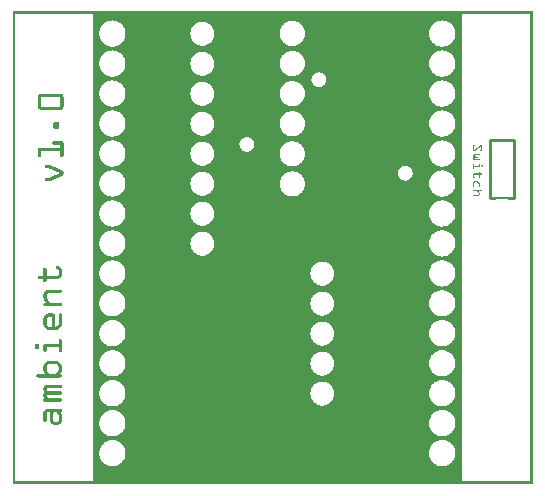
<source format=gto>
G04 MADE WITH FRITZING*
G04 WWW.FRITZING.ORG*
G04 DOUBLE SIDED*
G04 HOLES PLATED*
G04 CONTOUR ON CENTER OF CONTOUR VECTOR*
%ASAXBY*%
%FSLAX23Y23*%
%MOIN*%
%OFA0B0*%
%SFA1.0B1.0*%
%ADD10R,0.001000X0.001000*%
%LNSILK1*%
G90*
G70*
G54D10*
X0Y1575D02*
X1731Y1575D01*
X0Y1574D02*
X1731Y1574D01*
X0Y1573D02*
X1731Y1573D01*
X0Y1572D02*
X1731Y1572D01*
X0Y1571D02*
X1731Y1571D01*
X0Y1570D02*
X1731Y1570D01*
X0Y1569D02*
X1731Y1569D01*
X0Y1568D02*
X1731Y1568D01*
X0Y1567D02*
X7Y1567D01*
X266Y1567D02*
X1495Y1567D01*
X1724Y1567D02*
X1731Y1567D01*
X0Y1566D02*
X7Y1566D01*
X266Y1566D02*
X1495Y1566D01*
X1724Y1566D02*
X1731Y1566D01*
X0Y1565D02*
X7Y1565D01*
X266Y1565D02*
X1495Y1565D01*
X1724Y1565D02*
X1731Y1565D01*
X0Y1564D02*
X7Y1564D01*
X266Y1564D02*
X1495Y1564D01*
X1724Y1564D02*
X1731Y1564D01*
X0Y1563D02*
X7Y1563D01*
X266Y1563D02*
X1495Y1563D01*
X1724Y1563D02*
X1731Y1563D01*
X0Y1562D02*
X7Y1562D01*
X266Y1562D02*
X1495Y1562D01*
X1724Y1562D02*
X1731Y1562D01*
X0Y1561D02*
X7Y1561D01*
X266Y1561D02*
X1495Y1561D01*
X1724Y1561D02*
X1731Y1561D01*
X0Y1560D02*
X7Y1560D01*
X266Y1560D02*
X1495Y1560D01*
X1724Y1560D02*
X1731Y1560D01*
X0Y1559D02*
X7Y1559D01*
X266Y1559D02*
X1495Y1559D01*
X1724Y1559D02*
X1731Y1559D01*
X0Y1558D02*
X7Y1558D01*
X266Y1558D02*
X1495Y1558D01*
X1724Y1558D02*
X1731Y1558D01*
X0Y1557D02*
X7Y1557D01*
X266Y1557D02*
X1495Y1557D01*
X1724Y1557D02*
X1731Y1557D01*
X0Y1556D02*
X7Y1556D01*
X266Y1556D02*
X1495Y1556D01*
X1724Y1556D02*
X1731Y1556D01*
X0Y1555D02*
X7Y1555D01*
X266Y1555D02*
X1495Y1555D01*
X1724Y1555D02*
X1731Y1555D01*
X0Y1554D02*
X7Y1554D01*
X266Y1554D02*
X1495Y1554D01*
X1724Y1554D02*
X1731Y1554D01*
X0Y1553D02*
X7Y1553D01*
X266Y1553D02*
X1495Y1553D01*
X1724Y1553D02*
X1731Y1553D01*
X0Y1552D02*
X7Y1552D01*
X266Y1552D02*
X1495Y1552D01*
X1724Y1552D02*
X1731Y1552D01*
X0Y1551D02*
X7Y1551D01*
X266Y1551D02*
X1495Y1551D01*
X1724Y1551D02*
X1731Y1551D01*
X0Y1550D02*
X7Y1550D01*
X266Y1550D02*
X1495Y1550D01*
X1724Y1550D02*
X1731Y1550D01*
X0Y1549D02*
X7Y1549D01*
X266Y1549D02*
X1495Y1549D01*
X1724Y1549D02*
X1731Y1549D01*
X0Y1548D02*
X7Y1548D01*
X266Y1548D02*
X1495Y1548D01*
X1724Y1548D02*
X1731Y1548D01*
X0Y1547D02*
X7Y1547D01*
X266Y1547D02*
X1495Y1547D01*
X1724Y1547D02*
X1731Y1547D01*
X0Y1546D02*
X7Y1546D01*
X266Y1546D02*
X1495Y1546D01*
X1724Y1546D02*
X1731Y1546D01*
X0Y1545D02*
X7Y1545D01*
X266Y1545D02*
X329Y1545D01*
X333Y1545D02*
X1428Y1545D01*
X1433Y1545D02*
X1495Y1545D01*
X1724Y1545D02*
X1731Y1545D01*
X0Y1544D02*
X7Y1544D01*
X266Y1544D02*
X321Y1544D01*
X341Y1544D02*
X929Y1544D01*
X932Y1544D02*
X1421Y1544D01*
X1440Y1544D02*
X1495Y1544D01*
X1724Y1544D02*
X1731Y1544D01*
X0Y1543D02*
X7Y1543D01*
X266Y1543D02*
X317Y1543D01*
X345Y1543D02*
X921Y1543D01*
X940Y1543D02*
X1417Y1543D01*
X1444Y1543D02*
X1495Y1543D01*
X1724Y1543D02*
X1731Y1543D01*
X0Y1542D02*
X7Y1542D01*
X266Y1542D02*
X314Y1542D01*
X348Y1542D02*
X917Y1542D01*
X944Y1542D02*
X1414Y1542D01*
X1447Y1542D02*
X1495Y1542D01*
X1724Y1542D02*
X1731Y1542D01*
X0Y1541D02*
X7Y1541D01*
X266Y1541D02*
X312Y1541D01*
X350Y1541D02*
X914Y1541D01*
X947Y1541D02*
X1412Y1541D01*
X1449Y1541D02*
X1495Y1541D01*
X1724Y1541D02*
X1731Y1541D01*
X0Y1540D02*
X7Y1540D01*
X266Y1540D02*
X310Y1540D01*
X352Y1540D02*
X623Y1540D01*
X638Y1540D02*
X912Y1540D01*
X949Y1540D02*
X1409Y1540D01*
X1451Y1540D02*
X1495Y1540D01*
X1724Y1540D02*
X1731Y1540D01*
X0Y1539D02*
X7Y1539D01*
X266Y1539D02*
X308Y1539D01*
X354Y1539D02*
X619Y1539D01*
X642Y1539D02*
X910Y1539D01*
X951Y1539D02*
X1408Y1539D01*
X1453Y1539D02*
X1495Y1539D01*
X1724Y1539D02*
X1731Y1539D01*
X0Y1538D02*
X7Y1538D01*
X266Y1538D02*
X307Y1538D01*
X355Y1538D02*
X616Y1538D01*
X645Y1538D02*
X908Y1538D01*
X953Y1538D02*
X1406Y1538D01*
X1455Y1538D02*
X1495Y1538D01*
X1724Y1538D02*
X1731Y1538D01*
X0Y1537D02*
X7Y1537D01*
X266Y1537D02*
X305Y1537D01*
X357Y1537D02*
X614Y1537D01*
X647Y1537D02*
X907Y1537D01*
X954Y1537D02*
X1405Y1537D01*
X1456Y1537D02*
X1495Y1537D01*
X1724Y1537D02*
X1731Y1537D01*
X0Y1536D02*
X7Y1536D01*
X266Y1536D02*
X304Y1536D01*
X358Y1536D02*
X612Y1536D01*
X649Y1536D02*
X905Y1536D01*
X956Y1536D02*
X1403Y1536D01*
X1457Y1536D02*
X1495Y1536D01*
X1724Y1536D02*
X1731Y1536D01*
X0Y1535D02*
X7Y1535D01*
X266Y1535D02*
X303Y1535D01*
X359Y1535D02*
X610Y1535D01*
X651Y1535D02*
X904Y1535D01*
X957Y1535D02*
X1402Y1535D01*
X1459Y1535D02*
X1495Y1535D01*
X1724Y1535D02*
X1731Y1535D01*
X0Y1534D02*
X7Y1534D01*
X266Y1534D02*
X301Y1534D01*
X361Y1534D02*
X608Y1534D01*
X653Y1534D02*
X903Y1534D01*
X958Y1534D02*
X1401Y1534D01*
X1460Y1534D02*
X1495Y1534D01*
X1724Y1534D02*
X1731Y1534D01*
X0Y1533D02*
X7Y1533D01*
X266Y1533D02*
X300Y1533D01*
X362Y1533D02*
X607Y1533D01*
X654Y1533D02*
X902Y1533D01*
X959Y1533D02*
X1400Y1533D01*
X1461Y1533D02*
X1495Y1533D01*
X1724Y1533D02*
X1731Y1533D01*
X0Y1532D02*
X7Y1532D01*
X266Y1532D02*
X299Y1532D01*
X363Y1532D02*
X605Y1532D01*
X656Y1532D02*
X901Y1532D01*
X960Y1532D02*
X1399Y1532D01*
X1462Y1532D02*
X1495Y1532D01*
X1724Y1532D02*
X1731Y1532D01*
X0Y1531D02*
X7Y1531D01*
X266Y1531D02*
X298Y1531D01*
X364Y1531D02*
X604Y1531D01*
X657Y1531D02*
X900Y1531D01*
X961Y1531D02*
X1398Y1531D01*
X1463Y1531D02*
X1495Y1531D01*
X1724Y1531D02*
X1731Y1531D01*
X0Y1530D02*
X7Y1530D01*
X266Y1530D02*
X298Y1530D01*
X365Y1530D02*
X603Y1530D01*
X658Y1530D02*
X899Y1530D01*
X962Y1530D02*
X1397Y1530D01*
X1464Y1530D02*
X1495Y1530D01*
X1724Y1530D02*
X1731Y1530D01*
X0Y1529D02*
X7Y1529D01*
X266Y1529D02*
X297Y1529D01*
X365Y1529D02*
X602Y1529D01*
X659Y1529D02*
X898Y1529D01*
X963Y1529D02*
X1396Y1529D01*
X1465Y1529D02*
X1495Y1529D01*
X1724Y1529D02*
X1731Y1529D01*
X0Y1528D02*
X7Y1528D01*
X266Y1528D02*
X296Y1528D01*
X366Y1528D02*
X601Y1528D01*
X660Y1528D02*
X897Y1528D01*
X964Y1528D02*
X1395Y1528D01*
X1466Y1528D02*
X1495Y1528D01*
X1724Y1528D02*
X1731Y1528D01*
X0Y1527D02*
X7Y1527D01*
X266Y1527D02*
X295Y1527D01*
X367Y1527D02*
X600Y1527D01*
X661Y1527D02*
X896Y1527D01*
X965Y1527D02*
X1395Y1527D01*
X1466Y1527D02*
X1495Y1527D01*
X1724Y1527D02*
X1731Y1527D01*
X0Y1526D02*
X7Y1526D01*
X266Y1526D02*
X294Y1526D01*
X368Y1526D02*
X599Y1526D01*
X662Y1526D02*
X896Y1526D01*
X965Y1526D02*
X1394Y1526D01*
X1467Y1526D02*
X1495Y1526D01*
X1724Y1526D02*
X1731Y1526D01*
X0Y1525D02*
X7Y1525D01*
X266Y1525D02*
X294Y1525D01*
X368Y1525D02*
X598Y1525D01*
X663Y1525D02*
X895Y1525D01*
X966Y1525D02*
X1393Y1525D01*
X1468Y1525D02*
X1495Y1525D01*
X1724Y1525D02*
X1731Y1525D01*
X0Y1524D02*
X7Y1524D01*
X266Y1524D02*
X293Y1524D01*
X369Y1524D02*
X598Y1524D01*
X663Y1524D02*
X894Y1524D01*
X967Y1524D02*
X1393Y1524D01*
X1468Y1524D02*
X1495Y1524D01*
X1724Y1524D02*
X1731Y1524D01*
X0Y1523D02*
X7Y1523D01*
X266Y1523D02*
X293Y1523D01*
X370Y1523D02*
X597Y1523D01*
X664Y1523D02*
X894Y1523D01*
X967Y1523D02*
X1392Y1523D01*
X1469Y1523D02*
X1495Y1523D01*
X1724Y1523D02*
X1731Y1523D01*
X0Y1522D02*
X7Y1522D01*
X266Y1522D02*
X292Y1522D01*
X370Y1522D02*
X596Y1522D01*
X665Y1522D02*
X893Y1522D01*
X968Y1522D02*
X1391Y1522D01*
X1469Y1522D02*
X1495Y1522D01*
X1724Y1522D02*
X1731Y1522D01*
X0Y1521D02*
X7Y1521D01*
X266Y1521D02*
X291Y1521D01*
X371Y1521D02*
X596Y1521D01*
X665Y1521D02*
X892Y1521D01*
X968Y1521D02*
X1391Y1521D01*
X1470Y1521D02*
X1495Y1521D01*
X1724Y1521D02*
X1731Y1521D01*
X0Y1520D02*
X7Y1520D01*
X266Y1520D02*
X291Y1520D01*
X371Y1520D02*
X595Y1520D01*
X666Y1520D02*
X892Y1520D01*
X969Y1520D02*
X1390Y1520D01*
X1470Y1520D02*
X1495Y1520D01*
X1724Y1520D02*
X1731Y1520D01*
X0Y1519D02*
X7Y1519D01*
X266Y1519D02*
X290Y1519D01*
X372Y1519D02*
X595Y1519D01*
X666Y1519D02*
X892Y1519D01*
X969Y1519D02*
X1390Y1519D01*
X1471Y1519D02*
X1495Y1519D01*
X1724Y1519D02*
X1731Y1519D01*
X0Y1518D02*
X7Y1518D01*
X266Y1518D02*
X290Y1518D01*
X372Y1518D02*
X594Y1518D01*
X667Y1518D02*
X891Y1518D01*
X970Y1518D02*
X1389Y1518D01*
X1471Y1518D02*
X1495Y1518D01*
X1724Y1518D02*
X1731Y1518D01*
X0Y1517D02*
X7Y1517D01*
X266Y1517D02*
X290Y1517D01*
X372Y1517D02*
X594Y1517D01*
X667Y1517D02*
X891Y1517D01*
X970Y1517D02*
X1389Y1517D01*
X1472Y1517D02*
X1495Y1517D01*
X1724Y1517D02*
X1731Y1517D01*
X0Y1516D02*
X7Y1516D01*
X266Y1516D02*
X289Y1516D01*
X373Y1516D02*
X593Y1516D01*
X668Y1516D02*
X890Y1516D01*
X971Y1516D02*
X1389Y1516D01*
X1472Y1516D02*
X1495Y1516D01*
X1724Y1516D02*
X1731Y1516D01*
X0Y1515D02*
X7Y1515D01*
X266Y1515D02*
X289Y1515D01*
X373Y1515D02*
X593Y1515D01*
X668Y1515D02*
X890Y1515D01*
X971Y1515D02*
X1388Y1515D01*
X1472Y1515D02*
X1495Y1515D01*
X1724Y1515D02*
X1731Y1515D01*
X0Y1514D02*
X7Y1514D01*
X266Y1514D02*
X289Y1514D01*
X373Y1514D02*
X593Y1514D01*
X668Y1514D02*
X890Y1514D01*
X971Y1514D02*
X1388Y1514D01*
X1473Y1514D02*
X1495Y1514D01*
X1724Y1514D02*
X1731Y1514D01*
X0Y1513D02*
X7Y1513D01*
X266Y1513D02*
X288Y1513D01*
X374Y1513D02*
X592Y1513D01*
X669Y1513D02*
X889Y1513D01*
X972Y1513D02*
X1388Y1513D01*
X1473Y1513D02*
X1495Y1513D01*
X1724Y1513D02*
X1731Y1513D01*
X0Y1512D02*
X7Y1512D01*
X266Y1512D02*
X288Y1512D01*
X374Y1512D02*
X592Y1512D01*
X669Y1512D02*
X889Y1512D01*
X972Y1512D02*
X1387Y1512D01*
X1473Y1512D02*
X1495Y1512D01*
X1724Y1512D02*
X1731Y1512D01*
X0Y1511D02*
X7Y1511D01*
X266Y1511D02*
X288Y1511D01*
X374Y1511D02*
X592Y1511D01*
X669Y1511D02*
X889Y1511D01*
X972Y1511D02*
X1387Y1511D01*
X1474Y1511D02*
X1495Y1511D01*
X1724Y1511D02*
X1731Y1511D01*
X0Y1510D02*
X7Y1510D01*
X266Y1510D02*
X288Y1510D01*
X374Y1510D02*
X591Y1510D01*
X670Y1510D02*
X889Y1510D01*
X972Y1510D02*
X1387Y1510D01*
X1474Y1510D02*
X1495Y1510D01*
X1724Y1510D02*
X1731Y1510D01*
X0Y1509D02*
X7Y1509D01*
X266Y1509D02*
X287Y1509D01*
X375Y1509D02*
X591Y1509D01*
X670Y1509D02*
X889Y1509D01*
X972Y1509D02*
X1387Y1509D01*
X1474Y1509D02*
X1495Y1509D01*
X1724Y1509D02*
X1731Y1509D01*
X0Y1508D02*
X7Y1508D01*
X266Y1508D02*
X287Y1508D01*
X375Y1508D02*
X591Y1508D01*
X670Y1508D02*
X888Y1508D01*
X973Y1508D02*
X1387Y1508D01*
X1474Y1508D02*
X1495Y1508D01*
X1724Y1508D02*
X1731Y1508D01*
X0Y1507D02*
X7Y1507D01*
X266Y1507D02*
X287Y1507D01*
X375Y1507D02*
X591Y1507D01*
X670Y1507D02*
X888Y1507D01*
X973Y1507D02*
X1386Y1507D01*
X1474Y1507D02*
X1495Y1507D01*
X1724Y1507D02*
X1731Y1507D01*
X0Y1506D02*
X7Y1506D01*
X266Y1506D02*
X287Y1506D01*
X375Y1506D02*
X591Y1506D01*
X671Y1506D02*
X888Y1506D01*
X973Y1506D02*
X1386Y1506D01*
X1474Y1506D02*
X1495Y1506D01*
X1724Y1506D02*
X1731Y1506D01*
X0Y1505D02*
X7Y1505D01*
X266Y1505D02*
X287Y1505D01*
X375Y1505D02*
X590Y1505D01*
X671Y1505D02*
X888Y1505D01*
X973Y1505D02*
X1386Y1505D01*
X1475Y1505D02*
X1495Y1505D01*
X1724Y1505D02*
X1731Y1505D01*
X0Y1504D02*
X7Y1504D01*
X266Y1504D02*
X287Y1504D01*
X375Y1504D02*
X590Y1504D01*
X671Y1504D02*
X888Y1504D01*
X973Y1504D02*
X1386Y1504D01*
X1475Y1504D02*
X1495Y1504D01*
X1724Y1504D02*
X1731Y1504D01*
X0Y1503D02*
X7Y1503D01*
X266Y1503D02*
X287Y1503D01*
X375Y1503D02*
X590Y1503D01*
X671Y1503D02*
X888Y1503D01*
X973Y1503D02*
X1386Y1503D01*
X1475Y1503D02*
X1495Y1503D01*
X1724Y1503D02*
X1731Y1503D01*
X0Y1502D02*
X7Y1502D01*
X266Y1502D02*
X287Y1502D01*
X375Y1502D02*
X590Y1502D01*
X671Y1502D02*
X888Y1502D01*
X973Y1502D02*
X1386Y1502D01*
X1475Y1502D02*
X1495Y1502D01*
X1724Y1502D02*
X1731Y1502D01*
X0Y1501D02*
X7Y1501D01*
X266Y1501D02*
X287Y1501D01*
X375Y1501D02*
X590Y1501D01*
X671Y1501D02*
X888Y1501D01*
X973Y1501D02*
X1386Y1501D01*
X1475Y1501D02*
X1495Y1501D01*
X1724Y1501D02*
X1731Y1501D01*
X0Y1500D02*
X7Y1500D01*
X266Y1500D02*
X287Y1500D01*
X375Y1500D02*
X590Y1500D01*
X671Y1500D02*
X888Y1500D01*
X973Y1500D02*
X1386Y1500D01*
X1475Y1500D02*
X1495Y1500D01*
X1724Y1500D02*
X1731Y1500D01*
X0Y1499D02*
X7Y1499D01*
X266Y1499D02*
X287Y1499D01*
X375Y1499D02*
X590Y1499D01*
X671Y1499D02*
X888Y1499D01*
X973Y1499D02*
X1386Y1499D01*
X1475Y1499D02*
X1495Y1499D01*
X1724Y1499D02*
X1731Y1499D01*
X0Y1498D02*
X7Y1498D01*
X266Y1498D02*
X287Y1498D01*
X375Y1498D02*
X590Y1498D01*
X671Y1498D02*
X888Y1498D01*
X973Y1498D02*
X1386Y1498D01*
X1475Y1498D02*
X1495Y1498D01*
X1724Y1498D02*
X1731Y1498D01*
X0Y1497D02*
X7Y1497D01*
X266Y1497D02*
X287Y1497D01*
X375Y1497D02*
X590Y1497D01*
X671Y1497D02*
X888Y1497D01*
X973Y1497D02*
X1386Y1497D01*
X1475Y1497D02*
X1495Y1497D01*
X1724Y1497D02*
X1731Y1497D01*
X0Y1496D02*
X7Y1496D01*
X266Y1496D02*
X287Y1496D01*
X375Y1496D02*
X590Y1496D01*
X671Y1496D02*
X888Y1496D01*
X973Y1496D02*
X1386Y1496D01*
X1474Y1496D02*
X1495Y1496D01*
X1724Y1496D02*
X1731Y1496D01*
X0Y1495D02*
X7Y1495D01*
X266Y1495D02*
X287Y1495D01*
X375Y1495D02*
X591Y1495D01*
X670Y1495D02*
X889Y1495D01*
X972Y1495D02*
X1387Y1495D01*
X1474Y1495D02*
X1495Y1495D01*
X1724Y1495D02*
X1731Y1495D01*
X0Y1494D02*
X7Y1494D01*
X266Y1494D02*
X287Y1494D01*
X375Y1494D02*
X591Y1494D01*
X670Y1494D02*
X889Y1494D01*
X972Y1494D02*
X1387Y1494D01*
X1474Y1494D02*
X1495Y1494D01*
X1724Y1494D02*
X1731Y1494D01*
X0Y1493D02*
X7Y1493D01*
X266Y1493D02*
X287Y1493D01*
X375Y1493D02*
X591Y1493D01*
X670Y1493D02*
X889Y1493D01*
X972Y1493D02*
X1387Y1493D01*
X1474Y1493D02*
X1495Y1493D01*
X1724Y1493D02*
X1731Y1493D01*
X0Y1492D02*
X7Y1492D01*
X266Y1492D02*
X288Y1492D01*
X374Y1492D02*
X591Y1492D01*
X670Y1492D02*
X889Y1492D01*
X972Y1492D02*
X1387Y1492D01*
X1474Y1492D02*
X1495Y1492D01*
X1724Y1492D02*
X1731Y1492D01*
X0Y1491D02*
X7Y1491D01*
X266Y1491D02*
X288Y1491D01*
X374Y1491D02*
X591Y1491D01*
X670Y1491D02*
X889Y1491D01*
X972Y1491D02*
X1387Y1491D01*
X1473Y1491D02*
X1495Y1491D01*
X1724Y1491D02*
X1731Y1491D01*
X0Y1490D02*
X7Y1490D01*
X266Y1490D02*
X288Y1490D01*
X374Y1490D02*
X592Y1490D01*
X669Y1490D02*
X890Y1490D01*
X971Y1490D02*
X1388Y1490D01*
X1473Y1490D02*
X1495Y1490D01*
X1724Y1490D02*
X1731Y1490D01*
X0Y1489D02*
X7Y1489D01*
X266Y1489D02*
X288Y1489D01*
X374Y1489D02*
X592Y1489D01*
X669Y1489D02*
X890Y1489D01*
X971Y1489D02*
X1388Y1489D01*
X1473Y1489D02*
X1495Y1489D01*
X1724Y1489D02*
X1731Y1489D01*
X0Y1488D02*
X7Y1488D01*
X266Y1488D02*
X289Y1488D01*
X373Y1488D02*
X592Y1488D01*
X669Y1488D02*
X890Y1488D01*
X971Y1488D02*
X1388Y1488D01*
X1473Y1488D02*
X1495Y1488D01*
X1724Y1488D02*
X1731Y1488D01*
X0Y1487D02*
X7Y1487D01*
X266Y1487D02*
X289Y1487D01*
X373Y1487D02*
X593Y1487D01*
X668Y1487D02*
X891Y1487D01*
X970Y1487D02*
X1388Y1487D01*
X1472Y1487D02*
X1495Y1487D01*
X1724Y1487D02*
X1731Y1487D01*
X0Y1486D02*
X7Y1486D01*
X266Y1486D02*
X289Y1486D01*
X373Y1486D02*
X593Y1486D01*
X668Y1486D02*
X891Y1486D01*
X970Y1486D02*
X1389Y1486D01*
X1472Y1486D02*
X1495Y1486D01*
X1724Y1486D02*
X1731Y1486D01*
X0Y1485D02*
X7Y1485D01*
X266Y1485D02*
X290Y1485D01*
X372Y1485D02*
X594Y1485D01*
X668Y1485D02*
X891Y1485D01*
X970Y1485D02*
X1389Y1485D01*
X1472Y1485D02*
X1495Y1485D01*
X1724Y1485D02*
X1731Y1485D01*
X0Y1484D02*
X7Y1484D01*
X266Y1484D02*
X290Y1484D01*
X372Y1484D02*
X594Y1484D01*
X667Y1484D02*
X892Y1484D01*
X969Y1484D02*
X1390Y1484D01*
X1471Y1484D02*
X1495Y1484D01*
X1724Y1484D02*
X1731Y1484D01*
X0Y1483D02*
X7Y1483D01*
X266Y1483D02*
X291Y1483D01*
X371Y1483D02*
X594Y1483D01*
X667Y1483D02*
X892Y1483D01*
X969Y1483D02*
X1390Y1483D01*
X1471Y1483D02*
X1495Y1483D01*
X1724Y1483D02*
X1731Y1483D01*
X0Y1482D02*
X7Y1482D01*
X266Y1482D02*
X291Y1482D01*
X371Y1482D02*
X595Y1482D01*
X666Y1482D02*
X893Y1482D01*
X968Y1482D02*
X1390Y1482D01*
X1470Y1482D02*
X1495Y1482D01*
X1724Y1482D02*
X1731Y1482D01*
X0Y1481D02*
X7Y1481D01*
X266Y1481D02*
X292Y1481D01*
X370Y1481D02*
X596Y1481D01*
X666Y1481D02*
X893Y1481D01*
X967Y1481D02*
X1391Y1481D01*
X1470Y1481D02*
X1495Y1481D01*
X1724Y1481D02*
X1731Y1481D01*
X0Y1480D02*
X7Y1480D01*
X266Y1480D02*
X292Y1480D01*
X370Y1480D02*
X596Y1480D01*
X665Y1480D02*
X894Y1480D01*
X967Y1480D02*
X1392Y1480D01*
X1469Y1480D02*
X1495Y1480D01*
X1724Y1480D02*
X1731Y1480D01*
X0Y1479D02*
X7Y1479D01*
X266Y1479D02*
X293Y1479D01*
X369Y1479D02*
X597Y1479D01*
X664Y1479D02*
X895Y1479D01*
X966Y1479D02*
X1392Y1479D01*
X1469Y1479D02*
X1495Y1479D01*
X1724Y1479D02*
X1731Y1479D01*
X0Y1478D02*
X7Y1478D01*
X266Y1478D02*
X293Y1478D01*
X369Y1478D02*
X597Y1478D01*
X664Y1478D02*
X895Y1478D01*
X966Y1478D02*
X1393Y1478D01*
X1468Y1478D02*
X1495Y1478D01*
X1724Y1478D02*
X1731Y1478D01*
X0Y1477D02*
X7Y1477D01*
X266Y1477D02*
X294Y1477D01*
X368Y1477D02*
X598Y1477D01*
X663Y1477D02*
X896Y1477D01*
X965Y1477D02*
X1393Y1477D01*
X1467Y1477D02*
X1495Y1477D01*
X1724Y1477D02*
X1731Y1477D01*
X0Y1476D02*
X7Y1476D01*
X266Y1476D02*
X295Y1476D01*
X367Y1476D02*
X599Y1476D01*
X662Y1476D02*
X897Y1476D01*
X964Y1476D02*
X1394Y1476D01*
X1467Y1476D02*
X1495Y1476D01*
X1724Y1476D02*
X1731Y1476D01*
X0Y1475D02*
X7Y1475D01*
X266Y1475D02*
X295Y1475D01*
X367Y1475D02*
X599Y1475D01*
X662Y1475D02*
X898Y1475D01*
X963Y1475D02*
X1395Y1475D01*
X1466Y1475D02*
X1495Y1475D01*
X1724Y1475D02*
X1731Y1475D01*
X0Y1474D02*
X7Y1474D01*
X266Y1474D02*
X296Y1474D01*
X366Y1474D02*
X600Y1474D01*
X661Y1474D02*
X898Y1474D01*
X962Y1474D02*
X1396Y1474D01*
X1465Y1474D02*
X1495Y1474D01*
X1724Y1474D02*
X1731Y1474D01*
X0Y1473D02*
X7Y1473D01*
X266Y1473D02*
X297Y1473D01*
X365Y1473D02*
X601Y1473D01*
X660Y1473D02*
X899Y1473D01*
X962Y1473D02*
X1396Y1473D01*
X1464Y1473D02*
X1495Y1473D01*
X1724Y1473D02*
X1731Y1473D01*
X0Y1472D02*
X7Y1472D01*
X266Y1472D02*
X298Y1472D01*
X364Y1472D02*
X602Y1472D01*
X659Y1472D02*
X900Y1472D01*
X961Y1472D02*
X1397Y1472D01*
X1464Y1472D02*
X1495Y1472D01*
X1724Y1472D02*
X1731Y1472D01*
X0Y1471D02*
X7Y1471D01*
X266Y1471D02*
X299Y1471D01*
X363Y1471D02*
X603Y1471D01*
X658Y1471D02*
X901Y1471D01*
X960Y1471D02*
X1398Y1471D01*
X1463Y1471D02*
X1495Y1471D01*
X1724Y1471D02*
X1731Y1471D01*
X0Y1470D02*
X7Y1470D01*
X266Y1470D02*
X300Y1470D01*
X362Y1470D02*
X605Y1470D01*
X657Y1470D02*
X903Y1470D01*
X958Y1470D02*
X1399Y1470D01*
X1462Y1470D02*
X1495Y1470D01*
X1724Y1470D02*
X1731Y1470D01*
X0Y1469D02*
X7Y1469D01*
X266Y1469D02*
X301Y1469D01*
X361Y1469D02*
X606Y1469D01*
X655Y1469D02*
X904Y1469D01*
X957Y1469D02*
X1400Y1469D01*
X1461Y1469D02*
X1495Y1469D01*
X1724Y1469D02*
X1731Y1469D01*
X0Y1468D02*
X7Y1468D01*
X266Y1468D02*
X302Y1468D01*
X360Y1468D02*
X607Y1468D01*
X654Y1468D02*
X905Y1468D01*
X956Y1468D02*
X1401Y1468D01*
X1460Y1468D02*
X1495Y1468D01*
X1724Y1468D02*
X1731Y1468D01*
X0Y1467D02*
X7Y1467D01*
X266Y1467D02*
X303Y1467D01*
X359Y1467D02*
X609Y1467D01*
X652Y1467D02*
X907Y1467D01*
X954Y1467D02*
X1402Y1467D01*
X1458Y1467D02*
X1495Y1467D01*
X1724Y1467D02*
X1731Y1467D01*
X0Y1466D02*
X7Y1466D01*
X266Y1466D02*
X304Y1466D01*
X358Y1466D02*
X611Y1466D01*
X650Y1466D02*
X908Y1466D01*
X953Y1466D02*
X1404Y1466D01*
X1457Y1466D02*
X1495Y1466D01*
X1724Y1466D02*
X1731Y1466D01*
X0Y1465D02*
X7Y1465D01*
X266Y1465D02*
X306Y1465D01*
X356Y1465D02*
X613Y1465D01*
X648Y1465D02*
X910Y1465D01*
X951Y1465D02*
X1405Y1465D01*
X1456Y1465D02*
X1495Y1465D01*
X1724Y1465D02*
X1731Y1465D01*
X0Y1464D02*
X7Y1464D01*
X266Y1464D02*
X307Y1464D01*
X355Y1464D02*
X615Y1464D01*
X646Y1464D02*
X912Y1464D01*
X949Y1464D02*
X1407Y1464D01*
X1454Y1464D02*
X1495Y1464D01*
X1724Y1464D02*
X1731Y1464D01*
X0Y1463D02*
X7Y1463D01*
X266Y1463D02*
X309Y1463D01*
X353Y1463D02*
X618Y1463D01*
X644Y1463D02*
X914Y1463D01*
X947Y1463D02*
X1408Y1463D01*
X1452Y1463D02*
X1495Y1463D01*
X1724Y1463D02*
X1731Y1463D01*
X0Y1462D02*
X7Y1462D01*
X266Y1462D02*
X311Y1462D01*
X351Y1462D02*
X621Y1462D01*
X640Y1462D02*
X917Y1462D01*
X944Y1462D02*
X1410Y1462D01*
X1451Y1462D02*
X1495Y1462D01*
X1724Y1462D02*
X1731Y1462D01*
X0Y1461D02*
X7Y1461D01*
X266Y1461D02*
X313Y1461D01*
X349Y1461D02*
X626Y1461D01*
X635Y1461D02*
X920Y1461D01*
X941Y1461D02*
X1412Y1461D01*
X1449Y1461D02*
X1495Y1461D01*
X1724Y1461D02*
X1731Y1461D01*
X0Y1460D02*
X7Y1460D01*
X266Y1460D02*
X315Y1460D01*
X347Y1460D02*
X926Y1460D01*
X935Y1460D02*
X1415Y1460D01*
X1446Y1460D02*
X1495Y1460D01*
X1724Y1460D02*
X1731Y1460D01*
X0Y1459D02*
X7Y1459D01*
X266Y1459D02*
X319Y1459D01*
X343Y1459D02*
X1418Y1459D01*
X1443Y1459D02*
X1495Y1459D01*
X1724Y1459D02*
X1731Y1459D01*
X0Y1458D02*
X7Y1458D01*
X266Y1458D02*
X323Y1458D01*
X339Y1458D02*
X1423Y1458D01*
X1438Y1458D02*
X1495Y1458D01*
X1724Y1458D02*
X1731Y1458D01*
X0Y1457D02*
X7Y1457D01*
X266Y1457D02*
X1495Y1457D01*
X1724Y1457D02*
X1731Y1457D01*
X0Y1456D02*
X7Y1456D01*
X266Y1456D02*
X1495Y1456D01*
X1724Y1456D02*
X1731Y1456D01*
X0Y1455D02*
X7Y1455D01*
X266Y1455D02*
X1495Y1455D01*
X1724Y1455D02*
X1731Y1455D01*
X0Y1454D02*
X7Y1454D01*
X266Y1454D02*
X1495Y1454D01*
X1724Y1454D02*
X1731Y1454D01*
X0Y1453D02*
X7Y1453D01*
X266Y1453D02*
X1495Y1453D01*
X1724Y1453D02*
X1731Y1453D01*
X0Y1452D02*
X7Y1452D01*
X266Y1452D02*
X1495Y1452D01*
X1724Y1452D02*
X1731Y1452D01*
X0Y1451D02*
X7Y1451D01*
X266Y1451D02*
X1495Y1451D01*
X1724Y1451D02*
X1731Y1451D01*
X0Y1450D02*
X7Y1450D01*
X266Y1450D02*
X1495Y1450D01*
X1724Y1450D02*
X1731Y1450D01*
X0Y1449D02*
X7Y1449D01*
X266Y1449D02*
X1495Y1449D01*
X1724Y1449D02*
X1731Y1449D01*
X0Y1448D02*
X7Y1448D01*
X266Y1448D02*
X1495Y1448D01*
X1724Y1448D02*
X1731Y1448D01*
X0Y1447D02*
X7Y1447D01*
X266Y1447D02*
X1495Y1447D01*
X1724Y1447D02*
X1731Y1447D01*
X0Y1446D02*
X7Y1446D01*
X266Y1446D02*
X1495Y1446D01*
X1724Y1446D02*
X1731Y1446D01*
X0Y1445D02*
X7Y1445D01*
X266Y1445D02*
X328Y1445D01*
X334Y1445D02*
X1427Y1445D01*
X1433Y1445D02*
X1495Y1445D01*
X1724Y1445D02*
X1731Y1445D01*
X0Y1444D02*
X7Y1444D01*
X266Y1444D02*
X321Y1444D01*
X341Y1444D02*
X1420Y1444D01*
X1440Y1444D02*
X1495Y1444D01*
X1724Y1444D02*
X1731Y1444D01*
X0Y1443D02*
X7Y1443D01*
X266Y1443D02*
X317Y1443D01*
X345Y1443D02*
X923Y1443D01*
X938Y1443D02*
X1416Y1443D01*
X1444Y1443D02*
X1495Y1443D01*
X1724Y1443D02*
X1731Y1443D01*
X0Y1442D02*
X7Y1442D01*
X266Y1442D02*
X314Y1442D01*
X348Y1442D02*
X918Y1442D01*
X942Y1442D02*
X1414Y1442D01*
X1447Y1442D02*
X1495Y1442D01*
X1724Y1442D02*
X1731Y1442D01*
X0Y1441D02*
X7Y1441D01*
X266Y1441D02*
X312Y1441D01*
X350Y1441D02*
X915Y1441D01*
X946Y1441D02*
X1411Y1441D01*
X1449Y1441D02*
X1495Y1441D01*
X1724Y1441D02*
X1731Y1441D01*
X0Y1440D02*
X7Y1440D01*
X266Y1440D02*
X310Y1440D01*
X352Y1440D02*
X623Y1440D01*
X638Y1440D02*
X913Y1440D01*
X948Y1440D02*
X1409Y1440D01*
X1451Y1440D02*
X1495Y1440D01*
X1724Y1440D02*
X1731Y1440D01*
X0Y1439D02*
X7Y1439D01*
X266Y1439D02*
X308Y1439D01*
X354Y1439D02*
X619Y1439D01*
X642Y1439D02*
X911Y1439D01*
X950Y1439D02*
X1408Y1439D01*
X1453Y1439D02*
X1495Y1439D01*
X1724Y1439D02*
X1731Y1439D01*
X0Y1438D02*
X7Y1438D01*
X266Y1438D02*
X307Y1438D01*
X355Y1438D02*
X616Y1438D01*
X645Y1438D02*
X909Y1438D01*
X952Y1438D02*
X1406Y1438D01*
X1455Y1438D02*
X1495Y1438D01*
X1724Y1438D02*
X1731Y1438D01*
X0Y1437D02*
X7Y1437D01*
X266Y1437D02*
X305Y1437D01*
X357Y1437D02*
X614Y1437D01*
X647Y1437D02*
X907Y1437D01*
X954Y1437D02*
X1405Y1437D01*
X1456Y1437D02*
X1495Y1437D01*
X1724Y1437D02*
X1731Y1437D01*
X0Y1436D02*
X7Y1436D01*
X266Y1436D02*
X304Y1436D01*
X358Y1436D02*
X612Y1436D01*
X649Y1436D02*
X906Y1436D01*
X955Y1436D02*
X1403Y1436D01*
X1458Y1436D02*
X1495Y1436D01*
X1724Y1436D02*
X1731Y1436D01*
X0Y1435D02*
X7Y1435D01*
X266Y1435D02*
X303Y1435D01*
X360Y1435D02*
X610Y1435D01*
X651Y1435D02*
X905Y1435D01*
X956Y1435D02*
X1402Y1435D01*
X1459Y1435D02*
X1495Y1435D01*
X1724Y1435D02*
X1731Y1435D01*
X0Y1434D02*
X7Y1434D01*
X266Y1434D02*
X301Y1434D01*
X361Y1434D02*
X608Y1434D01*
X653Y1434D02*
X903Y1434D01*
X958Y1434D02*
X1401Y1434D01*
X1460Y1434D02*
X1495Y1434D01*
X1724Y1434D02*
X1731Y1434D01*
X0Y1433D02*
X7Y1433D01*
X266Y1433D02*
X300Y1433D01*
X362Y1433D02*
X607Y1433D01*
X654Y1433D02*
X902Y1433D01*
X959Y1433D02*
X1400Y1433D01*
X1461Y1433D02*
X1495Y1433D01*
X1724Y1433D02*
X1731Y1433D01*
X0Y1432D02*
X7Y1432D01*
X266Y1432D02*
X299Y1432D01*
X363Y1432D02*
X605Y1432D01*
X656Y1432D02*
X901Y1432D01*
X960Y1432D02*
X1399Y1432D01*
X1462Y1432D02*
X1495Y1432D01*
X1724Y1432D02*
X1731Y1432D01*
X0Y1431D02*
X7Y1431D01*
X266Y1431D02*
X298Y1431D01*
X364Y1431D02*
X604Y1431D01*
X657Y1431D02*
X900Y1431D01*
X961Y1431D02*
X1398Y1431D01*
X1463Y1431D02*
X1495Y1431D01*
X1724Y1431D02*
X1731Y1431D01*
X0Y1430D02*
X7Y1430D01*
X266Y1430D02*
X297Y1430D01*
X365Y1430D02*
X603Y1430D01*
X658Y1430D02*
X899Y1430D01*
X962Y1430D02*
X1397Y1430D01*
X1464Y1430D02*
X1495Y1430D01*
X1724Y1430D02*
X1731Y1430D01*
X0Y1429D02*
X7Y1429D01*
X266Y1429D02*
X297Y1429D01*
X365Y1429D02*
X602Y1429D01*
X659Y1429D02*
X898Y1429D01*
X963Y1429D02*
X1396Y1429D01*
X1465Y1429D02*
X1495Y1429D01*
X1724Y1429D02*
X1731Y1429D01*
X0Y1428D02*
X7Y1428D01*
X266Y1428D02*
X296Y1428D01*
X366Y1428D02*
X601Y1428D01*
X660Y1428D02*
X897Y1428D01*
X964Y1428D02*
X1395Y1428D01*
X1466Y1428D02*
X1495Y1428D01*
X1724Y1428D02*
X1731Y1428D01*
X0Y1427D02*
X7Y1427D01*
X266Y1427D02*
X295Y1427D01*
X367Y1427D02*
X600Y1427D01*
X661Y1427D02*
X897Y1427D01*
X964Y1427D02*
X1394Y1427D01*
X1466Y1427D02*
X1495Y1427D01*
X1724Y1427D02*
X1731Y1427D01*
X0Y1426D02*
X7Y1426D01*
X266Y1426D02*
X294Y1426D01*
X368Y1426D02*
X599Y1426D01*
X662Y1426D02*
X896Y1426D01*
X965Y1426D02*
X1394Y1426D01*
X1467Y1426D02*
X1495Y1426D01*
X1724Y1426D02*
X1731Y1426D01*
X0Y1425D02*
X7Y1425D01*
X266Y1425D02*
X294Y1425D01*
X368Y1425D02*
X598Y1425D01*
X663Y1425D02*
X895Y1425D01*
X966Y1425D02*
X1393Y1425D01*
X1468Y1425D02*
X1495Y1425D01*
X1724Y1425D02*
X1731Y1425D01*
X0Y1424D02*
X7Y1424D01*
X266Y1424D02*
X293Y1424D01*
X369Y1424D02*
X598Y1424D01*
X663Y1424D02*
X894Y1424D01*
X967Y1424D02*
X1392Y1424D01*
X1468Y1424D02*
X1495Y1424D01*
X1724Y1424D02*
X1731Y1424D01*
X0Y1423D02*
X7Y1423D01*
X266Y1423D02*
X293Y1423D01*
X370Y1423D02*
X597Y1423D01*
X664Y1423D02*
X894Y1423D01*
X967Y1423D02*
X1392Y1423D01*
X1469Y1423D02*
X1495Y1423D01*
X1724Y1423D02*
X1731Y1423D01*
X0Y1422D02*
X7Y1422D01*
X266Y1422D02*
X292Y1422D01*
X370Y1422D02*
X596Y1422D01*
X665Y1422D02*
X893Y1422D01*
X968Y1422D02*
X1391Y1422D01*
X1470Y1422D02*
X1495Y1422D01*
X1724Y1422D02*
X1731Y1422D01*
X0Y1421D02*
X7Y1421D01*
X266Y1421D02*
X291Y1421D01*
X371Y1421D02*
X596Y1421D01*
X665Y1421D02*
X893Y1421D01*
X968Y1421D02*
X1391Y1421D01*
X1470Y1421D02*
X1495Y1421D01*
X1724Y1421D02*
X1731Y1421D01*
X0Y1420D02*
X7Y1420D01*
X266Y1420D02*
X291Y1420D01*
X371Y1420D02*
X595Y1420D01*
X666Y1420D02*
X892Y1420D01*
X969Y1420D02*
X1390Y1420D01*
X1471Y1420D02*
X1495Y1420D01*
X1724Y1420D02*
X1731Y1420D01*
X0Y1419D02*
X7Y1419D01*
X266Y1419D02*
X290Y1419D01*
X372Y1419D02*
X595Y1419D01*
X666Y1419D02*
X892Y1419D01*
X969Y1419D02*
X1390Y1419D01*
X1471Y1419D02*
X1495Y1419D01*
X1724Y1419D02*
X1731Y1419D01*
X0Y1418D02*
X7Y1418D01*
X266Y1418D02*
X290Y1418D01*
X372Y1418D02*
X594Y1418D01*
X667Y1418D02*
X891Y1418D01*
X970Y1418D02*
X1389Y1418D01*
X1471Y1418D02*
X1495Y1418D01*
X1724Y1418D02*
X1731Y1418D01*
X0Y1417D02*
X7Y1417D01*
X266Y1417D02*
X290Y1417D01*
X372Y1417D02*
X594Y1417D01*
X667Y1417D02*
X891Y1417D01*
X970Y1417D02*
X1389Y1417D01*
X1472Y1417D02*
X1495Y1417D01*
X1724Y1417D02*
X1731Y1417D01*
X0Y1416D02*
X7Y1416D01*
X266Y1416D02*
X289Y1416D01*
X373Y1416D02*
X593Y1416D01*
X668Y1416D02*
X890Y1416D01*
X971Y1416D02*
X1389Y1416D01*
X1472Y1416D02*
X1495Y1416D01*
X1724Y1416D02*
X1731Y1416D01*
X0Y1415D02*
X7Y1415D01*
X266Y1415D02*
X289Y1415D01*
X373Y1415D02*
X593Y1415D01*
X668Y1415D02*
X890Y1415D01*
X971Y1415D02*
X1388Y1415D01*
X1473Y1415D02*
X1495Y1415D01*
X1724Y1415D02*
X1731Y1415D01*
X0Y1414D02*
X7Y1414D01*
X266Y1414D02*
X289Y1414D01*
X373Y1414D02*
X593Y1414D01*
X668Y1414D02*
X890Y1414D01*
X971Y1414D02*
X1388Y1414D01*
X1473Y1414D02*
X1495Y1414D01*
X1724Y1414D02*
X1731Y1414D01*
X0Y1413D02*
X7Y1413D01*
X266Y1413D02*
X288Y1413D01*
X374Y1413D02*
X592Y1413D01*
X669Y1413D02*
X890Y1413D01*
X971Y1413D02*
X1388Y1413D01*
X1473Y1413D02*
X1495Y1413D01*
X1724Y1413D02*
X1731Y1413D01*
X0Y1412D02*
X7Y1412D01*
X266Y1412D02*
X288Y1412D01*
X374Y1412D02*
X592Y1412D01*
X669Y1412D02*
X889Y1412D01*
X972Y1412D02*
X1387Y1412D01*
X1473Y1412D02*
X1495Y1412D01*
X1724Y1412D02*
X1731Y1412D01*
X0Y1411D02*
X7Y1411D01*
X266Y1411D02*
X288Y1411D01*
X374Y1411D02*
X592Y1411D01*
X669Y1411D02*
X889Y1411D01*
X972Y1411D02*
X1387Y1411D01*
X1474Y1411D02*
X1495Y1411D01*
X1724Y1411D02*
X1731Y1411D01*
X0Y1410D02*
X7Y1410D01*
X266Y1410D02*
X288Y1410D01*
X374Y1410D02*
X591Y1410D01*
X670Y1410D02*
X889Y1410D01*
X972Y1410D02*
X1387Y1410D01*
X1474Y1410D02*
X1495Y1410D01*
X1724Y1410D02*
X1731Y1410D01*
X0Y1409D02*
X7Y1409D01*
X266Y1409D02*
X287Y1409D01*
X375Y1409D02*
X591Y1409D01*
X670Y1409D02*
X889Y1409D01*
X972Y1409D02*
X1387Y1409D01*
X1474Y1409D02*
X1495Y1409D01*
X1724Y1409D02*
X1731Y1409D01*
X0Y1408D02*
X7Y1408D01*
X266Y1408D02*
X287Y1408D01*
X375Y1408D02*
X591Y1408D01*
X670Y1408D02*
X888Y1408D01*
X973Y1408D02*
X1387Y1408D01*
X1474Y1408D02*
X1495Y1408D01*
X1724Y1408D02*
X1731Y1408D01*
X0Y1407D02*
X7Y1407D01*
X266Y1407D02*
X287Y1407D01*
X375Y1407D02*
X591Y1407D01*
X670Y1407D02*
X888Y1407D01*
X973Y1407D02*
X1386Y1407D01*
X1474Y1407D02*
X1495Y1407D01*
X1724Y1407D02*
X1731Y1407D01*
X0Y1406D02*
X7Y1406D01*
X266Y1406D02*
X287Y1406D01*
X375Y1406D02*
X591Y1406D01*
X671Y1406D02*
X888Y1406D01*
X973Y1406D02*
X1386Y1406D01*
X1474Y1406D02*
X1495Y1406D01*
X1724Y1406D02*
X1731Y1406D01*
X0Y1405D02*
X7Y1405D01*
X266Y1405D02*
X287Y1405D01*
X375Y1405D02*
X590Y1405D01*
X671Y1405D02*
X888Y1405D01*
X973Y1405D02*
X1386Y1405D01*
X1475Y1405D02*
X1495Y1405D01*
X1724Y1405D02*
X1731Y1405D01*
X0Y1404D02*
X7Y1404D01*
X266Y1404D02*
X287Y1404D01*
X375Y1404D02*
X590Y1404D01*
X671Y1404D02*
X888Y1404D01*
X973Y1404D02*
X1386Y1404D01*
X1475Y1404D02*
X1495Y1404D01*
X1724Y1404D02*
X1731Y1404D01*
X0Y1403D02*
X7Y1403D01*
X266Y1403D02*
X287Y1403D01*
X375Y1403D02*
X590Y1403D01*
X671Y1403D02*
X888Y1403D01*
X973Y1403D02*
X1386Y1403D01*
X1475Y1403D02*
X1495Y1403D01*
X1724Y1403D02*
X1731Y1403D01*
X0Y1402D02*
X7Y1402D01*
X266Y1402D02*
X287Y1402D01*
X375Y1402D02*
X590Y1402D01*
X671Y1402D02*
X888Y1402D01*
X973Y1402D02*
X1386Y1402D01*
X1475Y1402D02*
X1495Y1402D01*
X1724Y1402D02*
X1731Y1402D01*
X0Y1401D02*
X7Y1401D01*
X266Y1401D02*
X287Y1401D01*
X375Y1401D02*
X590Y1401D01*
X671Y1401D02*
X888Y1401D01*
X973Y1401D02*
X1386Y1401D01*
X1475Y1401D02*
X1495Y1401D01*
X1724Y1401D02*
X1731Y1401D01*
X0Y1400D02*
X7Y1400D01*
X266Y1400D02*
X287Y1400D01*
X375Y1400D02*
X590Y1400D01*
X671Y1400D02*
X888Y1400D01*
X973Y1400D02*
X1386Y1400D01*
X1475Y1400D02*
X1495Y1400D01*
X1724Y1400D02*
X1731Y1400D01*
X0Y1399D02*
X7Y1399D01*
X266Y1399D02*
X287Y1399D01*
X375Y1399D02*
X590Y1399D01*
X671Y1399D02*
X888Y1399D01*
X973Y1399D02*
X1386Y1399D01*
X1475Y1399D02*
X1495Y1399D01*
X1724Y1399D02*
X1731Y1399D01*
X0Y1398D02*
X7Y1398D01*
X266Y1398D02*
X287Y1398D01*
X375Y1398D02*
X590Y1398D01*
X671Y1398D02*
X888Y1398D01*
X973Y1398D02*
X1386Y1398D01*
X1475Y1398D02*
X1495Y1398D01*
X1724Y1398D02*
X1731Y1398D01*
X0Y1397D02*
X7Y1397D01*
X266Y1397D02*
X287Y1397D01*
X375Y1397D02*
X590Y1397D01*
X671Y1397D02*
X888Y1397D01*
X973Y1397D02*
X1386Y1397D01*
X1475Y1397D02*
X1495Y1397D01*
X1724Y1397D02*
X1731Y1397D01*
X0Y1396D02*
X7Y1396D01*
X266Y1396D02*
X287Y1396D01*
X375Y1396D02*
X590Y1396D01*
X671Y1396D02*
X888Y1396D01*
X973Y1396D02*
X1386Y1396D01*
X1474Y1396D02*
X1495Y1396D01*
X1724Y1396D02*
X1731Y1396D01*
X0Y1395D02*
X7Y1395D01*
X266Y1395D02*
X287Y1395D01*
X375Y1395D02*
X591Y1395D01*
X670Y1395D02*
X888Y1395D01*
X973Y1395D02*
X1387Y1395D01*
X1474Y1395D02*
X1495Y1395D01*
X1724Y1395D02*
X1731Y1395D01*
X0Y1394D02*
X7Y1394D01*
X266Y1394D02*
X287Y1394D01*
X375Y1394D02*
X591Y1394D01*
X670Y1394D02*
X889Y1394D01*
X972Y1394D02*
X1387Y1394D01*
X1474Y1394D02*
X1495Y1394D01*
X1724Y1394D02*
X1731Y1394D01*
X0Y1393D02*
X7Y1393D01*
X266Y1393D02*
X288Y1393D01*
X375Y1393D02*
X591Y1393D01*
X670Y1393D02*
X889Y1393D01*
X972Y1393D02*
X1387Y1393D01*
X1474Y1393D02*
X1495Y1393D01*
X1724Y1393D02*
X1731Y1393D01*
X0Y1392D02*
X7Y1392D01*
X266Y1392D02*
X288Y1392D01*
X374Y1392D02*
X591Y1392D01*
X670Y1392D02*
X889Y1392D01*
X972Y1392D02*
X1387Y1392D01*
X1474Y1392D02*
X1495Y1392D01*
X1724Y1392D02*
X1731Y1392D01*
X0Y1391D02*
X7Y1391D01*
X266Y1391D02*
X288Y1391D01*
X374Y1391D02*
X591Y1391D01*
X670Y1391D02*
X889Y1391D01*
X972Y1391D02*
X1387Y1391D01*
X1473Y1391D02*
X1495Y1391D01*
X1724Y1391D02*
X1731Y1391D01*
X0Y1390D02*
X7Y1390D01*
X266Y1390D02*
X288Y1390D01*
X374Y1390D02*
X592Y1390D01*
X669Y1390D02*
X890Y1390D01*
X971Y1390D02*
X1388Y1390D01*
X1473Y1390D02*
X1495Y1390D01*
X1724Y1390D02*
X1731Y1390D01*
X0Y1389D02*
X7Y1389D01*
X266Y1389D02*
X288Y1389D01*
X374Y1389D02*
X592Y1389D01*
X669Y1389D02*
X890Y1389D01*
X971Y1389D02*
X1388Y1389D01*
X1473Y1389D02*
X1495Y1389D01*
X1724Y1389D02*
X1731Y1389D01*
X0Y1388D02*
X7Y1388D01*
X266Y1388D02*
X289Y1388D01*
X373Y1388D02*
X592Y1388D01*
X669Y1388D02*
X890Y1388D01*
X971Y1388D02*
X1388Y1388D01*
X1473Y1388D02*
X1495Y1388D01*
X1724Y1388D02*
X1731Y1388D01*
X0Y1387D02*
X7Y1387D01*
X266Y1387D02*
X289Y1387D01*
X373Y1387D02*
X593Y1387D01*
X668Y1387D02*
X891Y1387D01*
X970Y1387D02*
X1388Y1387D01*
X1472Y1387D02*
X1495Y1387D01*
X1724Y1387D02*
X1731Y1387D01*
X0Y1386D02*
X7Y1386D01*
X266Y1386D02*
X289Y1386D01*
X373Y1386D02*
X593Y1386D01*
X668Y1386D02*
X891Y1386D01*
X970Y1386D02*
X1389Y1386D01*
X1472Y1386D02*
X1495Y1386D01*
X1724Y1386D02*
X1731Y1386D01*
X0Y1385D02*
X7Y1385D01*
X266Y1385D02*
X290Y1385D01*
X372Y1385D02*
X594Y1385D01*
X668Y1385D02*
X891Y1385D01*
X970Y1385D02*
X1389Y1385D01*
X1472Y1385D02*
X1495Y1385D01*
X1724Y1385D02*
X1731Y1385D01*
X0Y1384D02*
X7Y1384D01*
X266Y1384D02*
X290Y1384D01*
X372Y1384D02*
X594Y1384D01*
X667Y1384D02*
X892Y1384D01*
X969Y1384D02*
X1390Y1384D01*
X1471Y1384D02*
X1495Y1384D01*
X1724Y1384D02*
X1731Y1384D01*
X0Y1383D02*
X7Y1383D01*
X266Y1383D02*
X291Y1383D01*
X371Y1383D02*
X595Y1383D01*
X667Y1383D02*
X892Y1383D01*
X969Y1383D02*
X1390Y1383D01*
X1471Y1383D02*
X1495Y1383D01*
X1724Y1383D02*
X1731Y1383D01*
X0Y1382D02*
X7Y1382D01*
X266Y1382D02*
X291Y1382D01*
X371Y1382D02*
X595Y1382D01*
X666Y1382D02*
X893Y1382D01*
X968Y1382D02*
X1391Y1382D01*
X1470Y1382D02*
X1495Y1382D01*
X1724Y1382D02*
X1731Y1382D01*
X0Y1381D02*
X7Y1381D01*
X266Y1381D02*
X292Y1381D01*
X370Y1381D02*
X596Y1381D01*
X666Y1381D02*
X893Y1381D01*
X968Y1381D02*
X1391Y1381D01*
X1470Y1381D02*
X1495Y1381D01*
X1724Y1381D02*
X1731Y1381D01*
X0Y1380D02*
X7Y1380D01*
X266Y1380D02*
X292Y1380D01*
X370Y1380D02*
X596Y1380D01*
X665Y1380D02*
X894Y1380D01*
X967Y1380D02*
X1392Y1380D01*
X1469Y1380D02*
X1495Y1380D01*
X1724Y1380D02*
X1731Y1380D01*
X0Y1379D02*
X7Y1379D01*
X266Y1379D02*
X293Y1379D01*
X369Y1379D02*
X597Y1379D01*
X664Y1379D02*
X895Y1379D01*
X966Y1379D02*
X1392Y1379D01*
X1469Y1379D02*
X1495Y1379D01*
X1724Y1379D02*
X1731Y1379D01*
X0Y1378D02*
X7Y1378D01*
X266Y1378D02*
X293Y1378D01*
X369Y1378D02*
X597Y1378D01*
X664Y1378D02*
X895Y1378D01*
X966Y1378D02*
X1393Y1378D01*
X1468Y1378D02*
X1495Y1378D01*
X1724Y1378D02*
X1731Y1378D01*
X0Y1377D02*
X7Y1377D01*
X266Y1377D02*
X294Y1377D01*
X368Y1377D02*
X598Y1377D01*
X663Y1377D02*
X896Y1377D01*
X965Y1377D02*
X1393Y1377D01*
X1467Y1377D02*
X1495Y1377D01*
X1724Y1377D02*
X1731Y1377D01*
X0Y1376D02*
X7Y1376D01*
X266Y1376D02*
X295Y1376D01*
X367Y1376D02*
X599Y1376D01*
X662Y1376D02*
X897Y1376D01*
X964Y1376D02*
X1394Y1376D01*
X1467Y1376D02*
X1495Y1376D01*
X1724Y1376D02*
X1731Y1376D01*
X0Y1375D02*
X7Y1375D01*
X266Y1375D02*
X295Y1375D01*
X367Y1375D02*
X600Y1375D01*
X662Y1375D02*
X897Y1375D01*
X964Y1375D02*
X1395Y1375D01*
X1466Y1375D02*
X1495Y1375D01*
X1724Y1375D02*
X1731Y1375D01*
X0Y1374D02*
X7Y1374D01*
X266Y1374D02*
X296Y1374D01*
X366Y1374D02*
X600Y1374D01*
X661Y1374D02*
X898Y1374D01*
X963Y1374D02*
X1396Y1374D01*
X1465Y1374D02*
X1495Y1374D01*
X1724Y1374D02*
X1731Y1374D01*
X0Y1373D02*
X7Y1373D01*
X266Y1373D02*
X297Y1373D01*
X365Y1373D02*
X601Y1373D01*
X660Y1373D02*
X899Y1373D01*
X962Y1373D02*
X1396Y1373D01*
X1464Y1373D02*
X1495Y1373D01*
X1724Y1373D02*
X1731Y1373D01*
X0Y1372D02*
X7Y1372D01*
X266Y1372D02*
X298Y1372D01*
X364Y1372D02*
X602Y1372D01*
X659Y1372D02*
X900Y1372D01*
X961Y1372D02*
X1016Y1372D01*
X1023Y1372D02*
X1397Y1372D01*
X1464Y1372D02*
X1495Y1372D01*
X1724Y1372D02*
X1731Y1372D01*
X0Y1371D02*
X7Y1371D01*
X266Y1371D02*
X299Y1371D01*
X363Y1371D02*
X603Y1371D01*
X658Y1371D02*
X901Y1371D01*
X960Y1371D02*
X1012Y1371D01*
X1027Y1371D02*
X1398Y1371D01*
X1463Y1371D02*
X1495Y1371D01*
X1724Y1371D02*
X1731Y1371D01*
X0Y1370D02*
X7Y1370D01*
X266Y1370D02*
X300Y1370D01*
X362Y1370D02*
X605Y1370D01*
X656Y1370D02*
X902Y1370D01*
X959Y1370D02*
X1009Y1370D01*
X1030Y1370D02*
X1399Y1370D01*
X1462Y1370D02*
X1495Y1370D01*
X1724Y1370D02*
X1731Y1370D01*
X0Y1369D02*
X7Y1369D01*
X266Y1369D02*
X301Y1369D01*
X361Y1369D02*
X606Y1369D01*
X655Y1369D02*
X903Y1369D01*
X958Y1369D02*
X1007Y1369D01*
X1032Y1369D02*
X1400Y1369D01*
X1461Y1369D02*
X1495Y1369D01*
X1724Y1369D02*
X1731Y1369D01*
X0Y1368D02*
X7Y1368D01*
X266Y1368D02*
X302Y1368D01*
X360Y1368D02*
X607Y1368D01*
X654Y1368D02*
X905Y1368D01*
X956Y1368D02*
X1005Y1368D01*
X1033Y1368D02*
X1401Y1368D01*
X1459Y1368D02*
X1495Y1368D01*
X1724Y1368D02*
X1731Y1368D01*
X0Y1367D02*
X7Y1367D01*
X266Y1367D02*
X303Y1367D01*
X359Y1367D02*
X609Y1367D01*
X652Y1367D02*
X906Y1367D01*
X955Y1367D02*
X1004Y1367D01*
X1035Y1367D02*
X1403Y1367D01*
X1458Y1367D02*
X1495Y1367D01*
X1724Y1367D02*
X1731Y1367D01*
X0Y1366D02*
X7Y1366D01*
X266Y1366D02*
X305Y1366D01*
X358Y1366D02*
X611Y1366D01*
X650Y1366D02*
X908Y1366D01*
X953Y1366D02*
X1003Y1366D01*
X1036Y1366D02*
X1404Y1366D01*
X1457Y1366D02*
X1495Y1366D01*
X1724Y1366D02*
X1731Y1366D01*
X0Y1365D02*
X7Y1365D01*
X266Y1365D02*
X306Y1365D01*
X356Y1365D02*
X613Y1365D01*
X648Y1365D02*
X909Y1365D01*
X952Y1365D02*
X1001Y1365D01*
X1037Y1365D02*
X1405Y1365D01*
X1456Y1365D02*
X1495Y1365D01*
X1724Y1365D02*
X1731Y1365D01*
X0Y1364D02*
X7Y1364D01*
X266Y1364D02*
X307Y1364D01*
X355Y1364D02*
X615Y1364D01*
X646Y1364D02*
X911Y1364D01*
X950Y1364D02*
X1001Y1364D01*
X1038Y1364D02*
X1407Y1364D01*
X1454Y1364D02*
X1495Y1364D01*
X1724Y1364D02*
X1731Y1364D01*
X0Y1363D02*
X7Y1363D01*
X266Y1363D02*
X309Y1363D01*
X353Y1363D02*
X618Y1363D01*
X643Y1363D02*
X913Y1363D01*
X948Y1363D02*
X1000Y1363D01*
X1039Y1363D02*
X1408Y1363D01*
X1452Y1363D02*
X1495Y1363D01*
X1724Y1363D02*
X1731Y1363D01*
X0Y1362D02*
X7Y1362D01*
X266Y1362D02*
X311Y1362D01*
X351Y1362D02*
X621Y1362D01*
X640Y1362D02*
X916Y1362D01*
X945Y1362D02*
X999Y1362D01*
X1040Y1362D02*
X1410Y1362D01*
X1450Y1362D02*
X1495Y1362D01*
X1724Y1362D02*
X1731Y1362D01*
X0Y1361D02*
X7Y1361D01*
X266Y1361D02*
X313Y1361D01*
X349Y1361D02*
X627Y1361D01*
X634Y1361D02*
X919Y1361D01*
X942Y1361D02*
X998Y1361D01*
X1040Y1361D02*
X1412Y1361D01*
X1448Y1361D02*
X1495Y1361D01*
X1724Y1361D02*
X1731Y1361D01*
X0Y1360D02*
X7Y1360D01*
X266Y1360D02*
X316Y1360D01*
X346Y1360D02*
X924Y1360D01*
X937Y1360D02*
X998Y1360D01*
X1041Y1360D02*
X1415Y1360D01*
X1446Y1360D02*
X1495Y1360D01*
X1724Y1360D02*
X1731Y1360D01*
X0Y1359D02*
X7Y1359D01*
X266Y1359D02*
X319Y1359D01*
X343Y1359D02*
X997Y1359D01*
X1041Y1359D02*
X1418Y1359D01*
X1443Y1359D02*
X1495Y1359D01*
X1724Y1359D02*
X1731Y1359D01*
X0Y1358D02*
X7Y1358D01*
X266Y1358D02*
X324Y1358D01*
X339Y1358D02*
X997Y1358D01*
X1042Y1358D02*
X1423Y1358D01*
X1438Y1358D02*
X1495Y1358D01*
X1724Y1358D02*
X1731Y1358D01*
X0Y1357D02*
X7Y1357D01*
X266Y1357D02*
X996Y1357D01*
X1042Y1357D02*
X1495Y1357D01*
X1724Y1357D02*
X1731Y1357D01*
X0Y1356D02*
X7Y1356D01*
X266Y1356D02*
X996Y1356D01*
X1043Y1356D02*
X1495Y1356D01*
X1724Y1356D02*
X1731Y1356D01*
X0Y1355D02*
X7Y1355D01*
X266Y1355D02*
X996Y1355D01*
X1043Y1355D02*
X1495Y1355D01*
X1724Y1355D02*
X1731Y1355D01*
X0Y1354D02*
X7Y1354D01*
X266Y1354D02*
X995Y1354D01*
X1043Y1354D02*
X1495Y1354D01*
X1724Y1354D02*
X1731Y1354D01*
X0Y1353D02*
X7Y1353D01*
X266Y1353D02*
X995Y1353D01*
X1044Y1353D02*
X1495Y1353D01*
X1724Y1353D02*
X1731Y1353D01*
X0Y1352D02*
X7Y1352D01*
X266Y1352D02*
X995Y1352D01*
X1044Y1352D02*
X1495Y1352D01*
X1724Y1352D02*
X1731Y1352D01*
X0Y1351D02*
X7Y1351D01*
X266Y1351D02*
X994Y1351D01*
X1044Y1351D02*
X1495Y1351D01*
X1724Y1351D02*
X1731Y1351D01*
X0Y1350D02*
X7Y1350D01*
X266Y1350D02*
X994Y1350D01*
X1044Y1350D02*
X1495Y1350D01*
X1724Y1350D02*
X1731Y1350D01*
X0Y1349D02*
X7Y1349D01*
X266Y1349D02*
X994Y1349D01*
X1044Y1349D02*
X1495Y1349D01*
X1724Y1349D02*
X1731Y1349D01*
X0Y1348D02*
X7Y1348D01*
X266Y1348D02*
X994Y1348D01*
X1044Y1348D02*
X1495Y1348D01*
X1724Y1348D02*
X1731Y1348D01*
X0Y1347D02*
X7Y1347D01*
X266Y1347D02*
X994Y1347D01*
X1044Y1347D02*
X1495Y1347D01*
X1724Y1347D02*
X1731Y1347D01*
X0Y1346D02*
X7Y1346D01*
X266Y1346D02*
X994Y1346D01*
X1044Y1346D02*
X1495Y1346D01*
X1724Y1346D02*
X1731Y1346D01*
X0Y1345D02*
X7Y1345D01*
X266Y1345D02*
X327Y1345D01*
X335Y1345D02*
X994Y1345D01*
X1044Y1345D02*
X1427Y1345D01*
X1434Y1345D02*
X1495Y1345D01*
X1724Y1345D02*
X1731Y1345D01*
X0Y1344D02*
X7Y1344D01*
X266Y1344D02*
X321Y1344D01*
X341Y1344D02*
X995Y1344D01*
X1044Y1344D02*
X1420Y1344D01*
X1441Y1344D02*
X1495Y1344D01*
X1724Y1344D02*
X1731Y1344D01*
X0Y1343D02*
X7Y1343D01*
X266Y1343D02*
X317Y1343D01*
X345Y1343D02*
X925Y1343D01*
X936Y1343D02*
X995Y1343D01*
X1044Y1343D02*
X1416Y1343D01*
X1444Y1343D02*
X1495Y1343D01*
X1724Y1343D02*
X1731Y1343D01*
X0Y1342D02*
X7Y1342D01*
X266Y1342D02*
X314Y1342D01*
X348Y1342D02*
X920Y1342D01*
X941Y1342D02*
X995Y1342D01*
X1044Y1342D02*
X1414Y1342D01*
X1447Y1342D02*
X1495Y1342D01*
X1724Y1342D02*
X1731Y1342D01*
X0Y1341D02*
X7Y1341D01*
X266Y1341D02*
X312Y1341D01*
X350Y1341D02*
X916Y1341D01*
X945Y1341D02*
X995Y1341D01*
X1043Y1341D02*
X1411Y1341D01*
X1449Y1341D02*
X1495Y1341D01*
X1724Y1341D02*
X1731Y1341D01*
X0Y1340D02*
X7Y1340D01*
X266Y1340D02*
X310Y1340D01*
X352Y1340D02*
X623Y1340D01*
X638Y1340D02*
X914Y1340D01*
X947Y1340D02*
X996Y1340D01*
X1043Y1340D02*
X1409Y1340D01*
X1452Y1340D02*
X1495Y1340D01*
X1724Y1340D02*
X1731Y1340D01*
X0Y1339D02*
X7Y1339D01*
X266Y1339D02*
X308Y1339D01*
X354Y1339D02*
X619Y1339D01*
X642Y1339D02*
X911Y1339D01*
X949Y1339D02*
X996Y1339D01*
X1043Y1339D02*
X1408Y1339D01*
X1453Y1339D02*
X1495Y1339D01*
X1724Y1339D02*
X1731Y1339D01*
X0Y1338D02*
X7Y1338D01*
X266Y1338D02*
X307Y1338D01*
X355Y1338D02*
X616Y1338D01*
X645Y1338D02*
X910Y1338D01*
X951Y1338D02*
X996Y1338D01*
X1042Y1338D02*
X1406Y1338D01*
X1455Y1338D02*
X1495Y1338D01*
X1724Y1338D02*
X1731Y1338D01*
X0Y1337D02*
X7Y1337D01*
X266Y1337D02*
X305Y1337D01*
X357Y1337D02*
X614Y1337D01*
X647Y1337D02*
X908Y1337D01*
X953Y1337D02*
X997Y1337D01*
X1042Y1337D02*
X1405Y1337D01*
X1456Y1337D02*
X1495Y1337D01*
X1724Y1337D02*
X1731Y1337D01*
X0Y1336D02*
X7Y1336D01*
X266Y1336D02*
X304Y1336D01*
X358Y1336D02*
X612Y1336D01*
X650Y1336D02*
X906Y1336D01*
X955Y1336D02*
X997Y1336D01*
X1041Y1336D02*
X1403Y1336D01*
X1458Y1336D02*
X1495Y1336D01*
X1724Y1336D02*
X1731Y1336D01*
X0Y1335D02*
X7Y1335D01*
X266Y1335D02*
X302Y1335D01*
X360Y1335D02*
X610Y1335D01*
X651Y1335D02*
X905Y1335D01*
X956Y1335D02*
X998Y1335D01*
X1041Y1335D02*
X1402Y1335D01*
X1459Y1335D02*
X1495Y1335D01*
X1724Y1335D02*
X1731Y1335D01*
X0Y1334D02*
X7Y1334D01*
X266Y1334D02*
X301Y1334D01*
X361Y1334D02*
X608Y1334D01*
X653Y1334D02*
X904Y1334D01*
X957Y1334D02*
X998Y1334D01*
X1040Y1334D02*
X1401Y1334D01*
X1460Y1334D02*
X1495Y1334D01*
X1724Y1334D02*
X1731Y1334D01*
X0Y1333D02*
X7Y1333D01*
X266Y1333D02*
X300Y1333D01*
X362Y1333D02*
X607Y1333D01*
X655Y1333D02*
X902Y1333D01*
X959Y1333D02*
X999Y1333D01*
X1040Y1333D02*
X1400Y1333D01*
X1461Y1333D02*
X1495Y1333D01*
X1724Y1333D02*
X1731Y1333D01*
X0Y1332D02*
X7Y1332D01*
X266Y1332D02*
X299Y1332D01*
X363Y1332D02*
X605Y1332D01*
X656Y1332D02*
X901Y1332D01*
X960Y1332D02*
X1000Y1332D01*
X1039Y1332D02*
X1399Y1332D01*
X1462Y1332D02*
X1495Y1332D01*
X1724Y1332D02*
X1731Y1332D01*
X0Y1331D02*
X7Y1331D01*
X266Y1331D02*
X298Y1331D01*
X364Y1331D02*
X604Y1331D01*
X657Y1331D02*
X900Y1331D01*
X961Y1331D02*
X1001Y1331D01*
X1038Y1331D02*
X1398Y1331D01*
X1463Y1331D02*
X1495Y1331D01*
X1724Y1331D02*
X1731Y1331D01*
X0Y1330D02*
X7Y1330D01*
X266Y1330D02*
X297Y1330D01*
X365Y1330D02*
X603Y1330D01*
X658Y1330D02*
X899Y1330D01*
X962Y1330D02*
X1002Y1330D01*
X1037Y1330D02*
X1397Y1330D01*
X1464Y1330D02*
X1495Y1330D01*
X1724Y1330D02*
X1731Y1330D01*
X0Y1329D02*
X7Y1329D01*
X266Y1329D02*
X297Y1329D01*
X365Y1329D02*
X602Y1329D01*
X659Y1329D02*
X898Y1329D01*
X963Y1329D02*
X1003Y1329D01*
X1036Y1329D02*
X1396Y1329D01*
X1465Y1329D02*
X1495Y1329D01*
X1724Y1329D02*
X1731Y1329D01*
X0Y1328D02*
X7Y1328D01*
X266Y1328D02*
X296Y1328D01*
X366Y1328D02*
X601Y1328D01*
X660Y1328D02*
X898Y1328D01*
X963Y1328D02*
X1004Y1328D01*
X1035Y1328D02*
X1395Y1328D01*
X1466Y1328D02*
X1495Y1328D01*
X1724Y1328D02*
X1731Y1328D01*
X0Y1327D02*
X7Y1327D01*
X266Y1327D02*
X295Y1327D01*
X367Y1327D02*
X600Y1327D01*
X661Y1327D02*
X897Y1327D01*
X964Y1327D02*
X1006Y1327D01*
X1033Y1327D02*
X1394Y1327D01*
X1466Y1327D02*
X1495Y1327D01*
X1724Y1327D02*
X1731Y1327D01*
X0Y1326D02*
X7Y1326D01*
X266Y1326D02*
X294Y1326D01*
X368Y1326D02*
X599Y1326D01*
X662Y1326D02*
X896Y1326D01*
X965Y1326D02*
X1008Y1326D01*
X1031Y1326D02*
X1394Y1326D01*
X1467Y1326D02*
X1495Y1326D01*
X1724Y1326D02*
X1731Y1326D01*
X0Y1325D02*
X7Y1325D01*
X266Y1325D02*
X294Y1325D01*
X368Y1325D02*
X598Y1325D01*
X663Y1325D02*
X895Y1325D01*
X966Y1325D02*
X1010Y1325D01*
X1029Y1325D02*
X1393Y1325D01*
X1468Y1325D02*
X1495Y1325D01*
X1724Y1325D02*
X1731Y1325D01*
X0Y1324D02*
X7Y1324D01*
X266Y1324D02*
X293Y1324D01*
X369Y1324D02*
X598Y1324D01*
X663Y1324D02*
X895Y1324D01*
X966Y1324D02*
X1013Y1324D01*
X1026Y1324D02*
X1392Y1324D01*
X1468Y1324D02*
X1495Y1324D01*
X1724Y1324D02*
X1731Y1324D01*
X0Y1323D02*
X7Y1323D01*
X266Y1323D02*
X292Y1323D01*
X370Y1323D02*
X597Y1323D01*
X664Y1323D02*
X894Y1323D01*
X967Y1323D02*
X1018Y1323D01*
X1021Y1323D02*
X1392Y1323D01*
X1469Y1323D02*
X1495Y1323D01*
X1724Y1323D02*
X1731Y1323D01*
X0Y1322D02*
X7Y1322D01*
X266Y1322D02*
X292Y1322D01*
X370Y1322D02*
X596Y1322D01*
X665Y1322D02*
X893Y1322D01*
X968Y1322D02*
X1391Y1322D01*
X1470Y1322D02*
X1495Y1322D01*
X1724Y1322D02*
X1731Y1322D01*
X0Y1321D02*
X7Y1321D01*
X266Y1321D02*
X291Y1321D01*
X371Y1321D02*
X596Y1321D01*
X665Y1321D02*
X893Y1321D01*
X968Y1321D02*
X1391Y1321D01*
X1470Y1321D02*
X1495Y1321D01*
X1724Y1321D02*
X1731Y1321D01*
X0Y1320D02*
X7Y1320D01*
X266Y1320D02*
X291Y1320D01*
X371Y1320D02*
X595Y1320D01*
X666Y1320D02*
X892Y1320D01*
X969Y1320D02*
X1390Y1320D01*
X1471Y1320D02*
X1495Y1320D01*
X1724Y1320D02*
X1731Y1320D01*
X0Y1319D02*
X7Y1319D01*
X266Y1319D02*
X290Y1319D01*
X372Y1319D02*
X595Y1319D01*
X666Y1319D02*
X892Y1319D01*
X969Y1319D02*
X1390Y1319D01*
X1471Y1319D02*
X1495Y1319D01*
X1724Y1319D02*
X1731Y1319D01*
X0Y1318D02*
X7Y1318D01*
X266Y1318D02*
X290Y1318D01*
X372Y1318D02*
X594Y1318D01*
X667Y1318D02*
X891Y1318D01*
X970Y1318D02*
X1389Y1318D01*
X1471Y1318D02*
X1495Y1318D01*
X1724Y1318D02*
X1731Y1318D01*
X0Y1317D02*
X7Y1317D01*
X266Y1317D02*
X290Y1317D01*
X372Y1317D02*
X594Y1317D01*
X667Y1317D02*
X891Y1317D01*
X970Y1317D02*
X1389Y1317D01*
X1472Y1317D02*
X1495Y1317D01*
X1724Y1317D02*
X1731Y1317D01*
X0Y1316D02*
X7Y1316D01*
X266Y1316D02*
X289Y1316D01*
X373Y1316D02*
X593Y1316D01*
X668Y1316D02*
X891Y1316D01*
X970Y1316D02*
X1389Y1316D01*
X1472Y1316D02*
X1495Y1316D01*
X1724Y1316D02*
X1731Y1316D01*
X0Y1315D02*
X7Y1315D01*
X266Y1315D02*
X289Y1315D01*
X373Y1315D02*
X593Y1315D01*
X668Y1315D02*
X890Y1315D01*
X971Y1315D02*
X1388Y1315D01*
X1473Y1315D02*
X1495Y1315D01*
X1724Y1315D02*
X1731Y1315D01*
X0Y1314D02*
X7Y1314D01*
X266Y1314D02*
X289Y1314D01*
X373Y1314D02*
X593Y1314D01*
X669Y1314D02*
X890Y1314D01*
X971Y1314D02*
X1388Y1314D01*
X1473Y1314D02*
X1495Y1314D01*
X1724Y1314D02*
X1731Y1314D01*
X0Y1313D02*
X7Y1313D01*
X266Y1313D02*
X288Y1313D01*
X374Y1313D02*
X592Y1313D01*
X669Y1313D02*
X890Y1313D01*
X971Y1313D02*
X1388Y1313D01*
X1473Y1313D02*
X1495Y1313D01*
X1724Y1313D02*
X1731Y1313D01*
X0Y1312D02*
X7Y1312D01*
X266Y1312D02*
X288Y1312D01*
X374Y1312D02*
X592Y1312D01*
X669Y1312D02*
X889Y1312D01*
X972Y1312D02*
X1387Y1312D01*
X1473Y1312D02*
X1495Y1312D01*
X1724Y1312D02*
X1731Y1312D01*
X0Y1311D02*
X7Y1311D01*
X266Y1311D02*
X288Y1311D01*
X374Y1311D02*
X592Y1311D01*
X669Y1311D02*
X889Y1311D01*
X972Y1311D02*
X1387Y1311D01*
X1474Y1311D02*
X1495Y1311D01*
X1724Y1311D02*
X1731Y1311D01*
X0Y1310D02*
X7Y1310D01*
X266Y1310D02*
X288Y1310D01*
X374Y1310D02*
X591Y1310D01*
X670Y1310D02*
X889Y1310D01*
X972Y1310D02*
X1387Y1310D01*
X1474Y1310D02*
X1495Y1310D01*
X1724Y1310D02*
X1731Y1310D01*
X0Y1309D02*
X7Y1309D01*
X266Y1309D02*
X287Y1309D01*
X375Y1309D02*
X591Y1309D01*
X670Y1309D02*
X889Y1309D01*
X972Y1309D02*
X1387Y1309D01*
X1474Y1309D02*
X1495Y1309D01*
X1724Y1309D02*
X1731Y1309D01*
X0Y1308D02*
X7Y1308D01*
X266Y1308D02*
X287Y1308D01*
X375Y1308D02*
X591Y1308D01*
X670Y1308D02*
X889Y1308D01*
X972Y1308D02*
X1387Y1308D01*
X1474Y1308D02*
X1495Y1308D01*
X1724Y1308D02*
X1731Y1308D01*
X0Y1307D02*
X7Y1307D01*
X266Y1307D02*
X287Y1307D01*
X375Y1307D02*
X591Y1307D01*
X670Y1307D02*
X888Y1307D01*
X973Y1307D02*
X1386Y1307D01*
X1474Y1307D02*
X1495Y1307D01*
X1724Y1307D02*
X1731Y1307D01*
X0Y1306D02*
X7Y1306D01*
X266Y1306D02*
X287Y1306D01*
X375Y1306D02*
X590Y1306D01*
X671Y1306D02*
X888Y1306D01*
X973Y1306D02*
X1386Y1306D01*
X1474Y1306D02*
X1495Y1306D01*
X1724Y1306D02*
X1731Y1306D01*
X0Y1305D02*
X7Y1305D01*
X266Y1305D02*
X287Y1305D01*
X375Y1305D02*
X590Y1305D01*
X671Y1305D02*
X888Y1305D01*
X973Y1305D02*
X1386Y1305D01*
X1475Y1305D02*
X1495Y1305D01*
X1724Y1305D02*
X1731Y1305D01*
X0Y1304D02*
X7Y1304D01*
X266Y1304D02*
X287Y1304D01*
X375Y1304D02*
X590Y1304D01*
X671Y1304D02*
X888Y1304D01*
X973Y1304D02*
X1386Y1304D01*
X1475Y1304D02*
X1495Y1304D01*
X1724Y1304D02*
X1731Y1304D01*
X0Y1303D02*
X7Y1303D01*
X266Y1303D02*
X287Y1303D01*
X375Y1303D02*
X590Y1303D01*
X671Y1303D02*
X888Y1303D01*
X973Y1303D02*
X1386Y1303D01*
X1475Y1303D02*
X1495Y1303D01*
X1724Y1303D02*
X1731Y1303D01*
X0Y1302D02*
X7Y1302D01*
X266Y1302D02*
X287Y1302D01*
X375Y1302D02*
X590Y1302D01*
X671Y1302D02*
X888Y1302D01*
X973Y1302D02*
X1386Y1302D01*
X1475Y1302D02*
X1495Y1302D01*
X1724Y1302D02*
X1731Y1302D01*
X0Y1301D02*
X7Y1301D01*
X90Y1301D02*
X160Y1301D01*
X266Y1301D02*
X287Y1301D01*
X375Y1301D02*
X590Y1301D01*
X671Y1301D02*
X888Y1301D01*
X973Y1301D02*
X1386Y1301D01*
X1475Y1301D02*
X1495Y1301D01*
X1724Y1301D02*
X1731Y1301D01*
X0Y1300D02*
X7Y1300D01*
X88Y1300D02*
X162Y1300D01*
X266Y1300D02*
X287Y1300D01*
X375Y1300D02*
X590Y1300D01*
X671Y1300D02*
X888Y1300D01*
X973Y1300D02*
X1386Y1300D01*
X1475Y1300D02*
X1495Y1300D01*
X1724Y1300D02*
X1731Y1300D01*
X0Y1299D02*
X7Y1299D01*
X87Y1299D02*
X163Y1299D01*
X266Y1299D02*
X287Y1299D01*
X375Y1299D02*
X590Y1299D01*
X671Y1299D02*
X888Y1299D01*
X973Y1299D02*
X1386Y1299D01*
X1475Y1299D02*
X1495Y1299D01*
X1724Y1299D02*
X1731Y1299D01*
X0Y1298D02*
X7Y1298D01*
X86Y1298D02*
X165Y1298D01*
X266Y1298D02*
X287Y1298D01*
X375Y1298D02*
X590Y1298D01*
X671Y1298D02*
X888Y1298D01*
X973Y1298D02*
X1386Y1298D01*
X1475Y1298D02*
X1495Y1298D01*
X1724Y1298D02*
X1731Y1298D01*
X0Y1297D02*
X7Y1297D01*
X85Y1297D02*
X165Y1297D01*
X266Y1297D02*
X287Y1297D01*
X375Y1297D02*
X590Y1297D01*
X671Y1297D02*
X888Y1297D01*
X973Y1297D02*
X1386Y1297D01*
X1475Y1297D02*
X1495Y1297D01*
X1724Y1297D02*
X1731Y1297D01*
X0Y1296D02*
X7Y1296D01*
X84Y1296D02*
X166Y1296D01*
X266Y1296D02*
X287Y1296D01*
X375Y1296D02*
X590Y1296D01*
X671Y1296D02*
X888Y1296D01*
X973Y1296D02*
X1386Y1296D01*
X1474Y1296D02*
X1495Y1296D01*
X1724Y1296D02*
X1731Y1296D01*
X0Y1295D02*
X7Y1295D01*
X84Y1295D02*
X167Y1295D01*
X266Y1295D02*
X287Y1295D01*
X375Y1295D02*
X591Y1295D01*
X670Y1295D02*
X888Y1295D01*
X973Y1295D02*
X1387Y1295D01*
X1474Y1295D02*
X1495Y1295D01*
X1724Y1295D02*
X1731Y1295D01*
X0Y1294D02*
X7Y1294D01*
X83Y1294D02*
X167Y1294D01*
X266Y1294D02*
X287Y1294D01*
X375Y1294D02*
X591Y1294D01*
X670Y1294D02*
X889Y1294D01*
X972Y1294D02*
X1387Y1294D01*
X1474Y1294D02*
X1495Y1294D01*
X1724Y1294D02*
X1731Y1294D01*
X0Y1293D02*
X7Y1293D01*
X83Y1293D02*
X167Y1293D01*
X266Y1293D02*
X288Y1293D01*
X375Y1293D02*
X591Y1293D01*
X670Y1293D02*
X889Y1293D01*
X972Y1293D02*
X1387Y1293D01*
X1474Y1293D02*
X1495Y1293D01*
X1724Y1293D02*
X1731Y1293D01*
X0Y1292D02*
X7Y1292D01*
X83Y1292D02*
X167Y1292D01*
X266Y1292D02*
X288Y1292D01*
X374Y1292D02*
X591Y1292D01*
X670Y1292D02*
X889Y1292D01*
X972Y1292D02*
X1387Y1292D01*
X1474Y1292D02*
X1495Y1292D01*
X1724Y1292D02*
X1731Y1292D01*
X0Y1291D02*
X7Y1291D01*
X83Y1291D02*
X168Y1291D01*
X266Y1291D02*
X288Y1291D01*
X374Y1291D02*
X591Y1291D01*
X670Y1291D02*
X889Y1291D01*
X972Y1291D02*
X1387Y1291D01*
X1473Y1291D02*
X1495Y1291D01*
X1724Y1291D02*
X1731Y1291D01*
X0Y1290D02*
X7Y1290D01*
X83Y1290D02*
X93Y1290D01*
X157Y1290D02*
X168Y1290D01*
X266Y1290D02*
X288Y1290D01*
X374Y1290D02*
X592Y1290D01*
X669Y1290D02*
X889Y1290D01*
X972Y1290D02*
X1388Y1290D01*
X1473Y1290D02*
X1495Y1290D01*
X1724Y1290D02*
X1731Y1290D01*
X0Y1289D02*
X7Y1289D01*
X83Y1289D02*
X93Y1289D01*
X157Y1289D02*
X168Y1289D01*
X266Y1289D02*
X288Y1289D01*
X374Y1289D02*
X592Y1289D01*
X669Y1289D02*
X890Y1289D01*
X971Y1289D02*
X1388Y1289D01*
X1473Y1289D02*
X1495Y1289D01*
X1724Y1289D02*
X1731Y1289D01*
X0Y1288D02*
X7Y1288D01*
X83Y1288D02*
X93Y1288D01*
X157Y1288D02*
X168Y1288D01*
X266Y1288D02*
X289Y1288D01*
X373Y1288D02*
X592Y1288D01*
X669Y1288D02*
X890Y1288D01*
X971Y1288D02*
X1388Y1288D01*
X1473Y1288D02*
X1495Y1288D01*
X1724Y1288D02*
X1731Y1288D01*
X0Y1287D02*
X7Y1287D01*
X83Y1287D02*
X93Y1287D01*
X157Y1287D02*
X168Y1287D01*
X266Y1287D02*
X289Y1287D01*
X373Y1287D02*
X593Y1287D01*
X668Y1287D02*
X890Y1287D01*
X971Y1287D02*
X1388Y1287D01*
X1472Y1287D02*
X1495Y1287D01*
X1724Y1287D02*
X1731Y1287D01*
X0Y1286D02*
X7Y1286D01*
X83Y1286D02*
X93Y1286D01*
X157Y1286D02*
X168Y1286D01*
X266Y1286D02*
X289Y1286D01*
X373Y1286D02*
X593Y1286D01*
X668Y1286D02*
X891Y1286D01*
X970Y1286D02*
X1389Y1286D01*
X1472Y1286D02*
X1495Y1286D01*
X1724Y1286D02*
X1731Y1286D01*
X0Y1285D02*
X7Y1285D01*
X83Y1285D02*
X93Y1285D01*
X157Y1285D02*
X168Y1285D01*
X266Y1285D02*
X290Y1285D01*
X372Y1285D02*
X594Y1285D01*
X667Y1285D02*
X891Y1285D01*
X970Y1285D02*
X1389Y1285D01*
X1472Y1285D02*
X1495Y1285D01*
X1724Y1285D02*
X1731Y1285D01*
X0Y1284D02*
X7Y1284D01*
X83Y1284D02*
X93Y1284D01*
X157Y1284D02*
X168Y1284D01*
X266Y1284D02*
X290Y1284D01*
X372Y1284D02*
X594Y1284D01*
X667Y1284D02*
X892Y1284D01*
X969Y1284D02*
X1390Y1284D01*
X1471Y1284D02*
X1495Y1284D01*
X1724Y1284D02*
X1731Y1284D01*
X0Y1283D02*
X7Y1283D01*
X83Y1283D02*
X93Y1283D01*
X157Y1283D02*
X168Y1283D01*
X266Y1283D02*
X291Y1283D01*
X371Y1283D02*
X595Y1283D01*
X667Y1283D02*
X892Y1283D01*
X969Y1283D02*
X1390Y1283D01*
X1471Y1283D02*
X1495Y1283D01*
X1724Y1283D02*
X1731Y1283D01*
X0Y1282D02*
X7Y1282D01*
X83Y1282D02*
X93Y1282D01*
X157Y1282D02*
X168Y1282D01*
X266Y1282D02*
X291Y1282D01*
X371Y1282D02*
X595Y1282D01*
X666Y1282D02*
X893Y1282D01*
X968Y1282D02*
X1391Y1282D01*
X1470Y1282D02*
X1495Y1282D01*
X1724Y1282D02*
X1731Y1282D01*
X0Y1281D02*
X7Y1281D01*
X83Y1281D02*
X93Y1281D01*
X157Y1281D02*
X168Y1281D01*
X266Y1281D02*
X292Y1281D01*
X370Y1281D02*
X596Y1281D01*
X666Y1281D02*
X893Y1281D01*
X968Y1281D02*
X1391Y1281D01*
X1470Y1281D02*
X1495Y1281D01*
X1724Y1281D02*
X1731Y1281D01*
X0Y1280D02*
X7Y1280D01*
X83Y1280D02*
X93Y1280D01*
X157Y1280D02*
X168Y1280D01*
X266Y1280D02*
X292Y1280D01*
X370Y1280D02*
X596Y1280D01*
X665Y1280D02*
X894Y1280D01*
X967Y1280D02*
X1392Y1280D01*
X1469Y1280D02*
X1495Y1280D01*
X1724Y1280D02*
X1731Y1280D01*
X0Y1279D02*
X7Y1279D01*
X83Y1279D02*
X93Y1279D01*
X157Y1279D02*
X168Y1279D01*
X266Y1279D02*
X293Y1279D01*
X369Y1279D02*
X597Y1279D01*
X664Y1279D02*
X894Y1279D01*
X967Y1279D02*
X1392Y1279D01*
X1469Y1279D02*
X1495Y1279D01*
X1724Y1279D02*
X1731Y1279D01*
X0Y1278D02*
X7Y1278D01*
X83Y1278D02*
X93Y1278D01*
X157Y1278D02*
X168Y1278D01*
X266Y1278D02*
X293Y1278D01*
X369Y1278D02*
X597Y1278D01*
X664Y1278D02*
X895Y1278D01*
X966Y1278D02*
X1393Y1278D01*
X1468Y1278D02*
X1495Y1278D01*
X1724Y1278D02*
X1731Y1278D01*
X0Y1277D02*
X7Y1277D01*
X83Y1277D02*
X93Y1277D01*
X157Y1277D02*
X168Y1277D01*
X266Y1277D02*
X294Y1277D01*
X368Y1277D02*
X598Y1277D01*
X663Y1277D02*
X896Y1277D01*
X965Y1277D02*
X1393Y1277D01*
X1467Y1277D02*
X1495Y1277D01*
X1724Y1277D02*
X1731Y1277D01*
X0Y1276D02*
X7Y1276D01*
X83Y1276D02*
X93Y1276D01*
X157Y1276D02*
X168Y1276D01*
X266Y1276D02*
X295Y1276D01*
X367Y1276D02*
X599Y1276D01*
X662Y1276D02*
X896Y1276D01*
X965Y1276D02*
X1394Y1276D01*
X1467Y1276D02*
X1495Y1276D01*
X1724Y1276D02*
X1731Y1276D01*
X0Y1275D02*
X7Y1275D01*
X83Y1275D02*
X93Y1275D01*
X157Y1275D02*
X168Y1275D01*
X266Y1275D02*
X295Y1275D01*
X367Y1275D02*
X600Y1275D01*
X662Y1275D02*
X897Y1275D01*
X964Y1275D02*
X1395Y1275D01*
X1466Y1275D02*
X1495Y1275D01*
X1724Y1275D02*
X1731Y1275D01*
X0Y1274D02*
X7Y1274D01*
X83Y1274D02*
X93Y1274D01*
X157Y1274D02*
X168Y1274D01*
X266Y1274D02*
X296Y1274D01*
X366Y1274D02*
X600Y1274D01*
X661Y1274D02*
X898Y1274D01*
X963Y1274D02*
X1396Y1274D01*
X1465Y1274D02*
X1495Y1274D01*
X1724Y1274D02*
X1731Y1274D01*
X0Y1273D02*
X7Y1273D01*
X83Y1273D02*
X93Y1273D01*
X157Y1273D02*
X168Y1273D01*
X266Y1273D02*
X297Y1273D01*
X365Y1273D02*
X601Y1273D01*
X660Y1273D02*
X899Y1273D01*
X962Y1273D02*
X1396Y1273D01*
X1464Y1273D02*
X1495Y1273D01*
X1724Y1273D02*
X1731Y1273D01*
X0Y1272D02*
X7Y1272D01*
X83Y1272D02*
X93Y1272D01*
X157Y1272D02*
X168Y1272D01*
X266Y1272D02*
X298Y1272D01*
X364Y1272D02*
X602Y1272D01*
X659Y1272D02*
X900Y1272D01*
X961Y1272D02*
X1397Y1272D01*
X1464Y1272D02*
X1495Y1272D01*
X1724Y1272D02*
X1731Y1272D01*
X0Y1271D02*
X7Y1271D01*
X83Y1271D02*
X93Y1271D01*
X157Y1271D02*
X168Y1271D01*
X266Y1271D02*
X299Y1271D01*
X363Y1271D02*
X603Y1271D01*
X658Y1271D02*
X901Y1271D01*
X960Y1271D02*
X1398Y1271D01*
X1463Y1271D02*
X1495Y1271D01*
X1724Y1271D02*
X1731Y1271D01*
X0Y1270D02*
X7Y1270D01*
X83Y1270D02*
X93Y1270D01*
X157Y1270D02*
X168Y1270D01*
X266Y1270D02*
X300Y1270D01*
X362Y1270D02*
X605Y1270D01*
X656Y1270D02*
X902Y1270D01*
X959Y1270D02*
X1399Y1270D01*
X1462Y1270D02*
X1495Y1270D01*
X1724Y1270D02*
X1731Y1270D01*
X0Y1269D02*
X7Y1269D01*
X83Y1269D02*
X93Y1269D01*
X157Y1269D02*
X168Y1269D01*
X266Y1269D02*
X301Y1269D01*
X361Y1269D02*
X606Y1269D01*
X655Y1269D02*
X903Y1269D01*
X958Y1269D02*
X1400Y1269D01*
X1461Y1269D02*
X1495Y1269D01*
X1724Y1269D02*
X1731Y1269D01*
X0Y1268D02*
X7Y1268D01*
X83Y1268D02*
X93Y1268D01*
X157Y1268D02*
X168Y1268D01*
X266Y1268D02*
X302Y1268D01*
X360Y1268D02*
X607Y1268D01*
X654Y1268D02*
X904Y1268D01*
X957Y1268D02*
X1401Y1268D01*
X1459Y1268D02*
X1495Y1268D01*
X1724Y1268D02*
X1731Y1268D01*
X0Y1267D02*
X7Y1267D01*
X83Y1267D02*
X93Y1267D01*
X157Y1267D02*
X168Y1267D01*
X266Y1267D02*
X303Y1267D01*
X359Y1267D02*
X609Y1267D01*
X652Y1267D02*
X906Y1267D01*
X955Y1267D02*
X1403Y1267D01*
X1458Y1267D02*
X1495Y1267D01*
X1724Y1267D02*
X1731Y1267D01*
X0Y1266D02*
X7Y1266D01*
X83Y1266D02*
X93Y1266D01*
X157Y1266D02*
X168Y1266D01*
X266Y1266D02*
X305Y1266D01*
X357Y1266D02*
X611Y1266D01*
X650Y1266D02*
X907Y1266D01*
X954Y1266D02*
X1404Y1266D01*
X1457Y1266D02*
X1495Y1266D01*
X1724Y1266D02*
X1731Y1266D01*
X0Y1265D02*
X7Y1265D01*
X83Y1265D02*
X93Y1265D01*
X157Y1265D02*
X168Y1265D01*
X266Y1265D02*
X306Y1265D01*
X356Y1265D02*
X613Y1265D01*
X648Y1265D02*
X909Y1265D01*
X952Y1265D02*
X1405Y1265D01*
X1455Y1265D02*
X1495Y1265D01*
X1724Y1265D02*
X1731Y1265D01*
X0Y1264D02*
X7Y1264D01*
X83Y1264D02*
X93Y1264D01*
X157Y1264D02*
X168Y1264D01*
X266Y1264D02*
X308Y1264D01*
X355Y1264D02*
X615Y1264D01*
X646Y1264D02*
X910Y1264D01*
X951Y1264D02*
X1407Y1264D01*
X1454Y1264D02*
X1495Y1264D01*
X1724Y1264D02*
X1731Y1264D01*
X0Y1263D02*
X7Y1263D01*
X83Y1263D02*
X93Y1263D01*
X157Y1263D02*
X168Y1263D01*
X266Y1263D02*
X309Y1263D01*
X353Y1263D02*
X618Y1263D01*
X643Y1263D02*
X912Y1263D01*
X949Y1263D02*
X1409Y1263D01*
X1452Y1263D02*
X1495Y1263D01*
X1724Y1263D02*
X1731Y1263D01*
X0Y1262D02*
X7Y1262D01*
X83Y1262D02*
X93Y1262D01*
X157Y1262D02*
X168Y1262D01*
X266Y1262D02*
X311Y1262D01*
X351Y1262D02*
X621Y1262D01*
X640Y1262D02*
X915Y1262D01*
X946Y1262D02*
X1410Y1262D01*
X1450Y1262D02*
X1495Y1262D01*
X1724Y1262D02*
X1731Y1262D01*
X0Y1261D02*
X7Y1261D01*
X83Y1261D02*
X93Y1261D01*
X157Y1261D02*
X168Y1261D01*
X266Y1261D02*
X313Y1261D01*
X349Y1261D02*
X627Y1261D01*
X634Y1261D02*
X918Y1261D01*
X943Y1261D02*
X1412Y1261D01*
X1448Y1261D02*
X1495Y1261D01*
X1724Y1261D02*
X1731Y1261D01*
X0Y1260D02*
X7Y1260D01*
X83Y1260D02*
X93Y1260D01*
X157Y1260D02*
X168Y1260D01*
X266Y1260D02*
X316Y1260D01*
X346Y1260D02*
X922Y1260D01*
X939Y1260D02*
X1415Y1260D01*
X1446Y1260D02*
X1495Y1260D01*
X1724Y1260D02*
X1731Y1260D01*
X0Y1259D02*
X7Y1259D01*
X83Y1259D02*
X93Y1259D01*
X157Y1259D02*
X168Y1259D01*
X266Y1259D02*
X319Y1259D01*
X343Y1259D02*
X1418Y1259D01*
X1442Y1259D02*
X1495Y1259D01*
X1724Y1259D02*
X1731Y1259D01*
X0Y1258D02*
X7Y1258D01*
X83Y1258D02*
X93Y1258D01*
X157Y1258D02*
X168Y1258D01*
X266Y1258D02*
X324Y1258D01*
X338Y1258D02*
X1423Y1258D01*
X1438Y1258D02*
X1495Y1258D01*
X1724Y1258D02*
X1731Y1258D01*
X0Y1257D02*
X7Y1257D01*
X83Y1257D02*
X168Y1257D01*
X266Y1257D02*
X1495Y1257D01*
X1724Y1257D02*
X1731Y1257D01*
X0Y1256D02*
X7Y1256D01*
X83Y1256D02*
X167Y1256D01*
X266Y1256D02*
X1495Y1256D01*
X1724Y1256D02*
X1731Y1256D01*
X0Y1255D02*
X7Y1255D01*
X83Y1255D02*
X167Y1255D01*
X266Y1255D02*
X1495Y1255D01*
X1724Y1255D02*
X1731Y1255D01*
X0Y1254D02*
X7Y1254D01*
X83Y1254D02*
X167Y1254D01*
X266Y1254D02*
X1495Y1254D01*
X1724Y1254D02*
X1731Y1254D01*
X0Y1253D02*
X7Y1253D01*
X84Y1253D02*
X166Y1253D01*
X266Y1253D02*
X1495Y1253D01*
X1724Y1253D02*
X1731Y1253D01*
X0Y1252D02*
X7Y1252D01*
X84Y1252D02*
X166Y1252D01*
X266Y1252D02*
X1495Y1252D01*
X1724Y1252D02*
X1731Y1252D01*
X0Y1251D02*
X7Y1251D01*
X85Y1251D02*
X165Y1251D01*
X266Y1251D02*
X1495Y1251D01*
X1724Y1251D02*
X1731Y1251D01*
X0Y1250D02*
X7Y1250D01*
X86Y1250D02*
X164Y1250D01*
X266Y1250D02*
X1495Y1250D01*
X1724Y1250D02*
X1731Y1250D01*
X0Y1249D02*
X7Y1249D01*
X87Y1249D02*
X163Y1249D01*
X266Y1249D02*
X1495Y1249D01*
X1724Y1249D02*
X1731Y1249D01*
X0Y1248D02*
X7Y1248D01*
X89Y1248D02*
X161Y1248D01*
X266Y1248D02*
X1495Y1248D01*
X1724Y1248D02*
X1731Y1248D01*
X0Y1247D02*
X7Y1247D01*
X92Y1247D02*
X158Y1247D01*
X266Y1247D02*
X1495Y1247D01*
X1724Y1247D02*
X1731Y1247D01*
X0Y1246D02*
X7Y1246D01*
X266Y1246D02*
X1495Y1246D01*
X1724Y1246D02*
X1731Y1246D01*
X0Y1245D02*
X7Y1245D01*
X266Y1245D02*
X326Y1245D01*
X336Y1245D02*
X1426Y1245D01*
X1435Y1245D02*
X1495Y1245D01*
X1724Y1245D02*
X1731Y1245D01*
X0Y1244D02*
X7Y1244D01*
X266Y1244D02*
X321Y1244D01*
X341Y1244D02*
X1420Y1244D01*
X1441Y1244D02*
X1495Y1244D01*
X1724Y1244D02*
X1731Y1244D01*
X0Y1243D02*
X7Y1243D01*
X266Y1243D02*
X317Y1243D01*
X345Y1243D02*
X1416Y1243D01*
X1445Y1243D02*
X1495Y1243D01*
X1724Y1243D02*
X1731Y1243D01*
X0Y1242D02*
X7Y1242D01*
X266Y1242D02*
X314Y1242D01*
X348Y1242D02*
X921Y1242D01*
X940Y1242D02*
X1413Y1242D01*
X1447Y1242D02*
X1495Y1242D01*
X1724Y1242D02*
X1731Y1242D01*
X0Y1241D02*
X7Y1241D01*
X266Y1241D02*
X312Y1241D01*
X350Y1241D02*
X917Y1241D01*
X944Y1241D02*
X1411Y1241D01*
X1450Y1241D02*
X1495Y1241D01*
X1724Y1241D02*
X1731Y1241D01*
X0Y1240D02*
X7Y1240D01*
X266Y1240D02*
X310Y1240D01*
X352Y1240D02*
X622Y1240D01*
X639Y1240D02*
X914Y1240D01*
X947Y1240D02*
X1409Y1240D01*
X1452Y1240D02*
X1495Y1240D01*
X1724Y1240D02*
X1731Y1240D01*
X0Y1239D02*
X7Y1239D01*
X266Y1239D02*
X308Y1239D01*
X354Y1239D02*
X619Y1239D01*
X642Y1239D02*
X912Y1239D01*
X949Y1239D02*
X1408Y1239D01*
X1453Y1239D02*
X1495Y1239D01*
X1724Y1239D02*
X1731Y1239D01*
X0Y1238D02*
X7Y1238D01*
X266Y1238D02*
X307Y1238D01*
X356Y1238D02*
X616Y1238D01*
X645Y1238D02*
X910Y1238D01*
X951Y1238D02*
X1406Y1238D01*
X1455Y1238D02*
X1495Y1238D01*
X1724Y1238D02*
X1731Y1238D01*
X0Y1237D02*
X7Y1237D01*
X266Y1237D02*
X305Y1237D01*
X357Y1237D02*
X614Y1237D01*
X648Y1237D02*
X908Y1237D01*
X952Y1237D02*
X1404Y1237D01*
X1456Y1237D02*
X1495Y1237D01*
X1724Y1237D02*
X1731Y1237D01*
X0Y1236D02*
X7Y1236D01*
X266Y1236D02*
X304Y1236D01*
X358Y1236D02*
X611Y1236D01*
X650Y1236D02*
X907Y1236D01*
X954Y1236D02*
X1403Y1236D01*
X1458Y1236D02*
X1495Y1236D01*
X1724Y1236D02*
X1731Y1236D01*
X0Y1235D02*
X7Y1235D01*
X266Y1235D02*
X302Y1235D01*
X360Y1235D02*
X610Y1235D01*
X651Y1235D02*
X905Y1235D01*
X956Y1235D02*
X1402Y1235D01*
X1459Y1235D02*
X1495Y1235D01*
X1724Y1235D02*
X1731Y1235D01*
X0Y1234D02*
X7Y1234D01*
X266Y1234D02*
X301Y1234D01*
X361Y1234D02*
X608Y1234D01*
X653Y1234D02*
X904Y1234D01*
X957Y1234D02*
X1401Y1234D01*
X1460Y1234D02*
X1495Y1234D01*
X1724Y1234D02*
X1731Y1234D01*
X0Y1233D02*
X7Y1233D01*
X266Y1233D02*
X300Y1233D01*
X362Y1233D02*
X606Y1233D01*
X655Y1233D02*
X903Y1233D01*
X958Y1233D02*
X1400Y1233D01*
X1461Y1233D02*
X1495Y1233D01*
X1724Y1233D02*
X1731Y1233D01*
X0Y1232D02*
X7Y1232D01*
X266Y1232D02*
X299Y1232D01*
X363Y1232D02*
X605Y1232D01*
X656Y1232D02*
X902Y1232D01*
X959Y1232D02*
X1399Y1232D01*
X1462Y1232D02*
X1495Y1232D01*
X1724Y1232D02*
X1731Y1232D01*
X0Y1231D02*
X7Y1231D01*
X266Y1231D02*
X298Y1231D01*
X364Y1231D02*
X604Y1231D01*
X657Y1231D02*
X901Y1231D01*
X960Y1231D02*
X1398Y1231D01*
X1463Y1231D02*
X1495Y1231D01*
X1724Y1231D02*
X1731Y1231D01*
X0Y1230D02*
X7Y1230D01*
X266Y1230D02*
X297Y1230D01*
X365Y1230D02*
X603Y1230D01*
X658Y1230D02*
X900Y1230D01*
X961Y1230D02*
X1397Y1230D01*
X1464Y1230D02*
X1495Y1230D01*
X1724Y1230D02*
X1731Y1230D01*
X0Y1229D02*
X7Y1229D01*
X266Y1229D02*
X297Y1229D01*
X366Y1229D02*
X602Y1229D01*
X659Y1229D02*
X899Y1229D01*
X962Y1229D02*
X1396Y1229D01*
X1465Y1229D02*
X1495Y1229D01*
X1724Y1229D02*
X1731Y1229D01*
X0Y1228D02*
X7Y1228D01*
X266Y1228D02*
X296Y1228D01*
X366Y1228D02*
X601Y1228D01*
X660Y1228D02*
X898Y1228D01*
X963Y1228D02*
X1395Y1228D01*
X1466Y1228D02*
X1495Y1228D01*
X1724Y1228D02*
X1731Y1228D01*
X0Y1227D02*
X7Y1227D01*
X266Y1227D02*
X295Y1227D01*
X367Y1227D02*
X600Y1227D01*
X661Y1227D02*
X897Y1227D01*
X964Y1227D02*
X1394Y1227D01*
X1466Y1227D02*
X1495Y1227D01*
X1724Y1227D02*
X1731Y1227D01*
X0Y1226D02*
X7Y1226D01*
X266Y1226D02*
X294Y1226D01*
X368Y1226D02*
X599Y1226D01*
X662Y1226D02*
X896Y1226D01*
X965Y1226D02*
X1394Y1226D01*
X1467Y1226D02*
X1495Y1226D01*
X1724Y1226D02*
X1731Y1226D01*
X0Y1225D02*
X7Y1225D01*
X266Y1225D02*
X294Y1225D01*
X368Y1225D02*
X598Y1225D01*
X663Y1225D02*
X896Y1225D01*
X965Y1225D02*
X1393Y1225D01*
X1468Y1225D02*
X1495Y1225D01*
X1724Y1225D02*
X1731Y1225D01*
X0Y1224D02*
X7Y1224D01*
X266Y1224D02*
X293Y1224D01*
X369Y1224D02*
X598Y1224D01*
X663Y1224D02*
X895Y1224D01*
X966Y1224D02*
X1392Y1224D01*
X1468Y1224D02*
X1495Y1224D01*
X1724Y1224D02*
X1731Y1224D01*
X0Y1223D02*
X7Y1223D01*
X266Y1223D02*
X292Y1223D01*
X370Y1223D02*
X597Y1223D01*
X664Y1223D02*
X894Y1223D01*
X967Y1223D02*
X1392Y1223D01*
X1469Y1223D02*
X1495Y1223D01*
X1724Y1223D02*
X1731Y1223D01*
X0Y1222D02*
X7Y1222D01*
X266Y1222D02*
X292Y1222D01*
X370Y1222D02*
X596Y1222D01*
X665Y1222D02*
X894Y1222D01*
X967Y1222D02*
X1391Y1222D01*
X1470Y1222D02*
X1495Y1222D01*
X1724Y1222D02*
X1731Y1222D01*
X0Y1221D02*
X7Y1221D01*
X266Y1221D02*
X291Y1221D01*
X371Y1221D02*
X596Y1221D01*
X665Y1221D02*
X893Y1221D01*
X968Y1221D02*
X1391Y1221D01*
X1470Y1221D02*
X1495Y1221D01*
X1724Y1221D02*
X1731Y1221D01*
X0Y1220D02*
X7Y1220D01*
X266Y1220D02*
X291Y1220D01*
X371Y1220D02*
X595Y1220D01*
X666Y1220D02*
X892Y1220D01*
X968Y1220D02*
X1390Y1220D01*
X1471Y1220D02*
X1495Y1220D01*
X1724Y1220D02*
X1731Y1220D01*
X0Y1219D02*
X7Y1219D01*
X266Y1219D02*
X290Y1219D01*
X372Y1219D02*
X595Y1219D01*
X666Y1219D02*
X892Y1219D01*
X969Y1219D02*
X1390Y1219D01*
X1471Y1219D02*
X1495Y1219D01*
X1724Y1219D02*
X1731Y1219D01*
X0Y1218D02*
X7Y1218D01*
X266Y1218D02*
X290Y1218D01*
X372Y1218D02*
X594Y1218D01*
X667Y1218D02*
X892Y1218D01*
X969Y1218D02*
X1389Y1218D01*
X1471Y1218D02*
X1495Y1218D01*
X1724Y1218D02*
X1731Y1218D01*
X0Y1217D02*
X7Y1217D01*
X266Y1217D02*
X290Y1217D01*
X372Y1217D02*
X594Y1217D01*
X667Y1217D02*
X891Y1217D01*
X970Y1217D02*
X1389Y1217D01*
X1472Y1217D02*
X1495Y1217D01*
X1724Y1217D02*
X1731Y1217D01*
X0Y1216D02*
X7Y1216D01*
X266Y1216D02*
X289Y1216D01*
X373Y1216D02*
X593Y1216D01*
X668Y1216D02*
X891Y1216D01*
X970Y1216D02*
X1389Y1216D01*
X1472Y1216D02*
X1495Y1216D01*
X1724Y1216D02*
X1731Y1216D01*
X0Y1215D02*
X7Y1215D01*
X266Y1215D02*
X289Y1215D01*
X373Y1215D02*
X593Y1215D01*
X668Y1215D02*
X890Y1215D01*
X971Y1215D02*
X1388Y1215D01*
X1473Y1215D02*
X1495Y1215D01*
X1724Y1215D02*
X1731Y1215D01*
X0Y1214D02*
X7Y1214D01*
X266Y1214D02*
X289Y1214D01*
X373Y1214D02*
X593Y1214D01*
X669Y1214D02*
X890Y1214D01*
X971Y1214D02*
X1388Y1214D01*
X1473Y1214D02*
X1495Y1214D01*
X1724Y1214D02*
X1731Y1214D01*
X0Y1213D02*
X7Y1213D01*
X266Y1213D02*
X288Y1213D01*
X374Y1213D02*
X592Y1213D01*
X669Y1213D02*
X890Y1213D01*
X971Y1213D02*
X1388Y1213D01*
X1473Y1213D02*
X1495Y1213D01*
X1724Y1213D02*
X1731Y1213D01*
X0Y1212D02*
X7Y1212D01*
X266Y1212D02*
X288Y1212D01*
X374Y1212D02*
X592Y1212D01*
X669Y1212D02*
X889Y1212D01*
X972Y1212D02*
X1387Y1212D01*
X1473Y1212D02*
X1495Y1212D01*
X1724Y1212D02*
X1731Y1212D01*
X0Y1211D02*
X7Y1211D01*
X266Y1211D02*
X288Y1211D01*
X374Y1211D02*
X592Y1211D01*
X669Y1211D02*
X889Y1211D01*
X972Y1211D02*
X1387Y1211D01*
X1474Y1211D02*
X1495Y1211D01*
X1724Y1211D02*
X1731Y1211D01*
X0Y1210D02*
X7Y1210D01*
X266Y1210D02*
X288Y1210D01*
X374Y1210D02*
X591Y1210D01*
X670Y1210D02*
X889Y1210D01*
X972Y1210D02*
X1387Y1210D01*
X1474Y1210D02*
X1495Y1210D01*
X1724Y1210D02*
X1731Y1210D01*
X0Y1209D02*
X7Y1209D01*
X266Y1209D02*
X287Y1209D01*
X375Y1209D02*
X591Y1209D01*
X670Y1209D02*
X889Y1209D01*
X972Y1209D02*
X1387Y1209D01*
X1474Y1209D02*
X1495Y1209D01*
X1724Y1209D02*
X1731Y1209D01*
X0Y1208D02*
X7Y1208D01*
X266Y1208D02*
X287Y1208D01*
X375Y1208D02*
X591Y1208D01*
X670Y1208D02*
X889Y1208D01*
X972Y1208D02*
X1387Y1208D01*
X1474Y1208D02*
X1495Y1208D01*
X1724Y1208D02*
X1731Y1208D01*
X0Y1207D02*
X7Y1207D01*
X266Y1207D02*
X287Y1207D01*
X375Y1207D02*
X591Y1207D01*
X670Y1207D02*
X888Y1207D01*
X973Y1207D02*
X1386Y1207D01*
X1474Y1207D02*
X1495Y1207D01*
X1724Y1207D02*
X1731Y1207D01*
X0Y1206D02*
X7Y1206D01*
X266Y1206D02*
X287Y1206D01*
X375Y1206D02*
X590Y1206D01*
X671Y1206D02*
X888Y1206D01*
X973Y1206D02*
X1386Y1206D01*
X1474Y1206D02*
X1495Y1206D01*
X1724Y1206D02*
X1731Y1206D01*
X0Y1205D02*
X7Y1205D01*
X137Y1205D02*
X151Y1205D01*
X266Y1205D02*
X287Y1205D01*
X375Y1205D02*
X590Y1205D01*
X671Y1205D02*
X888Y1205D01*
X973Y1205D02*
X1386Y1205D01*
X1475Y1205D02*
X1495Y1205D01*
X1724Y1205D02*
X1731Y1205D01*
X0Y1204D02*
X7Y1204D01*
X136Y1204D02*
X152Y1204D01*
X266Y1204D02*
X287Y1204D01*
X375Y1204D02*
X590Y1204D01*
X671Y1204D02*
X888Y1204D01*
X973Y1204D02*
X1386Y1204D01*
X1475Y1204D02*
X1495Y1204D01*
X1724Y1204D02*
X1731Y1204D01*
X0Y1203D02*
X7Y1203D01*
X135Y1203D02*
X153Y1203D01*
X266Y1203D02*
X287Y1203D01*
X375Y1203D02*
X590Y1203D01*
X671Y1203D02*
X888Y1203D01*
X973Y1203D02*
X1386Y1203D01*
X1475Y1203D02*
X1495Y1203D01*
X1724Y1203D02*
X1731Y1203D01*
X0Y1202D02*
X7Y1202D01*
X134Y1202D02*
X153Y1202D01*
X266Y1202D02*
X287Y1202D01*
X375Y1202D02*
X590Y1202D01*
X671Y1202D02*
X888Y1202D01*
X973Y1202D02*
X1386Y1202D01*
X1475Y1202D02*
X1495Y1202D01*
X1724Y1202D02*
X1731Y1202D01*
X0Y1201D02*
X7Y1201D01*
X134Y1201D02*
X153Y1201D01*
X266Y1201D02*
X287Y1201D01*
X375Y1201D02*
X590Y1201D01*
X671Y1201D02*
X888Y1201D01*
X973Y1201D02*
X1386Y1201D01*
X1475Y1201D02*
X1495Y1201D01*
X1724Y1201D02*
X1731Y1201D01*
X0Y1200D02*
X7Y1200D01*
X134Y1200D02*
X154Y1200D01*
X266Y1200D02*
X287Y1200D01*
X375Y1200D02*
X590Y1200D01*
X671Y1200D02*
X888Y1200D01*
X973Y1200D02*
X1386Y1200D01*
X1475Y1200D02*
X1495Y1200D01*
X1724Y1200D02*
X1731Y1200D01*
X0Y1199D02*
X7Y1199D01*
X134Y1199D02*
X154Y1199D01*
X266Y1199D02*
X287Y1199D01*
X375Y1199D02*
X590Y1199D01*
X671Y1199D02*
X888Y1199D01*
X973Y1199D02*
X1386Y1199D01*
X1475Y1199D02*
X1495Y1199D01*
X1724Y1199D02*
X1731Y1199D01*
X0Y1198D02*
X7Y1198D01*
X134Y1198D02*
X154Y1198D01*
X266Y1198D02*
X287Y1198D01*
X375Y1198D02*
X590Y1198D01*
X671Y1198D02*
X888Y1198D01*
X973Y1198D02*
X1386Y1198D01*
X1475Y1198D02*
X1495Y1198D01*
X1724Y1198D02*
X1731Y1198D01*
X0Y1197D02*
X7Y1197D01*
X134Y1197D02*
X154Y1197D01*
X266Y1197D02*
X287Y1197D01*
X375Y1197D02*
X590Y1197D01*
X671Y1197D02*
X888Y1197D01*
X973Y1197D02*
X1386Y1197D01*
X1475Y1197D02*
X1495Y1197D01*
X1724Y1197D02*
X1731Y1197D01*
X0Y1196D02*
X7Y1196D01*
X134Y1196D02*
X154Y1196D01*
X266Y1196D02*
X287Y1196D01*
X375Y1196D02*
X590Y1196D01*
X671Y1196D02*
X888Y1196D01*
X973Y1196D02*
X1386Y1196D01*
X1474Y1196D02*
X1495Y1196D01*
X1724Y1196D02*
X1731Y1196D01*
X0Y1195D02*
X7Y1195D01*
X134Y1195D02*
X154Y1195D01*
X266Y1195D02*
X287Y1195D01*
X375Y1195D02*
X591Y1195D01*
X670Y1195D02*
X888Y1195D01*
X973Y1195D02*
X1387Y1195D01*
X1474Y1195D02*
X1495Y1195D01*
X1724Y1195D02*
X1731Y1195D01*
X0Y1194D02*
X7Y1194D01*
X134Y1194D02*
X154Y1194D01*
X266Y1194D02*
X287Y1194D01*
X375Y1194D02*
X591Y1194D01*
X670Y1194D02*
X889Y1194D01*
X972Y1194D02*
X1387Y1194D01*
X1474Y1194D02*
X1495Y1194D01*
X1724Y1194D02*
X1731Y1194D01*
X0Y1193D02*
X7Y1193D01*
X134Y1193D02*
X154Y1193D01*
X266Y1193D02*
X288Y1193D01*
X375Y1193D02*
X591Y1193D01*
X670Y1193D02*
X889Y1193D01*
X972Y1193D02*
X1387Y1193D01*
X1474Y1193D02*
X1495Y1193D01*
X1724Y1193D02*
X1731Y1193D01*
X0Y1192D02*
X7Y1192D01*
X134Y1192D02*
X154Y1192D01*
X266Y1192D02*
X288Y1192D01*
X374Y1192D02*
X591Y1192D01*
X670Y1192D02*
X889Y1192D01*
X972Y1192D02*
X1387Y1192D01*
X1474Y1192D02*
X1495Y1192D01*
X1724Y1192D02*
X1731Y1192D01*
X0Y1191D02*
X7Y1191D01*
X134Y1191D02*
X154Y1191D01*
X266Y1191D02*
X288Y1191D01*
X374Y1191D02*
X592Y1191D01*
X670Y1191D02*
X889Y1191D01*
X972Y1191D02*
X1387Y1191D01*
X1473Y1191D02*
X1495Y1191D01*
X1724Y1191D02*
X1731Y1191D01*
X0Y1190D02*
X7Y1190D01*
X134Y1190D02*
X154Y1190D01*
X266Y1190D02*
X288Y1190D01*
X374Y1190D02*
X592Y1190D01*
X669Y1190D02*
X889Y1190D01*
X972Y1190D02*
X1388Y1190D01*
X1473Y1190D02*
X1495Y1190D01*
X1724Y1190D02*
X1731Y1190D01*
X0Y1189D02*
X7Y1189D01*
X134Y1189D02*
X154Y1189D01*
X266Y1189D02*
X288Y1189D01*
X374Y1189D02*
X592Y1189D01*
X669Y1189D02*
X890Y1189D01*
X971Y1189D02*
X1388Y1189D01*
X1473Y1189D02*
X1495Y1189D01*
X1724Y1189D02*
X1731Y1189D01*
X0Y1188D02*
X7Y1188D01*
X134Y1188D02*
X153Y1188D01*
X266Y1188D02*
X289Y1188D01*
X373Y1188D02*
X592Y1188D01*
X669Y1188D02*
X890Y1188D01*
X971Y1188D02*
X1388Y1188D01*
X1473Y1188D02*
X1495Y1188D01*
X1724Y1188D02*
X1731Y1188D01*
X0Y1187D02*
X7Y1187D01*
X135Y1187D02*
X153Y1187D01*
X266Y1187D02*
X289Y1187D01*
X373Y1187D02*
X593Y1187D01*
X668Y1187D02*
X890Y1187D01*
X971Y1187D02*
X1388Y1187D01*
X1472Y1187D02*
X1495Y1187D01*
X1724Y1187D02*
X1731Y1187D01*
X0Y1186D02*
X7Y1186D01*
X135Y1186D02*
X152Y1186D01*
X266Y1186D02*
X289Y1186D01*
X373Y1186D02*
X593Y1186D01*
X668Y1186D02*
X891Y1186D01*
X970Y1186D02*
X1389Y1186D01*
X1472Y1186D02*
X1495Y1186D01*
X1724Y1186D02*
X1731Y1186D01*
X0Y1185D02*
X7Y1185D01*
X136Y1185D02*
X151Y1185D01*
X266Y1185D02*
X290Y1185D01*
X372Y1185D02*
X594Y1185D01*
X667Y1185D02*
X891Y1185D01*
X970Y1185D02*
X1389Y1185D01*
X1472Y1185D02*
X1495Y1185D01*
X1724Y1185D02*
X1731Y1185D01*
X0Y1184D02*
X7Y1184D01*
X138Y1184D02*
X149Y1184D01*
X266Y1184D02*
X290Y1184D01*
X372Y1184D02*
X594Y1184D01*
X667Y1184D02*
X891Y1184D01*
X970Y1184D02*
X1390Y1184D01*
X1471Y1184D02*
X1495Y1184D01*
X1724Y1184D02*
X1731Y1184D01*
X0Y1183D02*
X7Y1183D01*
X266Y1183D02*
X291Y1183D01*
X371Y1183D02*
X595Y1183D01*
X667Y1183D02*
X892Y1183D01*
X969Y1183D02*
X1390Y1183D01*
X1471Y1183D02*
X1495Y1183D01*
X1724Y1183D02*
X1731Y1183D01*
X0Y1182D02*
X7Y1182D01*
X266Y1182D02*
X291Y1182D01*
X371Y1182D02*
X595Y1182D01*
X666Y1182D02*
X892Y1182D01*
X969Y1182D02*
X1391Y1182D01*
X1470Y1182D02*
X1495Y1182D01*
X1724Y1182D02*
X1731Y1182D01*
X0Y1181D02*
X7Y1181D01*
X266Y1181D02*
X292Y1181D01*
X370Y1181D02*
X596Y1181D01*
X665Y1181D02*
X893Y1181D01*
X968Y1181D02*
X1391Y1181D01*
X1470Y1181D02*
X1495Y1181D01*
X1724Y1181D02*
X1731Y1181D01*
X0Y1180D02*
X7Y1180D01*
X266Y1180D02*
X292Y1180D01*
X370Y1180D02*
X596Y1180D01*
X665Y1180D02*
X893Y1180D01*
X968Y1180D02*
X1392Y1180D01*
X1469Y1180D02*
X1495Y1180D01*
X1724Y1180D02*
X1731Y1180D01*
X0Y1179D02*
X7Y1179D01*
X266Y1179D02*
X293Y1179D01*
X369Y1179D02*
X597Y1179D01*
X664Y1179D02*
X894Y1179D01*
X967Y1179D02*
X1392Y1179D01*
X1469Y1179D02*
X1495Y1179D01*
X1724Y1179D02*
X1731Y1179D01*
X0Y1178D02*
X7Y1178D01*
X266Y1178D02*
X293Y1178D01*
X369Y1178D02*
X597Y1178D01*
X664Y1178D02*
X895Y1178D01*
X966Y1178D02*
X1393Y1178D01*
X1468Y1178D02*
X1495Y1178D01*
X1724Y1178D02*
X1731Y1178D01*
X0Y1177D02*
X7Y1177D01*
X266Y1177D02*
X294Y1177D01*
X368Y1177D02*
X598Y1177D01*
X663Y1177D02*
X895Y1177D01*
X966Y1177D02*
X1393Y1177D01*
X1467Y1177D02*
X1495Y1177D01*
X1724Y1177D02*
X1731Y1177D01*
X0Y1176D02*
X7Y1176D01*
X266Y1176D02*
X295Y1176D01*
X367Y1176D02*
X599Y1176D01*
X662Y1176D02*
X896Y1176D01*
X965Y1176D02*
X1394Y1176D01*
X1467Y1176D02*
X1495Y1176D01*
X1724Y1176D02*
X1731Y1176D01*
X0Y1175D02*
X7Y1175D01*
X266Y1175D02*
X296Y1175D01*
X367Y1175D02*
X600Y1175D01*
X661Y1175D02*
X897Y1175D01*
X964Y1175D02*
X1395Y1175D01*
X1466Y1175D02*
X1495Y1175D01*
X1724Y1175D02*
X1731Y1175D01*
X0Y1174D02*
X7Y1174D01*
X266Y1174D02*
X296Y1174D01*
X366Y1174D02*
X601Y1174D01*
X661Y1174D02*
X898Y1174D01*
X963Y1174D02*
X1396Y1174D01*
X1465Y1174D02*
X1495Y1174D01*
X1724Y1174D02*
X1731Y1174D01*
X0Y1173D02*
X7Y1173D01*
X266Y1173D02*
X297Y1173D01*
X365Y1173D02*
X601Y1173D01*
X660Y1173D02*
X898Y1173D01*
X962Y1173D02*
X1396Y1173D01*
X1464Y1173D02*
X1495Y1173D01*
X1724Y1173D02*
X1731Y1173D01*
X0Y1172D02*
X7Y1172D01*
X266Y1172D02*
X298Y1172D01*
X364Y1172D02*
X602Y1172D01*
X659Y1172D02*
X899Y1172D01*
X962Y1172D02*
X1397Y1172D01*
X1463Y1172D02*
X1495Y1172D01*
X1724Y1172D02*
X1731Y1172D01*
X0Y1171D02*
X7Y1171D01*
X266Y1171D02*
X299Y1171D01*
X363Y1171D02*
X604Y1171D01*
X658Y1171D02*
X900Y1171D01*
X961Y1171D02*
X1398Y1171D01*
X1463Y1171D02*
X1495Y1171D01*
X1724Y1171D02*
X1731Y1171D01*
X0Y1170D02*
X7Y1170D01*
X266Y1170D02*
X300Y1170D01*
X362Y1170D02*
X605Y1170D01*
X656Y1170D02*
X901Y1170D01*
X960Y1170D02*
X1399Y1170D01*
X1462Y1170D02*
X1495Y1170D01*
X1724Y1170D02*
X1731Y1170D01*
X0Y1169D02*
X7Y1169D01*
X266Y1169D02*
X301Y1169D01*
X361Y1169D02*
X606Y1169D01*
X655Y1169D02*
X903Y1169D01*
X958Y1169D02*
X1400Y1169D01*
X1460Y1169D02*
X1495Y1169D01*
X1724Y1169D02*
X1731Y1169D01*
X0Y1168D02*
X7Y1168D01*
X266Y1168D02*
X302Y1168D01*
X360Y1168D02*
X608Y1168D01*
X654Y1168D02*
X904Y1168D01*
X957Y1168D02*
X1401Y1168D01*
X1459Y1168D02*
X1495Y1168D01*
X1724Y1168D02*
X1731Y1168D01*
X0Y1167D02*
X7Y1167D01*
X266Y1167D02*
X303Y1167D01*
X359Y1167D02*
X609Y1167D01*
X652Y1167D02*
X905Y1167D01*
X956Y1167D02*
X1403Y1167D01*
X1458Y1167D02*
X1495Y1167D01*
X1724Y1167D02*
X1731Y1167D01*
X0Y1166D02*
X7Y1166D01*
X266Y1166D02*
X305Y1166D01*
X357Y1166D02*
X611Y1166D01*
X650Y1166D02*
X906Y1166D01*
X954Y1166D02*
X1404Y1166D01*
X1457Y1166D02*
X1495Y1166D01*
X1724Y1166D02*
X1731Y1166D01*
X0Y1165D02*
X7Y1165D01*
X266Y1165D02*
X306Y1165D01*
X356Y1165D02*
X613Y1165D01*
X648Y1165D02*
X908Y1165D01*
X953Y1165D02*
X1405Y1165D01*
X1455Y1165D02*
X1495Y1165D01*
X1724Y1165D02*
X1731Y1165D01*
X0Y1164D02*
X7Y1164D01*
X266Y1164D02*
X308Y1164D01*
X354Y1164D02*
X615Y1164D01*
X646Y1164D02*
X910Y1164D01*
X951Y1164D02*
X1407Y1164D01*
X1454Y1164D02*
X1495Y1164D01*
X1724Y1164D02*
X1731Y1164D01*
X0Y1163D02*
X7Y1163D01*
X266Y1163D02*
X309Y1163D01*
X353Y1163D02*
X618Y1163D01*
X643Y1163D02*
X912Y1163D01*
X949Y1163D02*
X1409Y1163D01*
X1452Y1163D02*
X1495Y1163D01*
X1724Y1163D02*
X1731Y1163D01*
X0Y1162D02*
X7Y1162D01*
X266Y1162D02*
X311Y1162D01*
X351Y1162D02*
X621Y1162D01*
X640Y1162D02*
X914Y1162D01*
X947Y1162D02*
X1411Y1162D01*
X1450Y1162D02*
X1495Y1162D01*
X1724Y1162D02*
X1731Y1162D01*
X0Y1161D02*
X7Y1161D01*
X266Y1161D02*
X313Y1161D01*
X349Y1161D02*
X628Y1161D01*
X633Y1161D02*
X917Y1161D01*
X944Y1161D02*
X1413Y1161D01*
X1448Y1161D02*
X1495Y1161D01*
X1724Y1161D02*
X1731Y1161D01*
X0Y1160D02*
X7Y1160D01*
X266Y1160D02*
X316Y1160D01*
X346Y1160D02*
X920Y1160D01*
X941Y1160D02*
X1415Y1160D01*
X1446Y1160D02*
X1495Y1160D01*
X1724Y1160D02*
X1731Y1160D01*
X0Y1159D02*
X7Y1159D01*
X266Y1159D02*
X319Y1159D01*
X343Y1159D02*
X926Y1159D01*
X935Y1159D02*
X1419Y1159D01*
X1442Y1159D02*
X1495Y1159D01*
X1724Y1159D02*
X1731Y1159D01*
X0Y1158D02*
X7Y1158D01*
X266Y1158D02*
X324Y1158D01*
X338Y1158D02*
X1423Y1158D01*
X1437Y1158D02*
X1495Y1158D01*
X1724Y1158D02*
X1731Y1158D01*
X0Y1157D02*
X7Y1157D01*
X266Y1157D02*
X1495Y1157D01*
X1724Y1157D02*
X1731Y1157D01*
X0Y1156D02*
X7Y1156D01*
X266Y1156D02*
X775Y1156D01*
X784Y1156D02*
X1495Y1156D01*
X1724Y1156D02*
X1731Y1156D01*
X0Y1155D02*
X7Y1155D01*
X266Y1155D02*
X772Y1155D01*
X787Y1155D02*
X1495Y1155D01*
X1724Y1155D02*
X1731Y1155D01*
X0Y1154D02*
X7Y1154D01*
X266Y1154D02*
X769Y1154D01*
X790Y1154D02*
X1495Y1154D01*
X1724Y1154D02*
X1731Y1154D01*
X0Y1153D02*
X7Y1153D01*
X266Y1153D02*
X767Y1153D01*
X792Y1153D02*
X1495Y1153D01*
X1724Y1153D02*
X1731Y1153D01*
X0Y1152D02*
X7Y1152D01*
X266Y1152D02*
X765Y1152D01*
X794Y1152D02*
X1495Y1152D01*
X1724Y1152D02*
X1731Y1152D01*
X0Y1151D02*
X7Y1151D01*
X266Y1151D02*
X764Y1151D01*
X795Y1151D02*
X1495Y1151D01*
X1724Y1151D02*
X1731Y1151D01*
X0Y1150D02*
X7Y1150D01*
X266Y1150D02*
X762Y1150D01*
X796Y1150D02*
X1495Y1150D01*
X1724Y1150D02*
X1731Y1150D01*
X0Y1149D02*
X7Y1149D01*
X266Y1149D02*
X761Y1149D01*
X797Y1149D02*
X1495Y1149D01*
X1591Y1149D02*
X1671Y1149D01*
X1724Y1149D02*
X1731Y1149D01*
X0Y1148D02*
X7Y1148D01*
X266Y1148D02*
X760Y1148D01*
X798Y1148D02*
X1495Y1148D01*
X1591Y1148D02*
X1671Y1148D01*
X1724Y1148D02*
X1731Y1148D01*
X0Y1147D02*
X7Y1147D01*
X266Y1147D02*
X760Y1147D01*
X799Y1147D02*
X1495Y1147D01*
X1591Y1147D02*
X1671Y1147D01*
X1724Y1147D02*
X1731Y1147D01*
X0Y1146D02*
X7Y1146D01*
X266Y1146D02*
X759Y1146D01*
X800Y1146D02*
X1495Y1146D01*
X1586Y1146D02*
X1676Y1146D01*
X1724Y1146D02*
X1731Y1146D01*
X0Y1145D02*
X7Y1145D01*
X266Y1145D02*
X326Y1145D01*
X336Y1145D02*
X758Y1145D01*
X800Y1145D02*
X1425Y1145D01*
X1435Y1145D02*
X1495Y1145D01*
X1586Y1145D02*
X1676Y1145D01*
X1724Y1145D02*
X1731Y1145D01*
X0Y1144D02*
X7Y1144D01*
X266Y1144D02*
X320Y1144D01*
X342Y1144D02*
X758Y1144D01*
X801Y1144D02*
X1420Y1144D01*
X1441Y1144D02*
X1495Y1144D01*
X1586Y1144D02*
X1676Y1144D01*
X1724Y1144D02*
X1731Y1144D01*
X0Y1143D02*
X7Y1143D01*
X135Y1143D02*
X162Y1143D01*
X266Y1143D02*
X317Y1143D01*
X345Y1143D02*
X757Y1143D01*
X802Y1143D02*
X1416Y1143D01*
X1445Y1143D02*
X1495Y1143D01*
X1586Y1143D02*
X1676Y1143D01*
X1724Y1143D02*
X1731Y1143D01*
X0Y1142D02*
X7Y1142D01*
X132Y1142D02*
X165Y1142D01*
X266Y1142D02*
X314Y1142D01*
X348Y1142D02*
X757Y1142D01*
X802Y1142D02*
X923Y1142D01*
X938Y1142D02*
X1413Y1142D01*
X1448Y1142D02*
X1495Y1142D01*
X1586Y1142D02*
X1676Y1142D01*
X1724Y1142D02*
X1731Y1142D01*
X0Y1141D02*
X7Y1141D01*
X131Y1141D02*
X166Y1141D01*
X266Y1141D02*
X312Y1141D01*
X350Y1141D02*
X756Y1141D01*
X802Y1141D02*
X919Y1141D01*
X942Y1141D02*
X1411Y1141D01*
X1450Y1141D02*
X1495Y1141D01*
X1586Y1141D02*
X1595Y1141D01*
X1667Y1141D02*
X1676Y1141D01*
X1724Y1141D02*
X1731Y1141D01*
X0Y1140D02*
X7Y1140D01*
X130Y1140D02*
X167Y1140D01*
X266Y1140D02*
X310Y1140D01*
X352Y1140D02*
X622Y1140D01*
X639Y1140D02*
X756Y1140D01*
X803Y1140D02*
X915Y1140D01*
X946Y1140D02*
X1409Y1140D01*
X1452Y1140D02*
X1495Y1140D01*
X1586Y1140D02*
X1595Y1140D01*
X1667Y1140D02*
X1676Y1140D01*
X1724Y1140D02*
X1731Y1140D01*
X0Y1139D02*
X7Y1139D01*
X130Y1139D02*
X167Y1139D01*
X266Y1139D02*
X308Y1139D01*
X354Y1139D02*
X619Y1139D01*
X643Y1139D02*
X756Y1139D01*
X803Y1139D02*
X913Y1139D01*
X948Y1139D02*
X1407Y1139D01*
X1453Y1139D02*
X1495Y1139D01*
X1586Y1139D02*
X1595Y1139D01*
X1667Y1139D02*
X1676Y1139D01*
X1724Y1139D02*
X1731Y1139D01*
X0Y1138D02*
X7Y1138D01*
X129Y1138D02*
X167Y1138D01*
X266Y1138D02*
X306Y1138D01*
X356Y1138D02*
X616Y1138D01*
X645Y1138D02*
X755Y1138D01*
X803Y1138D02*
X911Y1138D01*
X950Y1138D02*
X1406Y1138D01*
X1455Y1138D02*
X1495Y1138D01*
X1586Y1138D02*
X1595Y1138D01*
X1667Y1138D02*
X1676Y1138D01*
X1724Y1138D02*
X1731Y1138D01*
X0Y1137D02*
X7Y1137D01*
X129Y1137D02*
X168Y1137D01*
X266Y1137D02*
X305Y1137D01*
X357Y1137D02*
X613Y1137D01*
X648Y1137D02*
X755Y1137D01*
X804Y1137D02*
X909Y1137D01*
X952Y1137D02*
X1404Y1137D01*
X1456Y1137D02*
X1495Y1137D01*
X1586Y1137D02*
X1595Y1137D01*
X1667Y1137D02*
X1676Y1137D01*
X1724Y1137D02*
X1731Y1137D01*
X0Y1136D02*
X7Y1136D01*
X130Y1136D02*
X168Y1136D01*
X266Y1136D02*
X304Y1136D01*
X358Y1136D02*
X611Y1136D01*
X650Y1136D02*
X755Y1136D01*
X804Y1136D02*
X907Y1136D01*
X954Y1136D02*
X1403Y1136D01*
X1458Y1136D02*
X1495Y1136D01*
X1586Y1136D02*
X1595Y1136D01*
X1667Y1136D02*
X1676Y1136D01*
X1724Y1136D02*
X1731Y1136D01*
X0Y1135D02*
X7Y1135D01*
X130Y1135D02*
X168Y1135D01*
X266Y1135D02*
X302Y1135D01*
X360Y1135D02*
X610Y1135D01*
X652Y1135D02*
X754Y1135D01*
X804Y1135D02*
X906Y1135D01*
X955Y1135D02*
X1402Y1135D01*
X1459Y1135D02*
X1495Y1135D01*
X1586Y1135D02*
X1595Y1135D01*
X1667Y1135D02*
X1676Y1135D01*
X1724Y1135D02*
X1731Y1135D01*
X0Y1134D02*
X7Y1134D01*
X131Y1134D02*
X168Y1134D01*
X266Y1134D02*
X301Y1134D01*
X361Y1134D02*
X608Y1134D01*
X653Y1134D02*
X754Y1134D01*
X804Y1134D02*
X905Y1134D01*
X956Y1134D02*
X1401Y1134D01*
X1460Y1134D02*
X1495Y1134D01*
X1586Y1134D02*
X1595Y1134D01*
X1667Y1134D02*
X1676Y1134D01*
X1724Y1134D02*
X1731Y1134D01*
X0Y1133D02*
X7Y1133D01*
X132Y1133D02*
X168Y1133D01*
X266Y1133D02*
X300Y1133D01*
X362Y1133D02*
X606Y1133D01*
X655Y1133D02*
X754Y1133D01*
X804Y1133D02*
X903Y1133D01*
X958Y1133D02*
X1399Y1133D01*
X1461Y1133D02*
X1495Y1133D01*
X1586Y1133D02*
X1595Y1133D01*
X1667Y1133D02*
X1676Y1133D01*
X1724Y1133D02*
X1731Y1133D01*
X0Y1132D02*
X7Y1132D01*
X135Y1132D02*
X168Y1132D01*
X266Y1132D02*
X299Y1132D01*
X363Y1132D02*
X605Y1132D01*
X656Y1132D02*
X754Y1132D01*
X805Y1132D02*
X902Y1132D01*
X959Y1132D02*
X1398Y1132D01*
X1462Y1132D02*
X1495Y1132D01*
X1586Y1132D02*
X1595Y1132D01*
X1667Y1132D02*
X1676Y1132D01*
X1724Y1132D02*
X1731Y1132D01*
X0Y1131D02*
X7Y1131D01*
X157Y1131D02*
X168Y1131D01*
X266Y1131D02*
X298Y1131D01*
X364Y1131D02*
X604Y1131D01*
X657Y1131D02*
X754Y1131D01*
X805Y1131D02*
X901Y1131D01*
X960Y1131D02*
X1398Y1131D01*
X1463Y1131D02*
X1495Y1131D01*
X1586Y1131D02*
X1595Y1131D01*
X1667Y1131D02*
X1676Y1131D01*
X1724Y1131D02*
X1731Y1131D01*
X0Y1130D02*
X7Y1130D01*
X157Y1130D02*
X168Y1130D01*
X266Y1130D02*
X297Y1130D01*
X365Y1130D02*
X603Y1130D01*
X658Y1130D02*
X754Y1130D01*
X804Y1130D02*
X900Y1130D01*
X961Y1130D02*
X1397Y1130D01*
X1464Y1130D02*
X1495Y1130D01*
X1586Y1130D02*
X1595Y1130D01*
X1667Y1130D02*
X1676Y1130D01*
X1724Y1130D02*
X1731Y1130D01*
X0Y1129D02*
X7Y1129D01*
X157Y1129D02*
X168Y1129D01*
X266Y1129D02*
X296Y1129D01*
X366Y1129D02*
X602Y1129D01*
X659Y1129D02*
X754Y1129D01*
X804Y1129D02*
X899Y1129D01*
X962Y1129D02*
X1396Y1129D01*
X1465Y1129D02*
X1495Y1129D01*
X1536Y1129D02*
X1539Y1129D01*
X1558Y1129D02*
X1562Y1129D01*
X1586Y1129D02*
X1595Y1129D01*
X1667Y1129D02*
X1676Y1129D01*
X1724Y1129D02*
X1731Y1129D01*
X0Y1128D02*
X7Y1128D01*
X157Y1128D02*
X168Y1128D01*
X266Y1128D02*
X296Y1128D01*
X366Y1128D02*
X601Y1128D01*
X660Y1128D02*
X755Y1128D01*
X804Y1128D02*
X898Y1128D01*
X963Y1128D02*
X1395Y1128D01*
X1466Y1128D02*
X1495Y1128D01*
X1534Y1128D02*
X1539Y1128D01*
X1557Y1128D02*
X1563Y1128D01*
X1586Y1128D02*
X1595Y1128D01*
X1667Y1128D02*
X1676Y1128D01*
X1724Y1128D02*
X1731Y1128D01*
X0Y1127D02*
X7Y1127D01*
X157Y1127D02*
X168Y1127D01*
X266Y1127D02*
X295Y1127D01*
X367Y1127D02*
X600Y1127D01*
X661Y1127D02*
X755Y1127D01*
X804Y1127D02*
X897Y1127D01*
X964Y1127D02*
X1394Y1127D01*
X1466Y1127D02*
X1495Y1127D01*
X1534Y1127D02*
X1539Y1127D01*
X1555Y1127D02*
X1564Y1127D01*
X1586Y1127D02*
X1595Y1127D01*
X1667Y1127D02*
X1676Y1127D01*
X1724Y1127D02*
X1731Y1127D01*
X0Y1126D02*
X7Y1126D01*
X157Y1126D02*
X168Y1126D01*
X266Y1126D02*
X294Y1126D01*
X368Y1126D02*
X599Y1126D01*
X662Y1126D02*
X755Y1126D01*
X804Y1126D02*
X897Y1126D01*
X964Y1126D02*
X1394Y1126D01*
X1467Y1126D02*
X1495Y1126D01*
X1533Y1126D02*
X1539Y1126D01*
X1554Y1126D02*
X1564Y1126D01*
X1586Y1126D02*
X1595Y1126D01*
X1667Y1126D02*
X1676Y1126D01*
X1724Y1126D02*
X1731Y1126D01*
X0Y1125D02*
X7Y1125D01*
X157Y1125D02*
X168Y1125D01*
X266Y1125D02*
X294Y1125D01*
X368Y1125D02*
X598Y1125D01*
X663Y1125D02*
X755Y1125D01*
X803Y1125D02*
X896Y1125D01*
X965Y1125D02*
X1393Y1125D01*
X1468Y1125D02*
X1495Y1125D01*
X1533Y1125D02*
X1536Y1125D01*
X1553Y1125D02*
X1559Y1125D01*
X1561Y1125D02*
X1564Y1125D01*
X1586Y1125D02*
X1595Y1125D01*
X1667Y1125D02*
X1676Y1125D01*
X1724Y1125D02*
X1731Y1125D01*
X0Y1124D02*
X7Y1124D01*
X157Y1124D02*
X168Y1124D01*
X266Y1124D02*
X293Y1124D01*
X369Y1124D02*
X598Y1124D01*
X664Y1124D02*
X756Y1124D01*
X803Y1124D02*
X895Y1124D01*
X966Y1124D02*
X1392Y1124D01*
X1468Y1124D02*
X1495Y1124D01*
X1533Y1124D02*
X1536Y1124D01*
X1551Y1124D02*
X1557Y1124D01*
X1561Y1124D02*
X1564Y1124D01*
X1586Y1124D02*
X1595Y1124D01*
X1667Y1124D02*
X1676Y1124D01*
X1724Y1124D02*
X1731Y1124D01*
X0Y1123D02*
X7Y1123D01*
X157Y1123D02*
X168Y1123D01*
X266Y1123D02*
X292Y1123D01*
X370Y1123D02*
X597Y1123D01*
X664Y1123D02*
X756Y1123D01*
X803Y1123D02*
X894Y1123D01*
X967Y1123D02*
X1392Y1123D01*
X1469Y1123D02*
X1495Y1123D01*
X1533Y1123D02*
X1536Y1123D01*
X1550Y1123D02*
X1556Y1123D01*
X1561Y1123D02*
X1564Y1123D01*
X1586Y1123D02*
X1595Y1123D01*
X1667Y1123D02*
X1676Y1123D01*
X1724Y1123D02*
X1731Y1123D01*
X0Y1122D02*
X7Y1122D01*
X157Y1122D02*
X168Y1122D01*
X266Y1122D02*
X292Y1122D01*
X370Y1122D02*
X596Y1122D01*
X665Y1122D02*
X756Y1122D01*
X802Y1122D02*
X894Y1122D01*
X967Y1122D02*
X1391Y1122D01*
X1470Y1122D02*
X1495Y1122D01*
X1533Y1122D02*
X1536Y1122D01*
X1549Y1122D02*
X1555Y1122D01*
X1561Y1122D02*
X1564Y1122D01*
X1586Y1122D02*
X1595Y1122D01*
X1667Y1122D02*
X1676Y1122D01*
X1724Y1122D02*
X1731Y1122D01*
X0Y1121D02*
X7Y1121D01*
X83Y1121D02*
X168Y1121D01*
X266Y1121D02*
X291Y1121D01*
X371Y1121D02*
X596Y1121D01*
X665Y1121D02*
X757Y1121D01*
X802Y1121D02*
X893Y1121D01*
X968Y1121D02*
X1391Y1121D01*
X1470Y1121D02*
X1495Y1121D01*
X1533Y1121D02*
X1536Y1121D01*
X1548Y1121D02*
X1554Y1121D01*
X1561Y1121D02*
X1564Y1121D01*
X1586Y1121D02*
X1595Y1121D01*
X1667Y1121D02*
X1676Y1121D01*
X1724Y1121D02*
X1731Y1121D01*
X0Y1120D02*
X7Y1120D01*
X83Y1120D02*
X168Y1120D01*
X266Y1120D02*
X291Y1120D01*
X371Y1120D02*
X595Y1120D01*
X666Y1120D02*
X757Y1120D01*
X801Y1120D02*
X893Y1120D01*
X968Y1120D02*
X1390Y1120D01*
X1471Y1120D02*
X1495Y1120D01*
X1533Y1120D02*
X1536Y1120D01*
X1546Y1120D02*
X1552Y1120D01*
X1561Y1120D02*
X1564Y1120D01*
X1586Y1120D02*
X1595Y1120D01*
X1667Y1120D02*
X1676Y1120D01*
X1724Y1120D02*
X1731Y1120D01*
X0Y1119D02*
X7Y1119D01*
X83Y1119D02*
X168Y1119D01*
X266Y1119D02*
X290Y1119D01*
X372Y1119D02*
X595Y1119D01*
X666Y1119D02*
X758Y1119D01*
X801Y1119D02*
X892Y1119D01*
X969Y1119D02*
X1390Y1119D01*
X1471Y1119D02*
X1495Y1119D01*
X1533Y1119D02*
X1536Y1119D01*
X1545Y1119D02*
X1551Y1119D01*
X1561Y1119D02*
X1564Y1119D01*
X1586Y1119D02*
X1595Y1119D01*
X1667Y1119D02*
X1676Y1119D01*
X1724Y1119D02*
X1731Y1119D01*
X0Y1118D02*
X7Y1118D01*
X83Y1118D02*
X168Y1118D01*
X266Y1118D02*
X290Y1118D01*
X372Y1118D02*
X594Y1118D01*
X667Y1118D02*
X759Y1118D01*
X800Y1118D02*
X892Y1118D01*
X969Y1118D02*
X1389Y1118D01*
X1471Y1118D02*
X1495Y1118D01*
X1533Y1118D02*
X1536Y1118D01*
X1544Y1118D02*
X1550Y1118D01*
X1561Y1118D02*
X1564Y1118D01*
X1586Y1118D02*
X1595Y1118D01*
X1667Y1118D02*
X1676Y1118D01*
X1724Y1118D02*
X1731Y1118D01*
X0Y1117D02*
X7Y1117D01*
X83Y1117D02*
X168Y1117D01*
X266Y1117D02*
X290Y1117D01*
X372Y1117D02*
X594Y1117D01*
X667Y1117D02*
X759Y1117D01*
X799Y1117D02*
X891Y1117D01*
X970Y1117D02*
X1389Y1117D01*
X1472Y1117D02*
X1495Y1117D01*
X1533Y1117D02*
X1536Y1117D01*
X1542Y1117D02*
X1548Y1117D01*
X1561Y1117D02*
X1564Y1117D01*
X1586Y1117D02*
X1595Y1117D01*
X1667Y1117D02*
X1676Y1117D01*
X1724Y1117D02*
X1731Y1117D01*
X0Y1116D02*
X7Y1116D01*
X83Y1116D02*
X168Y1116D01*
X266Y1116D02*
X289Y1116D01*
X373Y1116D02*
X593Y1116D01*
X668Y1116D02*
X760Y1116D01*
X799Y1116D02*
X891Y1116D01*
X970Y1116D02*
X1389Y1116D01*
X1472Y1116D02*
X1495Y1116D01*
X1533Y1116D02*
X1536Y1116D01*
X1541Y1116D02*
X1547Y1116D01*
X1561Y1116D02*
X1564Y1116D01*
X1586Y1116D02*
X1595Y1116D01*
X1667Y1116D02*
X1676Y1116D01*
X1724Y1116D02*
X1731Y1116D01*
X0Y1115D02*
X7Y1115D01*
X83Y1115D02*
X168Y1115D01*
X266Y1115D02*
X289Y1115D01*
X373Y1115D02*
X593Y1115D01*
X668Y1115D02*
X761Y1115D01*
X798Y1115D02*
X890Y1115D01*
X971Y1115D02*
X1388Y1115D01*
X1473Y1115D02*
X1495Y1115D01*
X1533Y1115D02*
X1536Y1115D01*
X1540Y1115D02*
X1546Y1115D01*
X1561Y1115D02*
X1564Y1115D01*
X1586Y1115D02*
X1595Y1115D01*
X1667Y1115D02*
X1676Y1115D01*
X1724Y1115D02*
X1731Y1115D01*
X0Y1114D02*
X7Y1114D01*
X83Y1114D02*
X168Y1114D01*
X266Y1114D02*
X289Y1114D01*
X373Y1114D02*
X593Y1114D01*
X669Y1114D02*
X762Y1114D01*
X797Y1114D02*
X890Y1114D01*
X971Y1114D02*
X1388Y1114D01*
X1473Y1114D02*
X1495Y1114D01*
X1533Y1114D02*
X1536Y1114D01*
X1539Y1114D02*
X1545Y1114D01*
X1561Y1114D02*
X1564Y1114D01*
X1586Y1114D02*
X1595Y1114D01*
X1667Y1114D02*
X1676Y1114D01*
X1724Y1114D02*
X1731Y1114D01*
X0Y1113D02*
X7Y1113D01*
X83Y1113D02*
X168Y1113D01*
X266Y1113D02*
X288Y1113D01*
X374Y1113D02*
X592Y1113D01*
X669Y1113D02*
X763Y1113D01*
X796Y1113D02*
X890Y1113D01*
X971Y1113D02*
X1388Y1113D01*
X1473Y1113D02*
X1495Y1113D01*
X1533Y1113D02*
X1543Y1113D01*
X1559Y1113D02*
X1564Y1113D01*
X1586Y1113D02*
X1595Y1113D01*
X1667Y1113D02*
X1676Y1113D01*
X1724Y1113D02*
X1731Y1113D01*
X0Y1112D02*
X7Y1112D01*
X83Y1112D02*
X168Y1112D01*
X266Y1112D02*
X288Y1112D01*
X374Y1112D02*
X592Y1112D01*
X669Y1112D02*
X764Y1112D01*
X794Y1112D02*
X890Y1112D01*
X971Y1112D02*
X1387Y1112D01*
X1473Y1112D02*
X1495Y1112D01*
X1533Y1112D02*
X1542Y1112D01*
X1558Y1112D02*
X1563Y1112D01*
X1586Y1112D02*
X1595Y1112D01*
X1667Y1112D02*
X1676Y1112D01*
X1724Y1112D02*
X1731Y1112D01*
X0Y1111D02*
X7Y1111D01*
X83Y1111D02*
X168Y1111D01*
X266Y1111D02*
X288Y1111D01*
X374Y1111D02*
X592Y1111D01*
X670Y1111D02*
X766Y1111D01*
X793Y1111D02*
X889Y1111D01*
X972Y1111D02*
X1387Y1111D01*
X1474Y1111D02*
X1495Y1111D01*
X1534Y1111D02*
X1541Y1111D01*
X1558Y1111D02*
X1563Y1111D01*
X1586Y1111D02*
X1595Y1111D01*
X1667Y1111D02*
X1676Y1111D01*
X1724Y1111D02*
X1731Y1111D01*
X0Y1110D02*
X7Y1110D01*
X83Y1110D02*
X93Y1110D01*
X157Y1110D02*
X168Y1110D01*
X266Y1110D02*
X288Y1110D01*
X374Y1110D02*
X591Y1110D01*
X670Y1110D02*
X768Y1110D01*
X791Y1110D02*
X889Y1110D01*
X972Y1110D02*
X1387Y1110D01*
X1474Y1110D02*
X1495Y1110D01*
X1535Y1110D02*
X1539Y1110D01*
X1558Y1110D02*
X1562Y1110D01*
X1586Y1110D02*
X1595Y1110D01*
X1667Y1110D02*
X1676Y1110D01*
X1724Y1110D02*
X1731Y1110D01*
X0Y1109D02*
X7Y1109D01*
X83Y1109D02*
X93Y1109D01*
X157Y1109D02*
X168Y1109D01*
X266Y1109D02*
X287Y1109D01*
X375Y1109D02*
X591Y1109D01*
X670Y1109D02*
X770Y1109D01*
X789Y1109D02*
X889Y1109D01*
X972Y1109D02*
X1387Y1109D01*
X1474Y1109D02*
X1495Y1109D01*
X1586Y1109D02*
X1595Y1109D01*
X1667Y1109D02*
X1676Y1109D01*
X1724Y1109D02*
X1731Y1109D01*
X0Y1108D02*
X7Y1108D01*
X83Y1108D02*
X93Y1108D01*
X157Y1108D02*
X168Y1108D01*
X266Y1108D02*
X287Y1108D01*
X375Y1108D02*
X591Y1108D01*
X670Y1108D02*
X773Y1108D01*
X786Y1108D02*
X889Y1108D01*
X972Y1108D02*
X1387Y1108D01*
X1474Y1108D02*
X1495Y1108D01*
X1586Y1108D02*
X1595Y1108D01*
X1667Y1108D02*
X1676Y1108D01*
X1724Y1108D02*
X1731Y1108D01*
X0Y1107D02*
X7Y1107D01*
X83Y1107D02*
X93Y1107D01*
X157Y1107D02*
X168Y1107D01*
X266Y1107D02*
X287Y1107D01*
X375Y1107D02*
X591Y1107D01*
X670Y1107D02*
X888Y1107D01*
X973Y1107D02*
X1386Y1107D01*
X1474Y1107D02*
X1495Y1107D01*
X1586Y1107D02*
X1595Y1107D01*
X1667Y1107D02*
X1676Y1107D01*
X1724Y1107D02*
X1731Y1107D01*
X0Y1106D02*
X7Y1106D01*
X83Y1106D02*
X93Y1106D01*
X157Y1106D02*
X168Y1106D01*
X266Y1106D02*
X287Y1106D01*
X375Y1106D02*
X590Y1106D01*
X671Y1106D02*
X888Y1106D01*
X973Y1106D02*
X1386Y1106D01*
X1474Y1106D02*
X1495Y1106D01*
X1586Y1106D02*
X1595Y1106D01*
X1667Y1106D02*
X1676Y1106D01*
X1724Y1106D02*
X1731Y1106D01*
X0Y1105D02*
X7Y1105D01*
X83Y1105D02*
X93Y1105D01*
X157Y1105D02*
X168Y1105D01*
X266Y1105D02*
X287Y1105D01*
X375Y1105D02*
X590Y1105D01*
X671Y1105D02*
X888Y1105D01*
X973Y1105D02*
X1386Y1105D01*
X1475Y1105D02*
X1495Y1105D01*
X1586Y1105D02*
X1595Y1105D01*
X1667Y1105D02*
X1676Y1105D01*
X1724Y1105D02*
X1731Y1105D01*
X0Y1104D02*
X7Y1104D01*
X83Y1104D02*
X93Y1104D01*
X157Y1104D02*
X168Y1104D01*
X266Y1104D02*
X287Y1104D01*
X375Y1104D02*
X590Y1104D01*
X671Y1104D02*
X888Y1104D01*
X973Y1104D02*
X1386Y1104D01*
X1475Y1104D02*
X1495Y1104D01*
X1586Y1104D02*
X1595Y1104D01*
X1667Y1104D02*
X1676Y1104D01*
X1724Y1104D02*
X1731Y1104D01*
X0Y1103D02*
X7Y1103D01*
X83Y1103D02*
X93Y1103D01*
X157Y1103D02*
X168Y1103D01*
X266Y1103D02*
X287Y1103D01*
X375Y1103D02*
X590Y1103D01*
X671Y1103D02*
X888Y1103D01*
X973Y1103D02*
X1386Y1103D01*
X1475Y1103D02*
X1495Y1103D01*
X1586Y1103D02*
X1595Y1103D01*
X1667Y1103D02*
X1676Y1103D01*
X1724Y1103D02*
X1731Y1103D01*
X0Y1102D02*
X7Y1102D01*
X83Y1102D02*
X93Y1102D01*
X157Y1102D02*
X168Y1102D01*
X266Y1102D02*
X287Y1102D01*
X375Y1102D02*
X590Y1102D01*
X671Y1102D02*
X888Y1102D01*
X973Y1102D02*
X1386Y1102D01*
X1475Y1102D02*
X1495Y1102D01*
X1586Y1102D02*
X1595Y1102D01*
X1667Y1102D02*
X1676Y1102D01*
X1724Y1102D02*
X1731Y1102D01*
X0Y1101D02*
X7Y1101D01*
X83Y1101D02*
X93Y1101D01*
X157Y1101D02*
X168Y1101D01*
X266Y1101D02*
X287Y1101D01*
X375Y1101D02*
X590Y1101D01*
X671Y1101D02*
X888Y1101D01*
X973Y1101D02*
X1386Y1101D01*
X1475Y1101D02*
X1495Y1101D01*
X1586Y1101D02*
X1595Y1101D01*
X1667Y1101D02*
X1676Y1101D01*
X1724Y1101D02*
X1731Y1101D01*
X0Y1100D02*
X7Y1100D01*
X83Y1100D02*
X93Y1100D01*
X157Y1100D02*
X168Y1100D01*
X266Y1100D02*
X287Y1100D01*
X375Y1100D02*
X590Y1100D01*
X671Y1100D02*
X888Y1100D01*
X973Y1100D02*
X1386Y1100D01*
X1475Y1100D02*
X1495Y1100D01*
X1549Y1100D02*
X1554Y1100D01*
X1586Y1100D02*
X1595Y1100D01*
X1667Y1100D02*
X1676Y1100D01*
X1724Y1100D02*
X1731Y1100D01*
X0Y1099D02*
X7Y1099D01*
X83Y1099D02*
X93Y1099D01*
X157Y1099D02*
X168Y1099D01*
X266Y1099D02*
X287Y1099D01*
X375Y1099D02*
X590Y1099D01*
X671Y1099D02*
X888Y1099D01*
X973Y1099D02*
X1386Y1099D01*
X1475Y1099D02*
X1495Y1099D01*
X1539Y1099D02*
X1555Y1099D01*
X1586Y1099D02*
X1595Y1099D01*
X1667Y1099D02*
X1676Y1099D01*
X1724Y1099D02*
X1731Y1099D01*
X0Y1098D02*
X7Y1098D01*
X83Y1098D02*
X93Y1098D01*
X157Y1098D02*
X168Y1098D01*
X266Y1098D02*
X287Y1098D01*
X375Y1098D02*
X590Y1098D01*
X671Y1098D02*
X888Y1098D01*
X973Y1098D02*
X1386Y1098D01*
X1475Y1098D02*
X1495Y1098D01*
X1536Y1098D02*
X1555Y1098D01*
X1586Y1098D02*
X1595Y1098D01*
X1667Y1098D02*
X1676Y1098D01*
X1724Y1098D02*
X1731Y1098D01*
X0Y1097D02*
X7Y1097D01*
X83Y1097D02*
X93Y1097D01*
X157Y1097D02*
X168Y1097D01*
X266Y1097D02*
X287Y1097D01*
X375Y1097D02*
X590Y1097D01*
X671Y1097D02*
X888Y1097D01*
X973Y1097D02*
X1386Y1097D01*
X1475Y1097D02*
X1495Y1097D01*
X1533Y1097D02*
X1555Y1097D01*
X1586Y1097D02*
X1595Y1097D01*
X1667Y1097D02*
X1676Y1097D01*
X1724Y1097D02*
X1731Y1097D01*
X0Y1096D02*
X7Y1096D01*
X83Y1096D02*
X93Y1096D01*
X157Y1096D02*
X168Y1096D01*
X266Y1096D02*
X287Y1096D01*
X375Y1096D02*
X590Y1096D01*
X671Y1096D02*
X888Y1096D01*
X973Y1096D02*
X1386Y1096D01*
X1474Y1096D02*
X1495Y1096D01*
X1533Y1096D02*
X1553Y1096D01*
X1586Y1096D02*
X1595Y1096D01*
X1667Y1096D02*
X1676Y1096D01*
X1724Y1096D02*
X1731Y1096D01*
X0Y1095D02*
X7Y1095D01*
X83Y1095D02*
X93Y1095D01*
X157Y1095D02*
X168Y1095D01*
X266Y1095D02*
X287Y1095D01*
X375Y1095D02*
X591Y1095D01*
X670Y1095D02*
X888Y1095D01*
X973Y1095D02*
X1387Y1095D01*
X1474Y1095D02*
X1495Y1095D01*
X1533Y1095D02*
X1539Y1095D01*
X1586Y1095D02*
X1595Y1095D01*
X1667Y1095D02*
X1676Y1095D01*
X1724Y1095D02*
X1731Y1095D01*
X0Y1094D02*
X7Y1094D01*
X83Y1094D02*
X93Y1094D01*
X157Y1094D02*
X168Y1094D01*
X266Y1094D02*
X287Y1094D01*
X375Y1094D02*
X591Y1094D01*
X670Y1094D02*
X888Y1094D01*
X973Y1094D02*
X1387Y1094D01*
X1474Y1094D02*
X1495Y1094D01*
X1533Y1094D02*
X1537Y1094D01*
X1586Y1094D02*
X1595Y1094D01*
X1667Y1094D02*
X1676Y1094D01*
X1724Y1094D02*
X1731Y1094D01*
X0Y1093D02*
X7Y1093D01*
X83Y1093D02*
X93Y1093D01*
X158Y1093D02*
X168Y1093D01*
X266Y1093D02*
X288Y1093D01*
X375Y1093D02*
X591Y1093D01*
X670Y1093D02*
X889Y1093D01*
X972Y1093D02*
X1387Y1093D01*
X1474Y1093D02*
X1495Y1093D01*
X1533Y1093D02*
X1539Y1093D01*
X1586Y1093D02*
X1595Y1093D01*
X1667Y1093D02*
X1676Y1093D01*
X1724Y1093D02*
X1731Y1093D01*
X0Y1092D02*
X7Y1092D01*
X83Y1092D02*
X93Y1092D01*
X158Y1092D02*
X167Y1092D01*
X266Y1092D02*
X288Y1092D01*
X374Y1092D02*
X591Y1092D01*
X670Y1092D02*
X889Y1092D01*
X972Y1092D02*
X1387Y1092D01*
X1474Y1092D02*
X1495Y1092D01*
X1533Y1092D02*
X1541Y1092D01*
X1586Y1092D02*
X1595Y1092D01*
X1667Y1092D02*
X1676Y1092D01*
X1724Y1092D02*
X1731Y1092D01*
X0Y1091D02*
X7Y1091D01*
X84Y1091D02*
X92Y1091D01*
X158Y1091D02*
X167Y1091D01*
X266Y1091D02*
X288Y1091D01*
X374Y1091D02*
X592Y1091D01*
X670Y1091D02*
X889Y1091D01*
X972Y1091D02*
X1387Y1091D01*
X1473Y1091D02*
X1495Y1091D01*
X1535Y1091D02*
X1547Y1091D01*
X1586Y1091D02*
X1595Y1091D01*
X1667Y1091D02*
X1676Y1091D01*
X1724Y1091D02*
X1731Y1091D01*
X0Y1090D02*
X7Y1090D01*
X84Y1090D02*
X91Y1090D01*
X159Y1090D02*
X166Y1090D01*
X266Y1090D02*
X288Y1090D01*
X374Y1090D02*
X592Y1090D01*
X669Y1090D02*
X889Y1090D01*
X972Y1090D02*
X1388Y1090D01*
X1473Y1090D02*
X1495Y1090D01*
X1537Y1090D02*
X1548Y1090D01*
X1586Y1090D02*
X1595Y1090D01*
X1667Y1090D02*
X1676Y1090D01*
X1724Y1090D02*
X1731Y1090D01*
X0Y1089D02*
X7Y1089D01*
X86Y1089D02*
X90Y1089D01*
X160Y1089D02*
X165Y1089D01*
X266Y1089D02*
X288Y1089D01*
X374Y1089D02*
X592Y1089D01*
X669Y1089D02*
X890Y1089D01*
X971Y1089D02*
X1388Y1089D01*
X1473Y1089D02*
X1495Y1089D01*
X1537Y1089D02*
X1548Y1089D01*
X1586Y1089D02*
X1595Y1089D01*
X1667Y1089D02*
X1676Y1089D01*
X1724Y1089D02*
X1731Y1089D01*
X0Y1088D02*
X7Y1088D01*
X266Y1088D02*
X289Y1088D01*
X373Y1088D02*
X592Y1088D01*
X669Y1088D02*
X890Y1088D01*
X971Y1088D02*
X1388Y1088D01*
X1473Y1088D02*
X1495Y1088D01*
X1535Y1088D02*
X1548Y1088D01*
X1586Y1088D02*
X1595Y1088D01*
X1667Y1088D02*
X1676Y1088D01*
X1724Y1088D02*
X1731Y1088D01*
X0Y1087D02*
X7Y1087D01*
X266Y1087D02*
X289Y1087D01*
X373Y1087D02*
X593Y1087D01*
X668Y1087D02*
X890Y1087D01*
X971Y1087D02*
X1389Y1087D01*
X1472Y1087D02*
X1495Y1087D01*
X1534Y1087D02*
X1541Y1087D01*
X1586Y1087D02*
X1595Y1087D01*
X1667Y1087D02*
X1676Y1087D01*
X1724Y1087D02*
X1731Y1087D01*
X0Y1086D02*
X7Y1086D01*
X266Y1086D02*
X289Y1086D01*
X373Y1086D02*
X593Y1086D01*
X668Y1086D02*
X890Y1086D01*
X970Y1086D02*
X1389Y1086D01*
X1472Y1086D02*
X1495Y1086D01*
X1533Y1086D02*
X1539Y1086D01*
X1586Y1086D02*
X1595Y1086D01*
X1667Y1086D02*
X1676Y1086D01*
X1724Y1086D02*
X1731Y1086D01*
X0Y1085D02*
X7Y1085D01*
X266Y1085D02*
X290Y1085D01*
X372Y1085D02*
X594Y1085D01*
X667Y1085D02*
X891Y1085D01*
X970Y1085D02*
X1389Y1085D01*
X1472Y1085D02*
X1495Y1085D01*
X1533Y1085D02*
X1538Y1085D01*
X1586Y1085D02*
X1595Y1085D01*
X1667Y1085D02*
X1676Y1085D01*
X1724Y1085D02*
X1731Y1085D01*
X0Y1084D02*
X7Y1084D01*
X266Y1084D02*
X290Y1084D01*
X372Y1084D02*
X594Y1084D01*
X667Y1084D02*
X891Y1084D01*
X970Y1084D02*
X1390Y1084D01*
X1471Y1084D02*
X1495Y1084D01*
X1533Y1084D02*
X1539Y1084D01*
X1586Y1084D02*
X1595Y1084D01*
X1667Y1084D02*
X1676Y1084D01*
X1724Y1084D02*
X1731Y1084D01*
X0Y1083D02*
X7Y1083D01*
X266Y1083D02*
X291Y1083D01*
X371Y1083D02*
X595Y1083D01*
X666Y1083D02*
X892Y1083D01*
X969Y1083D02*
X1390Y1083D01*
X1471Y1083D02*
X1495Y1083D01*
X1533Y1083D02*
X1547Y1083D01*
X1586Y1083D02*
X1595Y1083D01*
X1667Y1083D02*
X1676Y1083D01*
X1724Y1083D02*
X1731Y1083D01*
X0Y1082D02*
X7Y1082D01*
X266Y1082D02*
X291Y1082D01*
X371Y1082D02*
X595Y1082D01*
X666Y1082D02*
X892Y1082D01*
X969Y1082D02*
X1391Y1082D01*
X1470Y1082D02*
X1495Y1082D01*
X1533Y1082D02*
X1555Y1082D01*
X1586Y1082D02*
X1595Y1082D01*
X1667Y1082D02*
X1676Y1082D01*
X1724Y1082D02*
X1731Y1082D01*
X0Y1081D02*
X7Y1081D01*
X266Y1081D02*
X292Y1081D01*
X370Y1081D02*
X596Y1081D01*
X665Y1081D02*
X893Y1081D01*
X968Y1081D02*
X1391Y1081D01*
X1470Y1081D02*
X1495Y1081D01*
X1535Y1081D02*
X1555Y1081D01*
X1586Y1081D02*
X1595Y1081D01*
X1667Y1081D02*
X1676Y1081D01*
X1724Y1081D02*
X1731Y1081D01*
X0Y1080D02*
X7Y1080D01*
X266Y1080D02*
X292Y1080D01*
X370Y1080D02*
X596Y1080D01*
X665Y1080D02*
X893Y1080D01*
X968Y1080D02*
X1392Y1080D01*
X1469Y1080D02*
X1495Y1080D01*
X1538Y1080D02*
X1555Y1080D01*
X1586Y1080D02*
X1595Y1080D01*
X1667Y1080D02*
X1676Y1080D01*
X1724Y1080D02*
X1731Y1080D01*
X0Y1079D02*
X7Y1079D01*
X266Y1079D02*
X293Y1079D01*
X369Y1079D02*
X597Y1079D01*
X664Y1079D02*
X894Y1079D01*
X967Y1079D02*
X1392Y1079D01*
X1469Y1079D02*
X1495Y1079D01*
X1542Y1079D02*
X1554Y1079D01*
X1586Y1079D02*
X1595Y1079D01*
X1667Y1079D02*
X1676Y1079D01*
X1724Y1079D02*
X1731Y1079D01*
X0Y1078D02*
X7Y1078D01*
X266Y1078D02*
X293Y1078D01*
X369Y1078D02*
X597Y1078D01*
X664Y1078D02*
X894Y1078D01*
X966Y1078D02*
X1393Y1078D01*
X1468Y1078D02*
X1495Y1078D01*
X1586Y1078D02*
X1595Y1078D01*
X1667Y1078D02*
X1676Y1078D01*
X1724Y1078D02*
X1731Y1078D01*
X0Y1077D02*
X7Y1077D01*
X266Y1077D02*
X294Y1077D01*
X368Y1077D02*
X598Y1077D01*
X663Y1077D02*
X895Y1077D01*
X966Y1077D02*
X1393Y1077D01*
X1467Y1077D02*
X1495Y1077D01*
X1586Y1077D02*
X1595Y1077D01*
X1667Y1077D02*
X1676Y1077D01*
X1724Y1077D02*
X1731Y1077D01*
X0Y1076D02*
X7Y1076D01*
X266Y1076D02*
X295Y1076D01*
X367Y1076D02*
X599Y1076D01*
X662Y1076D02*
X896Y1076D01*
X965Y1076D02*
X1394Y1076D01*
X1467Y1076D02*
X1495Y1076D01*
X1586Y1076D02*
X1595Y1076D01*
X1667Y1076D02*
X1676Y1076D01*
X1724Y1076D02*
X1731Y1076D01*
X0Y1075D02*
X7Y1075D01*
X266Y1075D02*
X296Y1075D01*
X366Y1075D02*
X600Y1075D01*
X661Y1075D02*
X897Y1075D01*
X964Y1075D02*
X1395Y1075D01*
X1466Y1075D02*
X1495Y1075D01*
X1586Y1075D02*
X1595Y1075D01*
X1667Y1075D02*
X1676Y1075D01*
X1724Y1075D02*
X1731Y1075D01*
X0Y1074D02*
X7Y1074D01*
X266Y1074D02*
X296Y1074D01*
X366Y1074D02*
X601Y1074D01*
X661Y1074D02*
X897Y1074D01*
X964Y1074D02*
X1396Y1074D01*
X1465Y1074D02*
X1495Y1074D01*
X1586Y1074D02*
X1595Y1074D01*
X1667Y1074D02*
X1676Y1074D01*
X1724Y1074D02*
X1731Y1074D01*
X0Y1073D02*
X7Y1073D01*
X266Y1073D02*
X297Y1073D01*
X365Y1073D02*
X601Y1073D01*
X660Y1073D02*
X898Y1073D01*
X963Y1073D02*
X1396Y1073D01*
X1464Y1073D02*
X1495Y1073D01*
X1586Y1073D02*
X1595Y1073D01*
X1667Y1073D02*
X1676Y1073D01*
X1724Y1073D02*
X1731Y1073D01*
X0Y1072D02*
X7Y1072D01*
X266Y1072D02*
X298Y1072D01*
X364Y1072D02*
X602Y1072D01*
X659Y1072D02*
X899Y1072D01*
X962Y1072D02*
X1397Y1072D01*
X1463Y1072D02*
X1495Y1072D01*
X1586Y1072D02*
X1595Y1072D01*
X1667Y1072D02*
X1676Y1072D01*
X1724Y1072D02*
X1731Y1072D01*
X0Y1071D02*
X7Y1071D01*
X266Y1071D02*
X299Y1071D01*
X363Y1071D02*
X604Y1071D01*
X657Y1071D02*
X900Y1071D01*
X961Y1071D02*
X1398Y1071D01*
X1463Y1071D02*
X1495Y1071D01*
X1586Y1071D02*
X1595Y1071D01*
X1667Y1071D02*
X1676Y1071D01*
X1724Y1071D02*
X1731Y1071D01*
X0Y1070D02*
X7Y1070D01*
X266Y1070D02*
X300Y1070D01*
X362Y1070D02*
X605Y1070D01*
X656Y1070D02*
X901Y1070D01*
X960Y1070D02*
X1399Y1070D01*
X1462Y1070D02*
X1495Y1070D01*
X1586Y1070D02*
X1595Y1070D01*
X1667Y1070D02*
X1676Y1070D01*
X1724Y1070D02*
X1731Y1070D01*
X0Y1069D02*
X7Y1069D01*
X266Y1069D02*
X301Y1069D01*
X361Y1069D02*
X606Y1069D01*
X655Y1069D02*
X902Y1069D01*
X959Y1069D02*
X1400Y1069D01*
X1460Y1069D02*
X1495Y1069D01*
X1586Y1069D02*
X1595Y1069D01*
X1667Y1069D02*
X1676Y1069D01*
X1724Y1069D02*
X1731Y1069D01*
X0Y1068D02*
X7Y1068D01*
X266Y1068D02*
X302Y1068D01*
X360Y1068D02*
X608Y1068D01*
X653Y1068D02*
X903Y1068D01*
X958Y1068D02*
X1401Y1068D01*
X1459Y1068D02*
X1495Y1068D01*
X1586Y1068D02*
X1595Y1068D01*
X1667Y1068D02*
X1676Y1068D01*
X1724Y1068D02*
X1731Y1068D01*
X0Y1067D02*
X7Y1067D01*
X266Y1067D02*
X303Y1067D01*
X359Y1067D02*
X609Y1067D01*
X652Y1067D02*
X905Y1067D01*
X956Y1067D02*
X1403Y1067D01*
X1458Y1067D02*
X1495Y1067D01*
X1533Y1067D02*
X1535Y1067D01*
X1553Y1067D02*
X1555Y1067D01*
X1586Y1067D02*
X1595Y1067D01*
X1667Y1067D02*
X1676Y1067D01*
X1724Y1067D02*
X1731Y1067D01*
X0Y1066D02*
X7Y1066D01*
X266Y1066D02*
X305Y1066D01*
X357Y1066D02*
X611Y1066D01*
X650Y1066D02*
X906Y1066D01*
X955Y1066D02*
X1404Y1066D01*
X1457Y1066D02*
X1495Y1066D01*
X1533Y1066D02*
X1536Y1066D01*
X1552Y1066D02*
X1555Y1066D01*
X1586Y1066D02*
X1595Y1066D01*
X1667Y1066D02*
X1676Y1066D01*
X1724Y1066D02*
X1731Y1066D01*
X0Y1065D02*
X7Y1065D01*
X266Y1065D02*
X306Y1065D01*
X356Y1065D02*
X613Y1065D01*
X648Y1065D02*
X908Y1065D01*
X953Y1065D02*
X1405Y1065D01*
X1455Y1065D02*
X1495Y1065D01*
X1533Y1065D02*
X1536Y1065D01*
X1552Y1065D02*
X1555Y1065D01*
X1586Y1065D02*
X1595Y1065D01*
X1667Y1065D02*
X1676Y1065D01*
X1724Y1065D02*
X1731Y1065D01*
X0Y1064D02*
X7Y1064D01*
X266Y1064D02*
X308Y1064D01*
X354Y1064D02*
X615Y1064D01*
X646Y1064D02*
X909Y1064D01*
X952Y1064D02*
X1407Y1064D01*
X1454Y1064D02*
X1495Y1064D01*
X1533Y1064D02*
X1536Y1064D01*
X1552Y1064D02*
X1555Y1064D01*
X1586Y1064D02*
X1595Y1064D01*
X1667Y1064D02*
X1676Y1064D01*
X1724Y1064D02*
X1731Y1064D01*
X0Y1063D02*
X7Y1063D01*
X109Y1063D02*
X123Y1063D01*
X266Y1063D02*
X309Y1063D01*
X353Y1063D02*
X618Y1063D01*
X643Y1063D02*
X911Y1063D01*
X950Y1063D02*
X1409Y1063D01*
X1452Y1063D02*
X1495Y1063D01*
X1533Y1063D02*
X1536Y1063D01*
X1552Y1063D02*
X1555Y1063D01*
X1562Y1063D02*
X1565Y1063D01*
X1586Y1063D02*
X1595Y1063D01*
X1667Y1063D02*
X1676Y1063D01*
X1724Y1063D02*
X1731Y1063D01*
X0Y1062D02*
X7Y1062D01*
X108Y1062D02*
X125Y1062D01*
X266Y1062D02*
X311Y1062D01*
X351Y1062D02*
X622Y1062D01*
X639Y1062D02*
X913Y1062D01*
X948Y1062D02*
X1411Y1062D01*
X1450Y1062D02*
X1495Y1062D01*
X1533Y1062D02*
X1536Y1062D01*
X1552Y1062D02*
X1555Y1062D01*
X1561Y1062D02*
X1566Y1062D01*
X1586Y1062D02*
X1595Y1062D01*
X1667Y1062D02*
X1676Y1062D01*
X1724Y1062D02*
X1731Y1062D01*
X0Y1061D02*
X7Y1061D01*
X107Y1061D02*
X127Y1061D01*
X266Y1061D02*
X313Y1061D01*
X349Y1061D02*
X629Y1061D01*
X632Y1061D02*
X916Y1061D01*
X945Y1061D02*
X1413Y1061D01*
X1448Y1061D02*
X1495Y1061D01*
X1533Y1061D02*
X1555Y1061D01*
X1561Y1061D02*
X1566Y1061D01*
X1586Y1061D02*
X1595Y1061D01*
X1667Y1061D02*
X1676Y1061D01*
X1724Y1061D02*
X1731Y1061D01*
X0Y1060D02*
X7Y1060D01*
X106Y1060D02*
X130Y1060D01*
X266Y1060D02*
X316Y1060D01*
X346Y1060D02*
X919Y1060D01*
X942Y1060D02*
X1303Y1060D01*
X1312Y1060D02*
X1415Y1060D01*
X1445Y1060D02*
X1495Y1060D01*
X1533Y1060D02*
X1555Y1060D01*
X1561Y1060D02*
X1566Y1060D01*
X1586Y1060D02*
X1595Y1060D01*
X1667Y1060D02*
X1676Y1060D01*
X1724Y1060D02*
X1731Y1060D01*
X0Y1059D02*
X7Y1059D01*
X106Y1059D02*
X132Y1059D01*
X266Y1059D02*
X319Y1059D01*
X343Y1059D02*
X924Y1059D01*
X937Y1059D02*
X1299Y1059D01*
X1315Y1059D02*
X1419Y1059D01*
X1442Y1059D02*
X1495Y1059D01*
X1533Y1059D02*
X1555Y1059D01*
X1561Y1059D02*
X1566Y1059D01*
X1586Y1059D02*
X1595Y1059D01*
X1667Y1059D02*
X1676Y1059D01*
X1724Y1059D02*
X1731Y1059D01*
X0Y1058D02*
X7Y1058D01*
X106Y1058D02*
X134Y1058D01*
X266Y1058D02*
X324Y1058D01*
X338Y1058D02*
X1297Y1058D01*
X1318Y1058D02*
X1424Y1058D01*
X1437Y1058D02*
X1495Y1058D01*
X1533Y1058D02*
X1555Y1058D01*
X1562Y1058D02*
X1565Y1058D01*
X1586Y1058D02*
X1595Y1058D01*
X1667Y1058D02*
X1676Y1058D01*
X1724Y1058D02*
X1731Y1058D01*
X0Y1057D02*
X7Y1057D01*
X106Y1057D02*
X137Y1057D01*
X266Y1057D02*
X1295Y1057D01*
X1320Y1057D02*
X1495Y1057D01*
X1533Y1057D02*
X1536Y1057D01*
X1586Y1057D02*
X1595Y1057D01*
X1667Y1057D02*
X1676Y1057D01*
X1724Y1057D02*
X1731Y1057D01*
X0Y1056D02*
X7Y1056D01*
X107Y1056D02*
X139Y1056D01*
X266Y1056D02*
X1293Y1056D01*
X1322Y1056D02*
X1495Y1056D01*
X1533Y1056D02*
X1536Y1056D01*
X1586Y1056D02*
X1595Y1056D01*
X1667Y1056D02*
X1676Y1056D01*
X1724Y1056D02*
X1731Y1056D01*
X0Y1055D02*
X7Y1055D01*
X107Y1055D02*
X141Y1055D01*
X266Y1055D02*
X1292Y1055D01*
X1323Y1055D02*
X1495Y1055D01*
X1533Y1055D02*
X1536Y1055D01*
X1586Y1055D02*
X1595Y1055D01*
X1667Y1055D02*
X1676Y1055D01*
X1724Y1055D02*
X1731Y1055D01*
X0Y1054D02*
X7Y1054D01*
X108Y1054D02*
X143Y1054D01*
X266Y1054D02*
X1290Y1054D01*
X1324Y1054D02*
X1495Y1054D01*
X1533Y1054D02*
X1536Y1054D01*
X1586Y1054D02*
X1595Y1054D01*
X1667Y1054D02*
X1676Y1054D01*
X1724Y1054D02*
X1731Y1054D01*
X0Y1053D02*
X7Y1053D01*
X110Y1053D02*
X146Y1053D01*
X266Y1053D02*
X1289Y1053D01*
X1325Y1053D02*
X1495Y1053D01*
X1533Y1053D02*
X1536Y1053D01*
X1586Y1053D02*
X1595Y1053D01*
X1667Y1053D02*
X1676Y1053D01*
X1724Y1053D02*
X1731Y1053D01*
X0Y1052D02*
X7Y1052D01*
X121Y1052D02*
X148Y1052D01*
X266Y1052D02*
X1288Y1052D01*
X1326Y1052D02*
X1495Y1052D01*
X1533Y1052D02*
X1536Y1052D01*
X1586Y1052D02*
X1595Y1052D01*
X1667Y1052D02*
X1676Y1052D01*
X1724Y1052D02*
X1731Y1052D01*
X0Y1051D02*
X7Y1051D01*
X124Y1051D02*
X150Y1051D01*
X266Y1051D02*
X1288Y1051D01*
X1327Y1051D02*
X1495Y1051D01*
X1586Y1051D02*
X1595Y1051D01*
X1667Y1051D02*
X1676Y1051D01*
X1724Y1051D02*
X1731Y1051D01*
X0Y1050D02*
X7Y1050D01*
X126Y1050D02*
X153Y1050D01*
X266Y1050D02*
X1287Y1050D01*
X1328Y1050D02*
X1495Y1050D01*
X1586Y1050D02*
X1595Y1050D01*
X1667Y1050D02*
X1676Y1050D01*
X1724Y1050D02*
X1731Y1050D01*
X0Y1049D02*
X7Y1049D01*
X128Y1049D02*
X155Y1049D01*
X266Y1049D02*
X1286Y1049D01*
X1328Y1049D02*
X1495Y1049D01*
X1586Y1049D02*
X1595Y1049D01*
X1667Y1049D02*
X1676Y1049D01*
X1724Y1049D02*
X1731Y1049D01*
X0Y1048D02*
X7Y1048D01*
X130Y1048D02*
X157Y1048D01*
X266Y1048D02*
X1286Y1048D01*
X1329Y1048D02*
X1495Y1048D01*
X1586Y1048D02*
X1595Y1048D01*
X1667Y1048D02*
X1676Y1048D01*
X1724Y1048D02*
X1731Y1048D01*
X0Y1047D02*
X7Y1047D01*
X133Y1047D02*
X159Y1047D01*
X266Y1047D02*
X1285Y1047D01*
X1329Y1047D02*
X1495Y1047D01*
X1586Y1047D02*
X1595Y1047D01*
X1667Y1047D02*
X1676Y1047D01*
X1724Y1047D02*
X1731Y1047D01*
X0Y1046D02*
X7Y1046D01*
X135Y1046D02*
X162Y1046D01*
X266Y1046D02*
X1285Y1046D01*
X1330Y1046D02*
X1495Y1046D01*
X1586Y1046D02*
X1595Y1046D01*
X1667Y1046D02*
X1676Y1046D01*
X1724Y1046D02*
X1731Y1046D01*
X0Y1045D02*
X7Y1045D01*
X137Y1045D02*
X164Y1045D01*
X266Y1045D02*
X326Y1045D01*
X336Y1045D02*
X1284Y1045D01*
X1330Y1045D02*
X1425Y1045D01*
X1436Y1045D02*
X1495Y1045D01*
X1586Y1045D02*
X1595Y1045D01*
X1667Y1045D02*
X1676Y1045D01*
X1724Y1045D02*
X1731Y1045D01*
X0Y1044D02*
X7Y1044D01*
X140Y1044D02*
X166Y1044D01*
X266Y1044D02*
X320Y1044D01*
X342Y1044D02*
X1284Y1044D01*
X1331Y1044D02*
X1420Y1044D01*
X1441Y1044D02*
X1495Y1044D01*
X1586Y1044D02*
X1595Y1044D01*
X1667Y1044D02*
X1676Y1044D01*
X1724Y1044D02*
X1731Y1044D01*
X0Y1043D02*
X7Y1043D01*
X142Y1043D02*
X167Y1043D01*
X266Y1043D02*
X317Y1043D01*
X346Y1043D02*
X1283Y1043D01*
X1331Y1043D02*
X1416Y1043D01*
X1445Y1043D02*
X1495Y1043D01*
X1586Y1043D02*
X1595Y1043D01*
X1667Y1043D02*
X1676Y1043D01*
X1724Y1043D02*
X1731Y1043D01*
X0Y1042D02*
X7Y1042D01*
X144Y1042D02*
X167Y1042D01*
X266Y1042D02*
X314Y1042D01*
X348Y1042D02*
X925Y1042D01*
X936Y1042D02*
X1283Y1042D01*
X1331Y1042D02*
X1413Y1042D01*
X1448Y1042D02*
X1495Y1042D01*
X1586Y1042D02*
X1595Y1042D01*
X1667Y1042D02*
X1676Y1042D01*
X1724Y1042D02*
X1731Y1042D01*
X0Y1041D02*
X7Y1041D01*
X146Y1041D02*
X167Y1041D01*
X266Y1041D02*
X312Y1041D01*
X350Y1041D02*
X920Y1041D01*
X941Y1041D02*
X1283Y1041D01*
X1332Y1041D02*
X1411Y1041D01*
X1450Y1041D02*
X1495Y1041D01*
X1586Y1041D02*
X1595Y1041D01*
X1667Y1041D02*
X1676Y1041D01*
X1724Y1041D02*
X1731Y1041D01*
X0Y1040D02*
X7Y1040D01*
X149Y1040D02*
X168Y1040D01*
X266Y1040D02*
X310Y1040D01*
X352Y1040D02*
X622Y1040D01*
X639Y1040D02*
X916Y1040D01*
X945Y1040D02*
X1283Y1040D01*
X1332Y1040D02*
X1409Y1040D01*
X1452Y1040D02*
X1495Y1040D01*
X1586Y1040D02*
X1595Y1040D01*
X1667Y1040D02*
X1676Y1040D01*
X1724Y1040D02*
X1731Y1040D01*
X0Y1039D02*
X7Y1039D01*
X151Y1039D02*
X168Y1039D01*
X266Y1039D02*
X308Y1039D01*
X354Y1039D02*
X618Y1039D01*
X643Y1039D02*
X914Y1039D01*
X947Y1039D02*
X1282Y1039D01*
X1332Y1039D02*
X1407Y1039D01*
X1453Y1039D02*
X1495Y1039D01*
X1553Y1039D02*
X1555Y1039D01*
X1586Y1039D02*
X1595Y1039D01*
X1667Y1039D02*
X1676Y1039D01*
X1724Y1039D02*
X1731Y1039D01*
X0Y1038D02*
X7Y1038D01*
X153Y1038D02*
X168Y1038D01*
X266Y1038D02*
X306Y1038D01*
X356Y1038D02*
X616Y1038D01*
X645Y1038D02*
X912Y1038D01*
X949Y1038D02*
X1282Y1038D01*
X1332Y1038D02*
X1406Y1038D01*
X1455Y1038D02*
X1495Y1038D01*
X1552Y1038D02*
X1555Y1038D01*
X1586Y1038D02*
X1595Y1038D01*
X1667Y1038D02*
X1676Y1038D01*
X1724Y1038D02*
X1731Y1038D01*
X0Y1037D02*
X7Y1037D01*
X156Y1037D02*
X168Y1037D01*
X266Y1037D02*
X305Y1037D01*
X357Y1037D02*
X613Y1037D01*
X648Y1037D02*
X910Y1037D01*
X951Y1037D02*
X1282Y1037D01*
X1332Y1037D02*
X1404Y1037D01*
X1456Y1037D02*
X1495Y1037D01*
X1552Y1037D02*
X1555Y1037D01*
X1586Y1037D02*
X1595Y1037D01*
X1667Y1037D02*
X1676Y1037D01*
X1724Y1037D02*
X1731Y1037D01*
X0Y1036D02*
X7Y1036D01*
X156Y1036D02*
X168Y1036D01*
X266Y1036D02*
X304Y1036D01*
X358Y1036D02*
X611Y1036D01*
X650Y1036D02*
X908Y1036D01*
X953Y1036D02*
X1282Y1036D01*
X1332Y1036D02*
X1403Y1036D01*
X1458Y1036D02*
X1495Y1036D01*
X1552Y1036D02*
X1555Y1036D01*
X1586Y1036D02*
X1595Y1036D01*
X1667Y1036D02*
X1676Y1036D01*
X1724Y1036D02*
X1731Y1036D01*
X0Y1035D02*
X7Y1035D01*
X154Y1035D02*
X168Y1035D01*
X266Y1035D02*
X302Y1035D01*
X360Y1035D02*
X609Y1035D01*
X652Y1035D02*
X906Y1035D01*
X955Y1035D02*
X1282Y1035D01*
X1332Y1035D02*
X1402Y1035D01*
X1459Y1035D02*
X1495Y1035D01*
X1536Y1035D02*
X1562Y1035D01*
X1586Y1035D02*
X1595Y1035D01*
X1667Y1035D02*
X1676Y1035D01*
X1724Y1035D02*
X1731Y1035D01*
X0Y1034D02*
X7Y1034D01*
X152Y1034D02*
X168Y1034D01*
X266Y1034D02*
X301Y1034D01*
X361Y1034D02*
X608Y1034D01*
X653Y1034D02*
X905Y1034D01*
X956Y1034D02*
X1282Y1034D01*
X1332Y1034D02*
X1401Y1034D01*
X1460Y1034D02*
X1495Y1034D01*
X1535Y1034D02*
X1562Y1034D01*
X1586Y1034D02*
X1595Y1034D01*
X1667Y1034D02*
X1676Y1034D01*
X1724Y1034D02*
X1731Y1034D01*
X0Y1033D02*
X7Y1033D01*
X150Y1033D02*
X168Y1033D01*
X266Y1033D02*
X300Y1033D01*
X362Y1033D02*
X606Y1033D01*
X655Y1033D02*
X904Y1033D01*
X957Y1033D02*
X1282Y1033D01*
X1332Y1033D02*
X1399Y1033D01*
X1461Y1033D02*
X1495Y1033D01*
X1534Y1033D02*
X1562Y1033D01*
X1586Y1033D02*
X1595Y1033D01*
X1667Y1033D02*
X1676Y1033D01*
X1724Y1033D02*
X1731Y1033D01*
X0Y1032D02*
X7Y1032D01*
X147Y1032D02*
X167Y1032D01*
X266Y1032D02*
X299Y1032D01*
X363Y1032D02*
X605Y1032D01*
X656Y1032D02*
X902Y1032D01*
X959Y1032D02*
X1283Y1032D01*
X1332Y1032D02*
X1398Y1032D01*
X1462Y1032D02*
X1495Y1032D01*
X1533Y1032D02*
X1562Y1032D01*
X1586Y1032D02*
X1595Y1032D01*
X1667Y1032D02*
X1676Y1032D01*
X1724Y1032D02*
X1731Y1032D01*
X0Y1031D02*
X7Y1031D01*
X145Y1031D02*
X167Y1031D01*
X266Y1031D02*
X298Y1031D01*
X364Y1031D02*
X604Y1031D01*
X657Y1031D02*
X901Y1031D01*
X960Y1031D02*
X1283Y1031D01*
X1332Y1031D02*
X1398Y1031D01*
X1463Y1031D02*
X1495Y1031D01*
X1533Y1031D02*
X1537Y1031D01*
X1552Y1031D02*
X1555Y1031D01*
X1586Y1031D02*
X1595Y1031D01*
X1667Y1031D02*
X1676Y1031D01*
X1724Y1031D02*
X1731Y1031D01*
X0Y1030D02*
X7Y1030D01*
X143Y1030D02*
X167Y1030D01*
X266Y1030D02*
X297Y1030D01*
X365Y1030D02*
X603Y1030D01*
X658Y1030D02*
X900Y1030D01*
X961Y1030D02*
X1283Y1030D01*
X1332Y1030D02*
X1397Y1030D01*
X1464Y1030D02*
X1495Y1030D01*
X1533Y1030D02*
X1536Y1030D01*
X1552Y1030D02*
X1555Y1030D01*
X1586Y1030D02*
X1595Y1030D01*
X1667Y1030D02*
X1676Y1030D01*
X1724Y1030D02*
X1731Y1030D01*
X0Y1029D02*
X7Y1029D01*
X140Y1029D02*
X166Y1029D01*
X266Y1029D02*
X296Y1029D01*
X366Y1029D02*
X602Y1029D01*
X660Y1029D02*
X899Y1029D01*
X962Y1029D02*
X1283Y1029D01*
X1331Y1029D02*
X1396Y1029D01*
X1465Y1029D02*
X1495Y1029D01*
X1533Y1029D02*
X1536Y1029D01*
X1552Y1029D02*
X1555Y1029D01*
X1586Y1029D02*
X1595Y1029D01*
X1667Y1029D02*
X1676Y1029D01*
X1724Y1029D02*
X1731Y1029D01*
X0Y1028D02*
X7Y1028D01*
X138Y1028D02*
X165Y1028D01*
X266Y1028D02*
X296Y1028D01*
X366Y1028D02*
X601Y1028D01*
X660Y1028D02*
X898Y1028D01*
X963Y1028D02*
X1284Y1028D01*
X1331Y1028D02*
X1395Y1028D01*
X1466Y1028D02*
X1495Y1028D01*
X1533Y1028D02*
X1536Y1028D01*
X1552Y1028D02*
X1555Y1028D01*
X1586Y1028D02*
X1595Y1028D01*
X1667Y1028D02*
X1676Y1028D01*
X1724Y1028D02*
X1731Y1028D01*
X0Y1027D02*
X7Y1027D01*
X136Y1027D02*
X162Y1027D01*
X266Y1027D02*
X295Y1027D01*
X367Y1027D02*
X600Y1027D01*
X661Y1027D02*
X898Y1027D01*
X963Y1027D02*
X1284Y1027D01*
X1331Y1027D02*
X1394Y1027D01*
X1466Y1027D02*
X1495Y1027D01*
X1533Y1027D02*
X1536Y1027D01*
X1552Y1027D02*
X1555Y1027D01*
X1586Y1027D02*
X1595Y1027D01*
X1667Y1027D02*
X1676Y1027D01*
X1724Y1027D02*
X1731Y1027D01*
X0Y1026D02*
X7Y1026D01*
X133Y1026D02*
X160Y1026D01*
X266Y1026D02*
X294Y1026D01*
X368Y1026D02*
X599Y1026D01*
X662Y1026D02*
X897Y1026D01*
X964Y1026D02*
X1284Y1026D01*
X1330Y1026D02*
X1394Y1026D01*
X1467Y1026D02*
X1495Y1026D01*
X1533Y1026D02*
X1536Y1026D01*
X1552Y1026D02*
X1555Y1026D01*
X1586Y1026D02*
X1595Y1026D01*
X1667Y1026D02*
X1676Y1026D01*
X1724Y1026D02*
X1731Y1026D01*
X0Y1025D02*
X7Y1025D01*
X131Y1025D02*
X158Y1025D01*
X266Y1025D02*
X294Y1025D01*
X368Y1025D02*
X598Y1025D01*
X663Y1025D02*
X896Y1025D01*
X965Y1025D02*
X1285Y1025D01*
X1330Y1025D02*
X1393Y1025D01*
X1468Y1025D02*
X1495Y1025D01*
X1533Y1025D02*
X1536Y1025D01*
X1552Y1025D02*
X1555Y1025D01*
X1586Y1025D02*
X1595Y1025D01*
X1667Y1025D02*
X1676Y1025D01*
X1724Y1025D02*
X1731Y1025D01*
X0Y1024D02*
X7Y1024D01*
X129Y1024D02*
X156Y1024D01*
X266Y1024D02*
X293Y1024D01*
X369Y1024D02*
X598Y1024D01*
X664Y1024D02*
X895Y1024D01*
X966Y1024D02*
X1285Y1024D01*
X1329Y1024D02*
X1392Y1024D01*
X1468Y1024D02*
X1495Y1024D01*
X1533Y1024D02*
X1537Y1024D01*
X1552Y1024D02*
X1555Y1024D01*
X1586Y1024D02*
X1595Y1024D01*
X1667Y1024D02*
X1676Y1024D01*
X1724Y1024D02*
X1731Y1024D01*
X0Y1023D02*
X7Y1023D01*
X126Y1023D02*
X153Y1023D01*
X266Y1023D02*
X292Y1023D01*
X370Y1023D02*
X597Y1023D01*
X664Y1023D02*
X895Y1023D01*
X966Y1023D02*
X1286Y1023D01*
X1329Y1023D02*
X1392Y1023D01*
X1469Y1023D02*
X1495Y1023D01*
X1533Y1023D02*
X1538Y1023D01*
X1552Y1023D02*
X1555Y1023D01*
X1586Y1023D02*
X1595Y1023D01*
X1667Y1023D02*
X1676Y1023D01*
X1724Y1023D02*
X1731Y1023D01*
X0Y1022D02*
X7Y1022D01*
X124Y1022D02*
X151Y1022D01*
X266Y1022D02*
X292Y1022D01*
X370Y1022D02*
X596Y1022D01*
X665Y1022D02*
X894Y1022D01*
X967Y1022D02*
X1286Y1022D01*
X1328Y1022D02*
X1391Y1022D01*
X1470Y1022D02*
X1495Y1022D01*
X1534Y1022D02*
X1539Y1022D01*
X1553Y1022D02*
X1555Y1022D01*
X1586Y1022D02*
X1595Y1022D01*
X1667Y1022D02*
X1676Y1022D01*
X1724Y1022D02*
X1731Y1022D01*
X0Y1021D02*
X7Y1021D01*
X122Y1021D02*
X149Y1021D01*
X266Y1021D02*
X291Y1021D01*
X371Y1021D02*
X596Y1021D01*
X665Y1021D02*
X893Y1021D01*
X968Y1021D02*
X1287Y1021D01*
X1327Y1021D02*
X1391Y1021D01*
X1470Y1021D02*
X1495Y1021D01*
X1535Y1021D02*
X1539Y1021D01*
X1586Y1021D02*
X1595Y1021D01*
X1667Y1021D02*
X1676Y1021D01*
X1724Y1021D02*
X1731Y1021D01*
X0Y1020D02*
X7Y1020D01*
X111Y1020D02*
X146Y1020D01*
X266Y1020D02*
X291Y1020D01*
X371Y1020D02*
X595Y1020D01*
X666Y1020D02*
X893Y1020D01*
X968Y1020D02*
X1288Y1020D01*
X1327Y1020D02*
X1390Y1020D01*
X1471Y1020D02*
X1495Y1020D01*
X1536Y1020D02*
X1539Y1020D01*
X1586Y1020D02*
X1595Y1020D01*
X1667Y1020D02*
X1676Y1020D01*
X1724Y1020D02*
X1731Y1020D01*
X0Y1019D02*
X7Y1019D01*
X108Y1019D02*
X144Y1019D01*
X266Y1019D02*
X290Y1019D01*
X372Y1019D02*
X595Y1019D01*
X666Y1019D02*
X892Y1019D01*
X969Y1019D02*
X1289Y1019D01*
X1326Y1019D02*
X1390Y1019D01*
X1471Y1019D02*
X1495Y1019D01*
X1586Y1019D02*
X1595Y1019D01*
X1667Y1019D02*
X1676Y1019D01*
X1724Y1019D02*
X1731Y1019D01*
X0Y1018D02*
X7Y1018D01*
X107Y1018D02*
X142Y1018D01*
X266Y1018D02*
X290Y1018D01*
X372Y1018D02*
X594Y1018D01*
X667Y1018D02*
X892Y1018D01*
X969Y1018D02*
X1290Y1018D01*
X1325Y1018D02*
X1389Y1018D01*
X1472Y1018D02*
X1495Y1018D01*
X1586Y1018D02*
X1595Y1018D01*
X1667Y1018D02*
X1676Y1018D01*
X1724Y1018D02*
X1731Y1018D01*
X0Y1017D02*
X7Y1017D01*
X107Y1017D02*
X140Y1017D01*
X266Y1017D02*
X290Y1017D01*
X373Y1017D02*
X594Y1017D01*
X667Y1017D02*
X891Y1017D01*
X970Y1017D02*
X1291Y1017D01*
X1324Y1017D02*
X1389Y1017D01*
X1472Y1017D02*
X1495Y1017D01*
X1586Y1017D02*
X1595Y1017D01*
X1667Y1017D02*
X1676Y1017D01*
X1724Y1017D02*
X1731Y1017D01*
X0Y1016D02*
X7Y1016D01*
X106Y1016D02*
X137Y1016D01*
X266Y1016D02*
X289Y1016D01*
X373Y1016D02*
X593Y1016D01*
X668Y1016D02*
X891Y1016D01*
X970Y1016D02*
X1292Y1016D01*
X1322Y1016D02*
X1389Y1016D01*
X1472Y1016D02*
X1495Y1016D01*
X1586Y1016D02*
X1595Y1016D01*
X1667Y1016D02*
X1676Y1016D01*
X1724Y1016D02*
X1731Y1016D01*
X0Y1015D02*
X7Y1015D01*
X106Y1015D02*
X135Y1015D01*
X266Y1015D02*
X289Y1015D01*
X373Y1015D02*
X593Y1015D01*
X668Y1015D02*
X891Y1015D01*
X970Y1015D02*
X1294Y1015D01*
X1321Y1015D02*
X1388Y1015D01*
X1473Y1015D02*
X1495Y1015D01*
X1586Y1015D02*
X1595Y1015D01*
X1667Y1015D02*
X1676Y1015D01*
X1724Y1015D02*
X1731Y1015D01*
X0Y1014D02*
X7Y1014D01*
X106Y1014D02*
X133Y1014D01*
X266Y1014D02*
X289Y1014D01*
X374Y1014D02*
X592Y1014D01*
X669Y1014D02*
X890Y1014D01*
X971Y1014D02*
X1296Y1014D01*
X1319Y1014D02*
X1388Y1014D01*
X1473Y1014D02*
X1495Y1014D01*
X1586Y1014D02*
X1595Y1014D01*
X1667Y1014D02*
X1676Y1014D01*
X1724Y1014D02*
X1731Y1014D01*
X0Y1013D02*
X7Y1013D01*
X106Y1013D02*
X130Y1013D01*
X266Y1013D02*
X288Y1013D01*
X374Y1013D02*
X592Y1013D01*
X669Y1013D02*
X890Y1013D01*
X971Y1013D02*
X1298Y1013D01*
X1317Y1013D02*
X1388Y1013D01*
X1473Y1013D02*
X1495Y1013D01*
X1586Y1013D02*
X1595Y1013D01*
X1667Y1013D02*
X1676Y1013D01*
X1724Y1013D02*
X1731Y1013D01*
X0Y1012D02*
X7Y1012D01*
X107Y1012D02*
X128Y1012D01*
X266Y1012D02*
X288Y1012D01*
X374Y1012D02*
X592Y1012D01*
X669Y1012D02*
X890Y1012D01*
X971Y1012D02*
X1301Y1012D01*
X1314Y1012D02*
X1387Y1012D01*
X1473Y1012D02*
X1495Y1012D01*
X1586Y1012D02*
X1595Y1012D01*
X1667Y1012D02*
X1676Y1012D01*
X1724Y1012D02*
X1731Y1012D01*
X0Y1011D02*
X7Y1011D01*
X107Y1011D02*
X126Y1011D01*
X266Y1011D02*
X288Y1011D01*
X374Y1011D02*
X592Y1011D01*
X670Y1011D02*
X889Y1011D01*
X972Y1011D02*
X1387Y1011D01*
X1474Y1011D02*
X1495Y1011D01*
X1586Y1011D02*
X1595Y1011D01*
X1667Y1011D02*
X1676Y1011D01*
X1724Y1011D02*
X1731Y1011D01*
X0Y1010D02*
X7Y1010D01*
X109Y1010D02*
X124Y1010D01*
X266Y1010D02*
X288Y1010D01*
X374Y1010D02*
X591Y1010D01*
X670Y1010D02*
X889Y1010D01*
X972Y1010D02*
X1387Y1010D01*
X1474Y1010D02*
X1495Y1010D01*
X1586Y1010D02*
X1595Y1010D01*
X1667Y1010D02*
X1676Y1010D01*
X1724Y1010D02*
X1731Y1010D01*
X0Y1009D02*
X7Y1009D01*
X112Y1009D02*
X120Y1009D01*
X266Y1009D02*
X287Y1009D01*
X375Y1009D02*
X591Y1009D01*
X670Y1009D02*
X889Y1009D01*
X972Y1009D02*
X1387Y1009D01*
X1474Y1009D02*
X1495Y1009D01*
X1539Y1009D02*
X1549Y1009D01*
X1586Y1009D02*
X1595Y1009D01*
X1667Y1009D02*
X1676Y1009D01*
X1724Y1009D02*
X1731Y1009D01*
X0Y1008D02*
X7Y1008D01*
X266Y1008D02*
X287Y1008D01*
X375Y1008D02*
X591Y1008D01*
X670Y1008D02*
X889Y1008D01*
X972Y1008D02*
X1387Y1008D01*
X1474Y1008D02*
X1495Y1008D01*
X1538Y1008D02*
X1550Y1008D01*
X1586Y1008D02*
X1595Y1008D01*
X1667Y1008D02*
X1676Y1008D01*
X1724Y1008D02*
X1731Y1008D01*
X0Y1007D02*
X7Y1007D01*
X266Y1007D02*
X287Y1007D01*
X375Y1007D02*
X591Y1007D01*
X670Y1007D02*
X889Y1007D01*
X972Y1007D02*
X1386Y1007D01*
X1474Y1007D02*
X1495Y1007D01*
X1537Y1007D02*
X1551Y1007D01*
X1586Y1007D02*
X1595Y1007D01*
X1667Y1007D02*
X1676Y1007D01*
X1724Y1007D02*
X1731Y1007D01*
X0Y1006D02*
X7Y1006D01*
X266Y1006D02*
X287Y1006D01*
X375Y1006D02*
X590Y1006D01*
X671Y1006D02*
X888Y1006D01*
X973Y1006D02*
X1386Y1006D01*
X1474Y1006D02*
X1495Y1006D01*
X1536Y1006D02*
X1552Y1006D01*
X1586Y1006D02*
X1595Y1006D01*
X1667Y1006D02*
X1676Y1006D01*
X1724Y1006D02*
X1731Y1006D01*
X0Y1005D02*
X7Y1005D01*
X266Y1005D02*
X287Y1005D01*
X375Y1005D02*
X590Y1005D01*
X671Y1005D02*
X888Y1005D01*
X973Y1005D02*
X1386Y1005D01*
X1475Y1005D02*
X1495Y1005D01*
X1535Y1005D02*
X1540Y1005D01*
X1548Y1005D02*
X1553Y1005D01*
X1586Y1005D02*
X1595Y1005D01*
X1667Y1005D02*
X1676Y1005D01*
X1724Y1005D02*
X1731Y1005D01*
X0Y1004D02*
X7Y1004D01*
X266Y1004D02*
X287Y1004D01*
X375Y1004D02*
X590Y1004D01*
X671Y1004D02*
X888Y1004D01*
X973Y1004D02*
X1386Y1004D01*
X1475Y1004D02*
X1495Y1004D01*
X1534Y1004D02*
X1539Y1004D01*
X1549Y1004D02*
X1554Y1004D01*
X1586Y1004D02*
X1595Y1004D01*
X1667Y1004D02*
X1676Y1004D01*
X1724Y1004D02*
X1731Y1004D01*
X0Y1003D02*
X7Y1003D01*
X266Y1003D02*
X287Y1003D01*
X375Y1003D02*
X590Y1003D01*
X671Y1003D02*
X888Y1003D01*
X973Y1003D02*
X1386Y1003D01*
X1475Y1003D02*
X1495Y1003D01*
X1534Y1003D02*
X1538Y1003D01*
X1550Y1003D02*
X1555Y1003D01*
X1586Y1003D02*
X1595Y1003D01*
X1667Y1003D02*
X1676Y1003D01*
X1724Y1003D02*
X1731Y1003D01*
X0Y1002D02*
X7Y1002D01*
X266Y1002D02*
X287Y1002D01*
X375Y1002D02*
X590Y1002D01*
X671Y1002D02*
X888Y1002D01*
X973Y1002D02*
X1386Y1002D01*
X1475Y1002D02*
X1495Y1002D01*
X1533Y1002D02*
X1537Y1002D01*
X1551Y1002D02*
X1555Y1002D01*
X1586Y1002D02*
X1595Y1002D01*
X1667Y1002D02*
X1676Y1002D01*
X1724Y1002D02*
X1731Y1002D01*
X0Y1001D02*
X7Y1001D01*
X266Y1001D02*
X287Y1001D01*
X375Y1001D02*
X590Y1001D01*
X671Y1001D02*
X888Y1001D01*
X973Y1001D02*
X1386Y1001D01*
X1475Y1001D02*
X1495Y1001D01*
X1533Y1001D02*
X1536Y1001D01*
X1552Y1001D02*
X1555Y1001D01*
X1586Y1001D02*
X1595Y1001D01*
X1667Y1001D02*
X1676Y1001D01*
X1724Y1001D02*
X1731Y1001D01*
X0Y1000D02*
X7Y1000D01*
X266Y1000D02*
X287Y1000D01*
X375Y1000D02*
X590Y1000D01*
X671Y1000D02*
X888Y1000D01*
X973Y1000D02*
X1386Y1000D01*
X1475Y1000D02*
X1495Y1000D01*
X1533Y1000D02*
X1536Y1000D01*
X1552Y1000D02*
X1555Y1000D01*
X1586Y1000D02*
X1595Y1000D01*
X1667Y1000D02*
X1676Y1000D01*
X1724Y1000D02*
X1731Y1000D01*
X0Y999D02*
X7Y999D01*
X266Y999D02*
X287Y999D01*
X375Y999D02*
X590Y999D01*
X671Y999D02*
X888Y999D01*
X973Y999D02*
X1386Y999D01*
X1475Y999D02*
X1495Y999D01*
X1533Y999D02*
X1536Y999D01*
X1552Y999D02*
X1555Y999D01*
X1586Y999D02*
X1595Y999D01*
X1667Y999D02*
X1676Y999D01*
X1724Y999D02*
X1731Y999D01*
X0Y998D02*
X7Y998D01*
X266Y998D02*
X287Y998D01*
X375Y998D02*
X590Y998D01*
X671Y998D02*
X888Y998D01*
X973Y998D02*
X1386Y998D01*
X1475Y998D02*
X1495Y998D01*
X1533Y998D02*
X1536Y998D01*
X1552Y998D02*
X1555Y998D01*
X1586Y998D02*
X1595Y998D01*
X1667Y998D02*
X1676Y998D01*
X1724Y998D02*
X1731Y998D01*
X0Y997D02*
X7Y997D01*
X266Y997D02*
X287Y997D01*
X375Y997D02*
X590Y997D01*
X671Y997D02*
X888Y997D01*
X973Y997D02*
X1386Y997D01*
X1475Y997D02*
X1495Y997D01*
X1533Y997D02*
X1536Y997D01*
X1552Y997D02*
X1555Y997D01*
X1586Y997D02*
X1595Y997D01*
X1667Y997D02*
X1676Y997D01*
X1724Y997D02*
X1731Y997D01*
X0Y996D02*
X7Y996D01*
X266Y996D02*
X287Y996D01*
X375Y996D02*
X590Y996D01*
X671Y996D02*
X888Y996D01*
X973Y996D02*
X1386Y996D01*
X1474Y996D02*
X1495Y996D01*
X1533Y996D02*
X1536Y996D01*
X1552Y996D02*
X1555Y996D01*
X1586Y996D02*
X1595Y996D01*
X1667Y996D02*
X1676Y996D01*
X1724Y996D02*
X1731Y996D01*
X0Y995D02*
X7Y995D01*
X266Y995D02*
X287Y995D01*
X375Y995D02*
X591Y995D01*
X670Y995D02*
X888Y995D01*
X973Y995D02*
X1387Y995D01*
X1474Y995D02*
X1495Y995D01*
X1533Y995D02*
X1536Y995D01*
X1552Y995D02*
X1555Y995D01*
X1586Y995D02*
X1595Y995D01*
X1667Y995D02*
X1676Y995D01*
X1724Y995D02*
X1731Y995D01*
X0Y994D02*
X7Y994D01*
X266Y994D02*
X287Y994D01*
X375Y994D02*
X591Y994D01*
X670Y994D02*
X888Y994D01*
X973Y994D02*
X1387Y994D01*
X1474Y994D02*
X1495Y994D01*
X1533Y994D02*
X1536Y994D01*
X1552Y994D02*
X1555Y994D01*
X1586Y994D02*
X1595Y994D01*
X1667Y994D02*
X1676Y994D01*
X1724Y994D02*
X1731Y994D01*
X0Y993D02*
X7Y993D01*
X266Y993D02*
X288Y993D01*
X375Y993D02*
X591Y993D01*
X670Y993D02*
X889Y993D01*
X972Y993D02*
X1387Y993D01*
X1474Y993D02*
X1495Y993D01*
X1533Y993D02*
X1536Y993D01*
X1552Y993D02*
X1555Y993D01*
X1586Y993D02*
X1595Y993D01*
X1667Y993D02*
X1676Y993D01*
X1724Y993D02*
X1731Y993D01*
X0Y992D02*
X7Y992D01*
X266Y992D02*
X288Y992D01*
X374Y992D02*
X591Y992D01*
X670Y992D02*
X889Y992D01*
X972Y992D02*
X1387Y992D01*
X1474Y992D02*
X1495Y992D01*
X1533Y992D02*
X1536Y992D01*
X1552Y992D02*
X1555Y992D01*
X1586Y992D02*
X1595Y992D01*
X1667Y992D02*
X1676Y992D01*
X1724Y992D02*
X1731Y992D01*
X0Y991D02*
X7Y991D01*
X266Y991D02*
X288Y991D01*
X374Y991D02*
X592Y991D01*
X670Y991D02*
X889Y991D01*
X972Y991D02*
X1387Y991D01*
X1473Y991D02*
X1495Y991D01*
X1533Y991D02*
X1536Y991D01*
X1552Y991D02*
X1555Y991D01*
X1586Y991D02*
X1595Y991D01*
X1667Y991D02*
X1676Y991D01*
X1724Y991D02*
X1731Y991D01*
X0Y990D02*
X7Y990D01*
X266Y990D02*
X288Y990D01*
X374Y990D02*
X592Y990D01*
X669Y990D02*
X889Y990D01*
X972Y990D02*
X1388Y990D01*
X1473Y990D02*
X1495Y990D01*
X1533Y990D02*
X1536Y990D01*
X1553Y990D02*
X1555Y990D01*
X1586Y990D02*
X1595Y990D01*
X1667Y990D02*
X1676Y990D01*
X1724Y990D02*
X1731Y990D01*
X0Y989D02*
X7Y989D01*
X266Y989D02*
X289Y989D01*
X374Y989D02*
X592Y989D01*
X669Y989D02*
X889Y989D01*
X972Y989D02*
X1388Y989D01*
X1473Y989D02*
X1495Y989D01*
X1586Y989D02*
X1595Y989D01*
X1667Y989D02*
X1676Y989D01*
X1724Y989D02*
X1731Y989D01*
X0Y988D02*
X7Y988D01*
X266Y988D02*
X289Y988D01*
X373Y988D02*
X592Y988D01*
X669Y988D02*
X890Y988D01*
X971Y988D02*
X1388Y988D01*
X1473Y988D02*
X1495Y988D01*
X1586Y988D02*
X1595Y988D01*
X1667Y988D02*
X1676Y988D01*
X1724Y988D02*
X1731Y988D01*
X0Y987D02*
X7Y987D01*
X266Y987D02*
X289Y987D01*
X373Y987D02*
X593Y987D01*
X668Y987D02*
X890Y987D01*
X971Y987D02*
X1389Y987D01*
X1472Y987D02*
X1495Y987D01*
X1586Y987D02*
X1595Y987D01*
X1667Y987D02*
X1676Y987D01*
X1724Y987D02*
X1731Y987D01*
X0Y986D02*
X7Y986D01*
X266Y986D02*
X289Y986D01*
X373Y986D02*
X593Y986D01*
X668Y986D02*
X890Y986D01*
X971Y986D02*
X1389Y986D01*
X1472Y986D02*
X1495Y986D01*
X1586Y986D02*
X1595Y986D01*
X1667Y986D02*
X1676Y986D01*
X1724Y986D02*
X1731Y986D01*
X0Y985D02*
X7Y985D01*
X266Y985D02*
X290Y985D01*
X372Y985D02*
X594Y985D01*
X667Y985D02*
X891Y985D01*
X970Y985D02*
X1389Y985D01*
X1472Y985D02*
X1495Y985D01*
X1586Y985D02*
X1595Y985D01*
X1667Y985D02*
X1676Y985D01*
X1724Y985D02*
X1731Y985D01*
X0Y984D02*
X7Y984D01*
X266Y984D02*
X290Y984D01*
X372Y984D02*
X594Y984D01*
X667Y984D02*
X891Y984D01*
X970Y984D02*
X1390Y984D01*
X1471Y984D02*
X1495Y984D01*
X1586Y984D02*
X1595Y984D01*
X1667Y984D02*
X1676Y984D01*
X1724Y984D02*
X1731Y984D01*
X0Y983D02*
X7Y983D01*
X266Y983D02*
X291Y983D01*
X371Y983D02*
X595Y983D01*
X666Y983D02*
X892Y983D01*
X969Y983D02*
X1390Y983D01*
X1471Y983D02*
X1495Y983D01*
X1586Y983D02*
X1595Y983D01*
X1667Y983D02*
X1676Y983D01*
X1724Y983D02*
X1731Y983D01*
X0Y982D02*
X7Y982D01*
X266Y982D02*
X291Y982D01*
X371Y982D02*
X595Y982D01*
X666Y982D02*
X892Y982D01*
X969Y982D02*
X1391Y982D01*
X1470Y982D02*
X1495Y982D01*
X1586Y982D02*
X1595Y982D01*
X1667Y982D02*
X1676Y982D01*
X1724Y982D02*
X1731Y982D01*
X0Y981D02*
X7Y981D01*
X266Y981D02*
X292Y981D01*
X370Y981D02*
X596Y981D01*
X665Y981D02*
X893Y981D01*
X968Y981D02*
X1391Y981D01*
X1470Y981D02*
X1495Y981D01*
X1586Y981D02*
X1595Y981D01*
X1667Y981D02*
X1676Y981D01*
X1724Y981D02*
X1731Y981D01*
X0Y980D02*
X7Y980D01*
X266Y980D02*
X292Y980D01*
X370Y980D02*
X596Y980D01*
X665Y980D02*
X893Y980D01*
X968Y980D02*
X1392Y980D01*
X1469Y980D02*
X1495Y980D01*
X1586Y980D02*
X1595Y980D01*
X1667Y980D02*
X1676Y980D01*
X1724Y980D02*
X1731Y980D01*
X0Y979D02*
X7Y979D01*
X266Y979D02*
X293Y979D01*
X369Y979D02*
X597Y979D01*
X664Y979D02*
X894Y979D01*
X967Y979D02*
X1392Y979D01*
X1469Y979D02*
X1495Y979D01*
X1533Y979D02*
X1564Y979D01*
X1586Y979D02*
X1595Y979D01*
X1667Y979D02*
X1676Y979D01*
X1724Y979D02*
X1731Y979D01*
X0Y978D02*
X7Y978D01*
X266Y978D02*
X294Y978D01*
X369Y978D02*
X597Y978D01*
X664Y978D02*
X894Y978D01*
X967Y978D02*
X1393Y978D01*
X1468Y978D02*
X1495Y978D01*
X1533Y978D02*
X1564Y978D01*
X1586Y978D02*
X1595Y978D01*
X1667Y978D02*
X1676Y978D01*
X1724Y978D02*
X1731Y978D01*
X0Y977D02*
X7Y977D01*
X266Y977D02*
X294Y977D01*
X368Y977D02*
X598Y977D01*
X663Y977D02*
X895Y977D01*
X966Y977D02*
X1394Y977D01*
X1467Y977D02*
X1495Y977D01*
X1533Y977D02*
X1564Y977D01*
X1586Y977D02*
X1595Y977D01*
X1667Y977D02*
X1676Y977D01*
X1724Y977D02*
X1731Y977D01*
X0Y976D02*
X7Y976D01*
X266Y976D02*
X295Y976D01*
X367Y976D02*
X599Y976D01*
X662Y976D02*
X896Y976D01*
X965Y976D02*
X1394Y976D01*
X1467Y976D02*
X1495Y976D01*
X1534Y976D02*
X1563Y976D01*
X1586Y976D02*
X1595Y976D01*
X1667Y976D02*
X1676Y976D01*
X1724Y976D02*
X1731Y976D01*
X0Y975D02*
X7Y975D01*
X266Y975D02*
X296Y975D01*
X366Y975D02*
X600Y975D01*
X661Y975D02*
X896Y975D01*
X965Y975D02*
X1395Y975D01*
X1466Y975D02*
X1495Y975D01*
X1548Y975D02*
X1552Y975D01*
X1586Y975D02*
X1595Y975D01*
X1667Y975D02*
X1676Y975D01*
X1724Y975D02*
X1731Y975D01*
X0Y974D02*
X7Y974D01*
X266Y974D02*
X296Y974D01*
X366Y974D02*
X601Y974D01*
X660Y974D02*
X897Y974D01*
X964Y974D02*
X1396Y974D01*
X1465Y974D02*
X1495Y974D01*
X1549Y974D02*
X1553Y974D01*
X1586Y974D02*
X1595Y974D01*
X1667Y974D02*
X1676Y974D01*
X1724Y974D02*
X1731Y974D01*
X0Y973D02*
X7Y973D01*
X266Y973D02*
X297Y973D01*
X365Y973D02*
X601Y973D01*
X660Y973D02*
X898Y973D01*
X963Y973D02*
X1397Y973D01*
X1464Y973D02*
X1495Y973D01*
X1549Y973D02*
X1554Y973D01*
X1586Y973D02*
X1595Y973D01*
X1667Y973D02*
X1676Y973D01*
X1724Y973D02*
X1731Y973D01*
X0Y972D02*
X7Y972D01*
X266Y972D02*
X298Y972D01*
X364Y972D02*
X603Y972D01*
X659Y972D02*
X899Y972D01*
X962Y972D02*
X1397Y972D01*
X1463Y972D02*
X1495Y972D01*
X1550Y972D02*
X1554Y972D01*
X1586Y972D02*
X1595Y972D01*
X1667Y972D02*
X1676Y972D01*
X1724Y972D02*
X1731Y972D01*
X0Y971D02*
X7Y971D01*
X266Y971D02*
X299Y971D01*
X363Y971D02*
X604Y971D01*
X657Y971D02*
X900Y971D01*
X961Y971D02*
X1398Y971D01*
X1462Y971D02*
X1495Y971D01*
X1551Y971D02*
X1555Y971D01*
X1586Y971D02*
X1595Y971D01*
X1667Y971D02*
X1676Y971D01*
X1724Y971D02*
X1731Y971D01*
X0Y970D02*
X7Y970D01*
X266Y970D02*
X300Y970D01*
X362Y970D02*
X605Y970D01*
X656Y970D02*
X901Y970D01*
X960Y970D02*
X1399Y970D01*
X1462Y970D02*
X1495Y970D01*
X1551Y970D02*
X1555Y970D01*
X1586Y970D02*
X1595Y970D01*
X1667Y970D02*
X1676Y970D01*
X1724Y970D02*
X1731Y970D01*
X0Y969D02*
X7Y969D01*
X266Y969D02*
X301Y969D01*
X361Y969D02*
X606Y969D01*
X655Y969D02*
X902Y969D01*
X959Y969D02*
X1400Y969D01*
X1460Y969D02*
X1495Y969D01*
X1552Y969D02*
X1555Y969D01*
X1586Y969D02*
X1595Y969D01*
X1667Y969D02*
X1676Y969D01*
X1724Y969D02*
X1731Y969D01*
X0Y968D02*
X7Y968D01*
X266Y968D02*
X302Y968D01*
X360Y968D02*
X608Y968D01*
X653Y968D02*
X903Y968D01*
X958Y968D02*
X1402Y968D01*
X1459Y968D02*
X1495Y968D01*
X1552Y968D02*
X1555Y968D01*
X1586Y968D02*
X1595Y968D01*
X1667Y968D02*
X1676Y968D01*
X1724Y968D02*
X1731Y968D01*
X0Y967D02*
X7Y967D01*
X266Y967D02*
X303Y967D01*
X359Y967D02*
X609Y967D01*
X652Y967D02*
X904Y967D01*
X957Y967D02*
X1403Y967D01*
X1458Y967D02*
X1495Y967D01*
X1552Y967D02*
X1555Y967D01*
X1586Y967D02*
X1595Y967D01*
X1667Y967D02*
X1676Y967D01*
X1724Y967D02*
X1731Y967D01*
X0Y966D02*
X7Y966D01*
X266Y966D02*
X305Y966D01*
X357Y966D02*
X611Y966D01*
X650Y966D02*
X906Y966D01*
X955Y966D02*
X1404Y966D01*
X1457Y966D02*
X1495Y966D01*
X1552Y966D02*
X1555Y966D01*
X1586Y966D02*
X1595Y966D01*
X1667Y966D02*
X1676Y966D01*
X1724Y966D02*
X1731Y966D01*
X0Y965D02*
X7Y965D01*
X266Y965D02*
X306Y965D01*
X356Y965D02*
X613Y965D01*
X648Y965D02*
X907Y965D01*
X954Y965D02*
X1406Y965D01*
X1455Y965D02*
X1495Y965D01*
X1552Y965D02*
X1555Y965D01*
X1586Y965D02*
X1595Y965D01*
X1667Y965D02*
X1676Y965D01*
X1724Y965D02*
X1731Y965D01*
X0Y964D02*
X7Y964D01*
X266Y964D02*
X308Y964D01*
X354Y964D02*
X616Y964D01*
X646Y964D02*
X909Y964D01*
X952Y964D02*
X1407Y964D01*
X1454Y964D02*
X1495Y964D01*
X1551Y964D02*
X1555Y964D01*
X1586Y964D02*
X1595Y964D01*
X1667Y964D02*
X1676Y964D01*
X1724Y964D02*
X1731Y964D01*
X0Y963D02*
X7Y963D01*
X266Y963D02*
X309Y963D01*
X353Y963D02*
X618Y963D01*
X643Y963D02*
X910Y963D01*
X951Y963D02*
X1409Y963D01*
X1452Y963D02*
X1495Y963D01*
X1534Y963D02*
X1555Y963D01*
X1586Y963D02*
X1595Y963D01*
X1667Y963D02*
X1676Y963D01*
X1724Y963D02*
X1731Y963D01*
X0Y962D02*
X7Y962D01*
X266Y962D02*
X311Y962D01*
X351Y962D02*
X622Y962D01*
X639Y962D02*
X912Y962D01*
X949Y962D02*
X1411Y962D01*
X1450Y962D02*
X1495Y962D01*
X1533Y962D02*
X1554Y962D01*
X1586Y962D02*
X1595Y962D01*
X1667Y962D02*
X1676Y962D01*
X1724Y962D02*
X1731Y962D01*
X0Y961D02*
X7Y961D01*
X266Y961D02*
X313Y961D01*
X349Y961D02*
X915Y961D01*
X946Y961D02*
X1413Y961D01*
X1448Y961D02*
X1495Y961D01*
X1533Y961D02*
X1553Y961D01*
X1586Y961D02*
X1595Y961D01*
X1667Y961D02*
X1676Y961D01*
X1724Y961D02*
X1731Y961D01*
X0Y960D02*
X7Y960D01*
X266Y960D02*
X316Y960D01*
X346Y960D02*
X917Y960D01*
X944Y960D02*
X1416Y960D01*
X1445Y960D02*
X1495Y960D01*
X1533Y960D02*
X1551Y960D01*
X1586Y960D02*
X1595Y960D01*
X1667Y960D02*
X1676Y960D01*
X1724Y960D02*
X1731Y960D01*
X0Y959D02*
X7Y959D01*
X266Y959D02*
X320Y959D01*
X342Y959D02*
X921Y959D01*
X939Y959D02*
X1419Y959D01*
X1442Y959D02*
X1495Y959D01*
X1586Y959D02*
X1595Y959D01*
X1667Y959D02*
X1676Y959D01*
X1724Y959D02*
X1731Y959D01*
X0Y958D02*
X7Y958D01*
X266Y958D02*
X325Y958D01*
X337Y958D02*
X1424Y958D01*
X1437Y958D02*
X1495Y958D01*
X1586Y958D02*
X1595Y958D01*
X1667Y958D02*
X1676Y958D01*
X1724Y958D02*
X1731Y958D01*
X0Y957D02*
X7Y957D01*
X266Y957D02*
X1495Y957D01*
X1586Y957D02*
X1676Y957D01*
X1724Y957D02*
X1731Y957D01*
X0Y956D02*
X7Y956D01*
X266Y956D02*
X1495Y956D01*
X1586Y956D02*
X1676Y956D01*
X1724Y956D02*
X1731Y956D01*
X0Y955D02*
X7Y955D01*
X266Y955D02*
X1495Y955D01*
X1586Y955D02*
X1676Y955D01*
X1724Y955D02*
X1731Y955D01*
X0Y954D02*
X7Y954D01*
X266Y954D02*
X1495Y954D01*
X1586Y954D02*
X1676Y954D01*
X1724Y954D02*
X1731Y954D01*
X0Y953D02*
X7Y953D01*
X266Y953D02*
X1495Y953D01*
X1586Y953D02*
X1676Y953D01*
X1724Y953D02*
X1731Y953D01*
X0Y952D02*
X7Y952D01*
X266Y952D02*
X1495Y952D01*
X1586Y952D02*
X1675Y952D01*
X1724Y952D02*
X1731Y952D01*
X0Y951D02*
X7Y951D01*
X266Y951D02*
X1495Y951D01*
X1591Y951D02*
X1620Y951D01*
X1640Y951D02*
X1671Y951D01*
X1724Y951D02*
X1731Y951D01*
X0Y950D02*
X7Y950D01*
X266Y950D02*
X1495Y950D01*
X1591Y950D02*
X1616Y950D01*
X1645Y950D02*
X1671Y950D01*
X1724Y950D02*
X1731Y950D01*
X0Y949D02*
X7Y949D01*
X266Y949D02*
X1495Y949D01*
X1591Y949D02*
X1613Y949D01*
X1648Y949D02*
X1671Y949D01*
X1724Y949D02*
X1731Y949D01*
X0Y948D02*
X7Y948D01*
X266Y948D02*
X1495Y948D01*
X1591Y948D02*
X1610Y948D01*
X1651Y948D02*
X1671Y948D01*
X1724Y948D02*
X1731Y948D01*
X0Y947D02*
X7Y947D01*
X266Y947D02*
X1495Y947D01*
X1591Y947D02*
X1608Y947D01*
X1653Y947D02*
X1670Y947D01*
X1724Y947D02*
X1731Y947D01*
X0Y946D02*
X7Y946D01*
X266Y946D02*
X1495Y946D01*
X1724Y946D02*
X1731Y946D01*
X0Y945D02*
X7Y945D01*
X266Y945D02*
X325Y945D01*
X337Y945D02*
X1425Y945D01*
X1436Y945D02*
X1495Y945D01*
X1724Y945D02*
X1731Y945D01*
X0Y944D02*
X7Y944D01*
X266Y944D02*
X320Y944D01*
X342Y944D02*
X1419Y944D01*
X1441Y944D02*
X1495Y944D01*
X1724Y944D02*
X1731Y944D01*
X0Y943D02*
X7Y943D01*
X266Y943D02*
X316Y943D01*
X346Y943D02*
X1416Y943D01*
X1445Y943D02*
X1495Y943D01*
X1724Y943D02*
X1731Y943D01*
X0Y942D02*
X7Y942D01*
X266Y942D02*
X314Y942D01*
X348Y942D02*
X1413Y942D01*
X1448Y942D02*
X1495Y942D01*
X1724Y942D02*
X1731Y942D01*
X0Y941D02*
X7Y941D01*
X266Y941D02*
X312Y941D01*
X351Y941D02*
X1411Y941D01*
X1450Y941D02*
X1495Y941D01*
X1724Y941D02*
X1731Y941D01*
X0Y940D02*
X7Y940D01*
X266Y940D02*
X310Y940D01*
X353Y940D02*
X622Y940D01*
X639Y940D02*
X1409Y940D01*
X1452Y940D02*
X1495Y940D01*
X1724Y940D02*
X1731Y940D01*
X0Y939D02*
X7Y939D01*
X266Y939D02*
X308Y939D01*
X354Y939D02*
X618Y939D01*
X643Y939D02*
X1407Y939D01*
X1454Y939D02*
X1495Y939D01*
X1724Y939D02*
X1731Y939D01*
X0Y938D02*
X7Y938D01*
X266Y938D02*
X306Y938D01*
X356Y938D02*
X616Y938D01*
X646Y938D02*
X1406Y938D01*
X1455Y938D02*
X1495Y938D01*
X1724Y938D02*
X1731Y938D01*
X0Y937D02*
X7Y937D01*
X266Y937D02*
X305Y937D01*
X357Y937D02*
X613Y937D01*
X648Y937D02*
X1404Y937D01*
X1457Y937D02*
X1495Y937D01*
X1724Y937D02*
X1731Y937D01*
X0Y936D02*
X7Y936D01*
X266Y936D02*
X304Y936D01*
X359Y936D02*
X611Y936D01*
X650Y936D02*
X1403Y936D01*
X1458Y936D02*
X1495Y936D01*
X1724Y936D02*
X1731Y936D01*
X0Y935D02*
X7Y935D01*
X266Y935D02*
X302Y935D01*
X360Y935D02*
X609Y935D01*
X652Y935D02*
X1402Y935D01*
X1459Y935D02*
X1495Y935D01*
X1724Y935D02*
X1731Y935D01*
X0Y934D02*
X7Y934D01*
X266Y934D02*
X301Y934D01*
X361Y934D02*
X608Y934D01*
X653Y934D02*
X1401Y934D01*
X1460Y934D02*
X1495Y934D01*
X1724Y934D02*
X1731Y934D01*
X0Y933D02*
X7Y933D01*
X266Y933D02*
X300Y933D01*
X362Y933D02*
X606Y933D01*
X655Y933D02*
X1399Y933D01*
X1461Y933D02*
X1495Y933D01*
X1724Y933D02*
X1731Y933D01*
X0Y932D02*
X7Y932D01*
X266Y932D02*
X299Y932D01*
X363Y932D02*
X605Y932D01*
X656Y932D02*
X1398Y932D01*
X1462Y932D02*
X1495Y932D01*
X1724Y932D02*
X1731Y932D01*
X0Y931D02*
X7Y931D01*
X266Y931D02*
X298Y931D01*
X364Y931D02*
X604Y931D01*
X657Y931D02*
X1397Y931D01*
X1463Y931D02*
X1495Y931D01*
X1724Y931D02*
X1731Y931D01*
X0Y930D02*
X7Y930D01*
X266Y930D02*
X297Y930D01*
X365Y930D02*
X603Y930D01*
X659Y930D02*
X1397Y930D01*
X1464Y930D02*
X1495Y930D01*
X1724Y930D02*
X1731Y930D01*
X0Y929D02*
X7Y929D01*
X266Y929D02*
X296Y929D01*
X366Y929D02*
X601Y929D01*
X660Y929D02*
X1396Y929D01*
X1465Y929D02*
X1495Y929D01*
X1724Y929D02*
X1731Y929D01*
X0Y928D02*
X7Y928D01*
X266Y928D02*
X296Y928D01*
X366Y928D02*
X601Y928D01*
X660Y928D02*
X1395Y928D01*
X1466Y928D02*
X1495Y928D01*
X1724Y928D02*
X1731Y928D01*
X0Y927D02*
X7Y927D01*
X266Y927D02*
X295Y927D01*
X367Y927D02*
X600Y927D01*
X661Y927D02*
X1394Y927D01*
X1466Y927D02*
X1495Y927D01*
X1724Y927D02*
X1731Y927D01*
X0Y926D02*
X7Y926D01*
X266Y926D02*
X294Y926D01*
X368Y926D02*
X599Y926D01*
X662Y926D02*
X1394Y926D01*
X1467Y926D02*
X1495Y926D01*
X1724Y926D02*
X1731Y926D01*
X0Y925D02*
X7Y925D01*
X266Y925D02*
X294Y925D01*
X368Y925D02*
X598Y925D01*
X663Y925D02*
X1393Y925D01*
X1468Y925D02*
X1495Y925D01*
X1724Y925D02*
X1731Y925D01*
X0Y924D02*
X7Y924D01*
X266Y924D02*
X293Y924D01*
X369Y924D02*
X597Y924D01*
X664Y924D02*
X1392Y924D01*
X1468Y924D02*
X1495Y924D01*
X1724Y924D02*
X1731Y924D01*
X0Y923D02*
X7Y923D01*
X266Y923D02*
X292Y923D01*
X370Y923D02*
X597Y923D01*
X664Y923D02*
X1392Y923D01*
X1469Y923D02*
X1495Y923D01*
X1724Y923D02*
X1731Y923D01*
X0Y922D02*
X7Y922D01*
X266Y922D02*
X292Y922D01*
X370Y922D02*
X596Y922D01*
X665Y922D02*
X1391Y922D01*
X1470Y922D02*
X1495Y922D01*
X1724Y922D02*
X1731Y922D01*
X0Y921D02*
X7Y921D01*
X266Y921D02*
X291Y921D01*
X371Y921D02*
X596Y921D01*
X665Y921D02*
X1391Y921D01*
X1470Y921D02*
X1495Y921D01*
X1724Y921D02*
X1731Y921D01*
X0Y920D02*
X7Y920D01*
X266Y920D02*
X291Y920D01*
X371Y920D02*
X595Y920D01*
X666Y920D02*
X1390Y920D01*
X1471Y920D02*
X1495Y920D01*
X1724Y920D02*
X1731Y920D01*
X0Y919D02*
X7Y919D01*
X266Y919D02*
X290Y919D01*
X372Y919D02*
X595Y919D01*
X666Y919D02*
X1390Y919D01*
X1471Y919D02*
X1495Y919D01*
X1724Y919D02*
X1731Y919D01*
X0Y918D02*
X7Y918D01*
X266Y918D02*
X290Y918D01*
X372Y918D02*
X594Y918D01*
X667Y918D02*
X1389Y918D01*
X1472Y918D02*
X1495Y918D01*
X1724Y918D02*
X1731Y918D01*
X0Y917D02*
X7Y917D01*
X266Y917D02*
X290Y917D01*
X373Y917D02*
X594Y917D01*
X667Y917D02*
X1389Y917D01*
X1472Y917D02*
X1495Y917D01*
X1724Y917D02*
X1731Y917D01*
X0Y916D02*
X7Y916D01*
X266Y916D02*
X289Y916D01*
X373Y916D02*
X593Y916D01*
X668Y916D02*
X1389Y916D01*
X1472Y916D02*
X1495Y916D01*
X1724Y916D02*
X1731Y916D01*
X0Y915D02*
X7Y915D01*
X266Y915D02*
X289Y915D01*
X373Y915D02*
X593Y915D01*
X668Y915D02*
X1388Y915D01*
X1473Y915D02*
X1495Y915D01*
X1724Y915D02*
X1731Y915D01*
X0Y914D02*
X7Y914D01*
X266Y914D02*
X289Y914D01*
X374Y914D02*
X592Y914D01*
X669Y914D02*
X1388Y914D01*
X1473Y914D02*
X1495Y914D01*
X1724Y914D02*
X1731Y914D01*
X0Y913D02*
X7Y913D01*
X266Y913D02*
X288Y913D01*
X374Y913D02*
X592Y913D01*
X669Y913D02*
X1388Y913D01*
X1473Y913D02*
X1495Y913D01*
X1724Y913D02*
X1731Y913D01*
X0Y912D02*
X7Y912D01*
X266Y912D02*
X288Y912D01*
X374Y912D02*
X592Y912D01*
X669Y912D02*
X1387Y912D01*
X1473Y912D02*
X1495Y912D01*
X1724Y912D02*
X1731Y912D01*
X0Y911D02*
X7Y911D01*
X266Y911D02*
X288Y911D01*
X374Y911D02*
X592Y911D01*
X670Y911D02*
X1387Y911D01*
X1474Y911D02*
X1495Y911D01*
X1724Y911D02*
X1731Y911D01*
X0Y910D02*
X7Y910D01*
X266Y910D02*
X288Y910D01*
X374Y910D02*
X591Y910D01*
X670Y910D02*
X1387Y910D01*
X1474Y910D02*
X1495Y910D01*
X1724Y910D02*
X1731Y910D01*
X0Y909D02*
X7Y909D01*
X266Y909D02*
X287Y909D01*
X375Y909D02*
X591Y909D01*
X670Y909D02*
X1387Y909D01*
X1474Y909D02*
X1495Y909D01*
X1724Y909D02*
X1731Y909D01*
X0Y908D02*
X7Y908D01*
X266Y908D02*
X287Y908D01*
X375Y908D02*
X591Y908D01*
X670Y908D02*
X1387Y908D01*
X1474Y908D02*
X1495Y908D01*
X1724Y908D02*
X1731Y908D01*
X0Y907D02*
X7Y907D01*
X266Y907D02*
X287Y907D01*
X375Y907D02*
X591Y907D01*
X670Y907D02*
X1386Y907D01*
X1474Y907D02*
X1495Y907D01*
X1724Y907D02*
X1731Y907D01*
X0Y906D02*
X7Y906D01*
X266Y906D02*
X287Y906D01*
X375Y906D02*
X590Y906D01*
X671Y906D02*
X1386Y906D01*
X1475Y906D02*
X1495Y906D01*
X1724Y906D02*
X1731Y906D01*
X0Y905D02*
X7Y905D01*
X266Y905D02*
X287Y905D01*
X375Y905D02*
X590Y905D01*
X671Y905D02*
X1386Y905D01*
X1475Y905D02*
X1495Y905D01*
X1724Y905D02*
X1731Y905D01*
X0Y904D02*
X7Y904D01*
X266Y904D02*
X287Y904D01*
X375Y904D02*
X590Y904D01*
X671Y904D02*
X1386Y904D01*
X1475Y904D02*
X1495Y904D01*
X1724Y904D02*
X1731Y904D01*
X0Y903D02*
X7Y903D01*
X266Y903D02*
X287Y903D01*
X375Y903D02*
X590Y903D01*
X671Y903D02*
X1386Y903D01*
X1475Y903D02*
X1495Y903D01*
X1724Y903D02*
X1731Y903D01*
X0Y902D02*
X7Y902D01*
X266Y902D02*
X287Y902D01*
X375Y902D02*
X590Y902D01*
X671Y902D02*
X1386Y902D01*
X1475Y902D02*
X1495Y902D01*
X1724Y902D02*
X1731Y902D01*
X0Y901D02*
X7Y901D01*
X266Y901D02*
X287Y901D01*
X375Y901D02*
X590Y901D01*
X671Y901D02*
X1386Y901D01*
X1475Y901D02*
X1495Y901D01*
X1724Y901D02*
X1731Y901D01*
X0Y900D02*
X7Y900D01*
X266Y900D02*
X287Y900D01*
X375Y900D02*
X590Y900D01*
X671Y900D02*
X1386Y900D01*
X1475Y900D02*
X1495Y900D01*
X1724Y900D02*
X1731Y900D01*
X0Y899D02*
X7Y899D01*
X266Y899D02*
X287Y899D01*
X375Y899D02*
X590Y899D01*
X671Y899D02*
X1386Y899D01*
X1475Y899D02*
X1495Y899D01*
X1724Y899D02*
X1731Y899D01*
X0Y898D02*
X7Y898D01*
X266Y898D02*
X287Y898D01*
X375Y898D02*
X590Y898D01*
X671Y898D02*
X1386Y898D01*
X1475Y898D02*
X1495Y898D01*
X1724Y898D02*
X1731Y898D01*
X0Y897D02*
X7Y897D01*
X266Y897D02*
X287Y897D01*
X375Y897D02*
X590Y897D01*
X671Y897D02*
X1386Y897D01*
X1475Y897D02*
X1495Y897D01*
X1724Y897D02*
X1731Y897D01*
X0Y896D02*
X7Y896D01*
X266Y896D02*
X287Y896D01*
X375Y896D02*
X590Y896D01*
X671Y896D02*
X1386Y896D01*
X1474Y896D02*
X1495Y896D01*
X1724Y896D02*
X1731Y896D01*
X0Y895D02*
X7Y895D01*
X266Y895D02*
X287Y895D01*
X375Y895D02*
X591Y895D01*
X670Y895D02*
X1387Y895D01*
X1474Y895D02*
X1495Y895D01*
X1724Y895D02*
X1731Y895D01*
X0Y894D02*
X7Y894D01*
X266Y894D02*
X287Y894D01*
X375Y894D02*
X591Y894D01*
X670Y894D02*
X1387Y894D01*
X1474Y894D02*
X1495Y894D01*
X1724Y894D02*
X1731Y894D01*
X0Y893D02*
X7Y893D01*
X266Y893D02*
X288Y893D01*
X374Y893D02*
X591Y893D01*
X670Y893D02*
X1387Y893D01*
X1474Y893D02*
X1495Y893D01*
X1724Y893D02*
X1731Y893D01*
X0Y892D02*
X7Y892D01*
X266Y892D02*
X288Y892D01*
X374Y892D02*
X591Y892D01*
X670Y892D02*
X1387Y892D01*
X1474Y892D02*
X1495Y892D01*
X1724Y892D02*
X1731Y892D01*
X0Y891D02*
X7Y891D01*
X266Y891D02*
X288Y891D01*
X374Y891D02*
X592Y891D01*
X670Y891D02*
X1387Y891D01*
X1473Y891D02*
X1495Y891D01*
X1724Y891D02*
X1731Y891D01*
X0Y890D02*
X7Y890D01*
X266Y890D02*
X288Y890D01*
X374Y890D02*
X592Y890D01*
X669Y890D02*
X1388Y890D01*
X1473Y890D02*
X1495Y890D01*
X1724Y890D02*
X1731Y890D01*
X0Y889D02*
X7Y889D01*
X266Y889D02*
X289Y889D01*
X374Y889D02*
X592Y889D01*
X669Y889D02*
X1388Y889D01*
X1473Y889D02*
X1495Y889D01*
X1724Y889D02*
X1731Y889D01*
X0Y888D02*
X7Y888D01*
X266Y888D02*
X289Y888D01*
X373Y888D02*
X592Y888D01*
X669Y888D02*
X1388Y888D01*
X1473Y888D02*
X1495Y888D01*
X1724Y888D02*
X1731Y888D01*
X0Y887D02*
X7Y887D01*
X266Y887D02*
X289Y887D01*
X373Y887D02*
X593Y887D01*
X668Y887D02*
X1389Y887D01*
X1472Y887D02*
X1495Y887D01*
X1724Y887D02*
X1731Y887D01*
X0Y886D02*
X7Y886D01*
X266Y886D02*
X290Y886D01*
X373Y886D02*
X593Y886D01*
X668Y886D02*
X1389Y886D01*
X1472Y886D02*
X1495Y886D01*
X1724Y886D02*
X1731Y886D01*
X0Y885D02*
X7Y885D01*
X266Y885D02*
X290Y885D01*
X372Y885D02*
X594Y885D01*
X667Y885D02*
X1389Y885D01*
X1472Y885D02*
X1495Y885D01*
X1724Y885D02*
X1731Y885D01*
X0Y884D02*
X7Y884D01*
X266Y884D02*
X290Y884D01*
X372Y884D02*
X594Y884D01*
X667Y884D02*
X1390Y884D01*
X1471Y884D02*
X1495Y884D01*
X1724Y884D02*
X1731Y884D01*
X0Y883D02*
X7Y883D01*
X266Y883D02*
X291Y883D01*
X371Y883D02*
X595Y883D01*
X666Y883D02*
X1390Y883D01*
X1470Y883D02*
X1495Y883D01*
X1724Y883D02*
X1731Y883D01*
X0Y882D02*
X7Y882D01*
X266Y882D02*
X291Y882D01*
X371Y882D02*
X595Y882D01*
X666Y882D02*
X1391Y882D01*
X1470Y882D02*
X1495Y882D01*
X1724Y882D02*
X1731Y882D01*
X0Y881D02*
X7Y881D01*
X266Y881D02*
X292Y881D01*
X370Y881D02*
X596Y881D01*
X665Y881D02*
X1391Y881D01*
X1469Y881D02*
X1495Y881D01*
X1724Y881D02*
X1731Y881D01*
X0Y880D02*
X7Y880D01*
X266Y880D02*
X292Y880D01*
X370Y880D02*
X596Y880D01*
X665Y880D02*
X1392Y880D01*
X1468Y880D02*
X1495Y880D01*
X1724Y880D02*
X1731Y880D01*
X0Y879D02*
X7Y879D01*
X266Y879D02*
X293Y879D01*
X369Y879D02*
X597Y879D01*
X664Y879D02*
X1392Y879D01*
X1468Y879D02*
X1495Y879D01*
X1724Y879D02*
X1731Y879D01*
X0Y878D02*
X7Y878D01*
X266Y878D02*
X294Y878D01*
X368Y878D02*
X598Y878D01*
X664Y878D02*
X1393Y878D01*
X1467Y878D02*
X1495Y878D01*
X1724Y878D02*
X1731Y878D01*
X0Y877D02*
X7Y877D01*
X266Y877D02*
X294Y877D01*
X368Y877D02*
X598Y877D01*
X663Y877D02*
X1394Y877D01*
X1467Y877D02*
X1495Y877D01*
X1724Y877D02*
X1731Y877D01*
X0Y876D02*
X7Y876D01*
X266Y876D02*
X295Y876D01*
X367Y876D02*
X599Y876D01*
X662Y876D02*
X1394Y876D01*
X1466Y876D02*
X1495Y876D01*
X1724Y876D02*
X1731Y876D01*
X0Y875D02*
X7Y875D01*
X266Y875D02*
X296Y875D01*
X366Y875D02*
X600Y875D01*
X661Y875D02*
X1395Y875D01*
X1465Y875D02*
X1495Y875D01*
X1724Y875D02*
X1731Y875D01*
X0Y874D02*
X7Y874D01*
X266Y874D02*
X296Y874D01*
X366Y874D02*
X601Y874D01*
X660Y874D02*
X1396Y874D01*
X1464Y874D02*
X1495Y874D01*
X1724Y874D02*
X1731Y874D01*
X0Y873D02*
X7Y873D01*
X266Y873D02*
X297Y873D01*
X365Y873D02*
X602Y873D01*
X660Y873D02*
X1397Y873D01*
X1463Y873D02*
X1495Y873D01*
X1724Y873D02*
X1731Y873D01*
X0Y872D02*
X7Y872D01*
X266Y872D02*
X298Y872D01*
X364Y872D02*
X603Y872D01*
X658Y872D02*
X1397Y872D01*
X1462Y872D02*
X1495Y872D01*
X1724Y872D02*
X1731Y872D01*
X0Y871D02*
X7Y871D01*
X266Y871D02*
X299Y871D01*
X363Y871D02*
X604Y871D01*
X657Y871D02*
X1398Y871D01*
X1461Y871D02*
X1495Y871D01*
X1724Y871D02*
X1731Y871D01*
X0Y870D02*
X7Y870D01*
X266Y870D02*
X300Y870D01*
X362Y870D02*
X605Y870D01*
X656Y870D02*
X1399Y870D01*
X1460Y870D02*
X1495Y870D01*
X1724Y870D02*
X1731Y870D01*
X0Y869D02*
X7Y869D01*
X266Y869D02*
X301Y869D01*
X361Y869D02*
X606Y869D01*
X655Y869D02*
X1400Y869D01*
X1459Y869D02*
X1495Y869D01*
X1724Y869D02*
X1731Y869D01*
X0Y868D02*
X7Y868D01*
X266Y868D02*
X302Y868D01*
X360Y868D02*
X608Y868D01*
X653Y868D02*
X1402Y868D01*
X1458Y868D02*
X1495Y868D01*
X1724Y868D02*
X1731Y868D01*
X0Y867D02*
X7Y867D01*
X266Y867D02*
X304Y867D01*
X359Y867D02*
X609Y867D01*
X652Y867D02*
X1403Y867D01*
X1457Y867D02*
X1495Y867D01*
X1724Y867D02*
X1731Y867D01*
X0Y866D02*
X7Y866D01*
X266Y866D02*
X305Y866D01*
X357Y866D02*
X611Y866D01*
X650Y866D02*
X1404Y866D01*
X1456Y866D02*
X1495Y866D01*
X1724Y866D02*
X1731Y866D01*
X0Y865D02*
X7Y865D01*
X266Y865D02*
X306Y865D01*
X356Y865D02*
X613Y865D01*
X648Y865D02*
X1406Y865D01*
X1454Y865D02*
X1495Y865D01*
X1724Y865D02*
X1731Y865D01*
X0Y864D02*
X7Y864D01*
X266Y864D02*
X308Y864D01*
X354Y864D02*
X616Y864D01*
X645Y864D02*
X1407Y864D01*
X1453Y864D02*
X1495Y864D01*
X1724Y864D02*
X1731Y864D01*
X0Y863D02*
X7Y863D01*
X266Y863D02*
X310Y863D01*
X353Y863D02*
X618Y863D01*
X643Y863D02*
X1409Y863D01*
X1451Y863D02*
X1495Y863D01*
X1724Y863D02*
X1731Y863D01*
X0Y862D02*
X7Y862D01*
X266Y862D02*
X311Y862D01*
X351Y862D02*
X622Y862D01*
X639Y862D02*
X1411Y862D01*
X1449Y862D02*
X1495Y862D01*
X1724Y862D02*
X1731Y862D01*
X0Y861D02*
X7Y861D01*
X266Y861D02*
X314Y861D01*
X349Y861D02*
X1413Y861D01*
X1447Y861D02*
X1495Y861D01*
X1724Y861D02*
X1731Y861D01*
X0Y860D02*
X7Y860D01*
X266Y860D02*
X316Y860D01*
X346Y860D02*
X1416Y860D01*
X1444Y860D02*
X1495Y860D01*
X1724Y860D02*
X1731Y860D01*
X0Y859D02*
X7Y859D01*
X266Y859D02*
X320Y859D01*
X342Y859D02*
X1419Y859D01*
X1441Y859D02*
X1495Y859D01*
X1724Y859D02*
X1731Y859D01*
X0Y858D02*
X7Y858D01*
X266Y858D02*
X325Y858D01*
X337Y858D02*
X1424Y858D01*
X1435Y858D02*
X1495Y858D01*
X1724Y858D02*
X1731Y858D01*
X0Y857D02*
X7Y857D01*
X266Y857D02*
X1495Y857D01*
X1724Y857D02*
X1731Y857D01*
X0Y856D02*
X7Y856D01*
X266Y856D02*
X1495Y856D01*
X1724Y856D02*
X1731Y856D01*
X0Y855D02*
X7Y855D01*
X266Y855D02*
X1495Y855D01*
X1724Y855D02*
X1731Y855D01*
X0Y854D02*
X7Y854D01*
X266Y854D02*
X1495Y854D01*
X1724Y854D02*
X1731Y854D01*
X0Y853D02*
X7Y853D01*
X266Y853D02*
X1495Y853D01*
X1724Y853D02*
X1731Y853D01*
X0Y852D02*
X7Y852D01*
X266Y852D02*
X1495Y852D01*
X1724Y852D02*
X1731Y852D01*
X0Y851D02*
X7Y851D01*
X266Y851D02*
X1495Y851D01*
X1724Y851D02*
X1731Y851D01*
X0Y850D02*
X7Y850D01*
X266Y850D02*
X1495Y850D01*
X1724Y850D02*
X1731Y850D01*
X0Y849D02*
X7Y849D01*
X266Y849D02*
X1495Y849D01*
X1724Y849D02*
X1731Y849D01*
X0Y848D02*
X7Y848D01*
X266Y848D02*
X1495Y848D01*
X1724Y848D02*
X1731Y848D01*
X0Y847D02*
X7Y847D01*
X266Y847D02*
X1495Y847D01*
X1724Y847D02*
X1731Y847D01*
X0Y846D02*
X7Y846D01*
X266Y846D02*
X1495Y846D01*
X1724Y846D02*
X1731Y846D01*
X0Y845D02*
X7Y845D01*
X266Y845D02*
X325Y845D01*
X337Y845D02*
X1423Y845D01*
X1436Y845D02*
X1495Y845D01*
X1724Y845D02*
X1731Y845D01*
X0Y844D02*
X7Y844D01*
X266Y844D02*
X320Y844D01*
X342Y844D02*
X1418Y844D01*
X1442Y844D02*
X1495Y844D01*
X1724Y844D02*
X1731Y844D01*
X0Y843D02*
X7Y843D01*
X266Y843D02*
X316Y843D01*
X346Y843D02*
X1415Y843D01*
X1445Y843D02*
X1495Y843D01*
X1724Y843D02*
X1731Y843D01*
X0Y842D02*
X7Y842D01*
X266Y842D02*
X314Y842D01*
X349Y842D02*
X1412Y842D01*
X1448Y842D02*
X1495Y842D01*
X1724Y842D02*
X1731Y842D01*
X0Y841D02*
X7Y841D01*
X266Y841D02*
X311Y841D01*
X351Y841D02*
X629Y841D01*
X632Y841D02*
X1410Y841D01*
X1450Y841D02*
X1495Y841D01*
X1724Y841D02*
X1731Y841D01*
X0Y840D02*
X7Y840D01*
X266Y840D02*
X309Y840D01*
X353Y840D02*
X622Y840D01*
X639Y840D02*
X1408Y840D01*
X1452Y840D02*
X1495Y840D01*
X1724Y840D02*
X1731Y840D01*
X0Y839D02*
X7Y839D01*
X266Y839D02*
X308Y839D01*
X354Y839D02*
X618Y839D01*
X643Y839D02*
X1406Y839D01*
X1454Y839D02*
X1495Y839D01*
X1724Y839D02*
X1731Y839D01*
X0Y838D02*
X7Y838D01*
X266Y838D02*
X306Y838D01*
X356Y838D02*
X615Y838D01*
X646Y838D02*
X1405Y838D01*
X1455Y838D02*
X1495Y838D01*
X1724Y838D02*
X1731Y838D01*
X0Y837D02*
X7Y837D01*
X266Y837D02*
X305Y837D01*
X357Y837D02*
X613Y837D01*
X648Y837D02*
X1403Y837D01*
X1457Y837D02*
X1495Y837D01*
X1724Y837D02*
X1731Y837D01*
X0Y836D02*
X7Y836D01*
X266Y836D02*
X303Y836D01*
X359Y836D02*
X611Y836D01*
X650Y836D02*
X1402Y836D01*
X1458Y836D02*
X1495Y836D01*
X1724Y836D02*
X1731Y836D01*
X0Y835D02*
X7Y835D01*
X266Y835D02*
X302Y835D01*
X360Y835D02*
X609Y835D01*
X652Y835D02*
X1401Y835D01*
X1459Y835D02*
X1495Y835D01*
X1724Y835D02*
X1731Y835D01*
X0Y834D02*
X7Y834D01*
X266Y834D02*
X301Y834D01*
X361Y834D02*
X608Y834D01*
X653Y834D02*
X1399Y834D01*
X1460Y834D02*
X1495Y834D01*
X1724Y834D02*
X1731Y834D01*
X0Y833D02*
X7Y833D01*
X266Y833D02*
X300Y833D01*
X362Y833D02*
X606Y833D01*
X655Y833D02*
X1398Y833D01*
X1461Y833D02*
X1495Y833D01*
X1724Y833D02*
X1731Y833D01*
X0Y832D02*
X7Y832D01*
X266Y832D02*
X299Y832D01*
X363Y832D02*
X605Y832D01*
X656Y832D02*
X1397Y832D01*
X1462Y832D02*
X1495Y832D01*
X1724Y832D02*
X1731Y832D01*
X0Y831D02*
X7Y831D01*
X266Y831D02*
X298Y831D01*
X364Y831D02*
X604Y831D01*
X657Y831D02*
X1397Y831D01*
X1463Y831D02*
X1495Y831D01*
X1724Y831D02*
X1731Y831D01*
X0Y830D02*
X7Y830D01*
X266Y830D02*
X297Y830D01*
X365Y830D02*
X602Y830D01*
X659Y830D02*
X1396Y830D01*
X1464Y830D02*
X1495Y830D01*
X1724Y830D02*
X1731Y830D01*
X0Y829D02*
X7Y829D01*
X266Y829D02*
X296Y829D01*
X366Y829D02*
X601Y829D01*
X660Y829D02*
X1395Y829D01*
X1465Y829D02*
X1495Y829D01*
X1724Y829D02*
X1731Y829D01*
X0Y828D02*
X7Y828D01*
X266Y828D02*
X296Y828D01*
X366Y828D02*
X601Y828D01*
X661Y828D02*
X1394Y828D01*
X1466Y828D02*
X1495Y828D01*
X1724Y828D02*
X1731Y828D01*
X0Y827D02*
X7Y827D01*
X266Y827D02*
X295Y827D01*
X367Y827D02*
X600Y827D01*
X661Y827D02*
X1394Y827D01*
X1467Y827D02*
X1495Y827D01*
X1724Y827D02*
X1731Y827D01*
X0Y826D02*
X7Y826D01*
X266Y826D02*
X294Y826D01*
X368Y826D02*
X599Y826D01*
X662Y826D02*
X1393Y826D01*
X1467Y826D02*
X1495Y826D01*
X1724Y826D02*
X1731Y826D01*
X0Y825D02*
X7Y825D01*
X266Y825D02*
X294Y825D01*
X369Y825D02*
X598Y825D01*
X663Y825D02*
X1392Y825D01*
X1468Y825D02*
X1495Y825D01*
X1724Y825D02*
X1731Y825D01*
X0Y824D02*
X7Y824D01*
X266Y824D02*
X293Y824D01*
X369Y824D02*
X597Y824D01*
X664Y824D02*
X1392Y824D01*
X1468Y824D02*
X1495Y824D01*
X1724Y824D02*
X1731Y824D01*
X0Y823D02*
X7Y823D01*
X266Y823D02*
X292Y823D01*
X370Y823D02*
X597Y823D01*
X664Y823D02*
X1391Y823D01*
X1469Y823D02*
X1495Y823D01*
X1724Y823D02*
X1731Y823D01*
X0Y822D02*
X7Y822D01*
X266Y822D02*
X292Y822D01*
X370Y822D02*
X596Y822D01*
X665Y822D02*
X1391Y822D01*
X1470Y822D02*
X1495Y822D01*
X1724Y822D02*
X1731Y822D01*
X0Y821D02*
X7Y821D01*
X266Y821D02*
X291Y821D01*
X371Y821D02*
X596Y821D01*
X665Y821D02*
X1390Y821D01*
X1470Y821D02*
X1495Y821D01*
X1724Y821D02*
X1731Y821D01*
X0Y820D02*
X7Y820D01*
X266Y820D02*
X291Y820D01*
X371Y820D02*
X595Y820D01*
X666Y820D02*
X1390Y820D01*
X1471Y820D02*
X1495Y820D01*
X1724Y820D02*
X1731Y820D01*
X0Y819D02*
X7Y819D01*
X266Y819D02*
X290Y819D01*
X372Y819D02*
X595Y819D01*
X666Y819D02*
X1389Y819D01*
X1471Y819D02*
X1495Y819D01*
X1724Y819D02*
X1731Y819D01*
X0Y818D02*
X7Y818D01*
X266Y818D02*
X290Y818D01*
X372Y818D02*
X594Y818D01*
X667Y818D02*
X1389Y818D01*
X1472Y818D02*
X1495Y818D01*
X1724Y818D02*
X1731Y818D01*
X0Y817D02*
X7Y817D01*
X266Y817D02*
X290Y817D01*
X373Y817D02*
X594Y817D01*
X667Y817D02*
X1389Y817D01*
X1472Y817D02*
X1495Y817D01*
X1724Y817D02*
X1731Y817D01*
X0Y816D02*
X7Y816D01*
X266Y816D02*
X289Y816D01*
X373Y816D02*
X593Y816D01*
X668Y816D02*
X1388Y816D01*
X1472Y816D02*
X1495Y816D01*
X1724Y816D02*
X1731Y816D01*
X0Y815D02*
X7Y815D01*
X266Y815D02*
X289Y815D01*
X373Y815D02*
X593Y815D01*
X668Y815D02*
X1388Y815D01*
X1473Y815D02*
X1495Y815D01*
X1724Y815D02*
X1731Y815D01*
X0Y814D02*
X7Y814D01*
X266Y814D02*
X289Y814D01*
X374Y814D02*
X592Y814D01*
X669Y814D02*
X1388Y814D01*
X1473Y814D02*
X1495Y814D01*
X1724Y814D02*
X1731Y814D01*
X0Y813D02*
X7Y813D01*
X266Y813D02*
X288Y813D01*
X374Y813D02*
X592Y813D01*
X669Y813D02*
X1387Y813D01*
X1473Y813D02*
X1495Y813D01*
X1724Y813D02*
X1731Y813D01*
X0Y812D02*
X7Y812D01*
X266Y812D02*
X288Y812D01*
X374Y812D02*
X592Y812D01*
X669Y812D02*
X1387Y812D01*
X1473Y812D02*
X1495Y812D01*
X1724Y812D02*
X1731Y812D01*
X0Y811D02*
X7Y811D01*
X266Y811D02*
X288Y811D01*
X374Y811D02*
X592Y811D01*
X670Y811D02*
X1387Y811D01*
X1474Y811D02*
X1495Y811D01*
X1724Y811D02*
X1731Y811D01*
X0Y810D02*
X7Y810D01*
X266Y810D02*
X288Y810D01*
X374Y810D02*
X591Y810D01*
X670Y810D02*
X1387Y810D01*
X1474Y810D02*
X1495Y810D01*
X1724Y810D02*
X1731Y810D01*
X0Y809D02*
X7Y809D01*
X266Y809D02*
X287Y809D01*
X375Y809D02*
X591Y809D01*
X670Y809D02*
X1387Y809D01*
X1474Y809D02*
X1495Y809D01*
X1724Y809D02*
X1731Y809D01*
X0Y808D02*
X7Y808D01*
X266Y808D02*
X287Y808D01*
X375Y808D02*
X591Y808D01*
X670Y808D02*
X1386Y808D01*
X1474Y808D02*
X1495Y808D01*
X1724Y808D02*
X1731Y808D01*
X0Y807D02*
X7Y807D01*
X266Y807D02*
X287Y807D01*
X375Y807D02*
X591Y807D01*
X670Y807D02*
X1386Y807D01*
X1474Y807D02*
X1495Y807D01*
X1724Y807D02*
X1731Y807D01*
X0Y806D02*
X7Y806D01*
X266Y806D02*
X287Y806D01*
X375Y806D02*
X590Y806D01*
X671Y806D02*
X1386Y806D01*
X1475Y806D02*
X1495Y806D01*
X1724Y806D02*
X1731Y806D01*
X0Y805D02*
X7Y805D01*
X266Y805D02*
X287Y805D01*
X375Y805D02*
X590Y805D01*
X671Y805D02*
X1386Y805D01*
X1475Y805D02*
X1495Y805D01*
X1724Y805D02*
X1731Y805D01*
X0Y804D02*
X7Y804D01*
X266Y804D02*
X287Y804D01*
X375Y804D02*
X590Y804D01*
X671Y804D02*
X1386Y804D01*
X1475Y804D02*
X1495Y804D01*
X1724Y804D02*
X1731Y804D01*
X0Y803D02*
X7Y803D01*
X266Y803D02*
X287Y803D01*
X375Y803D02*
X590Y803D01*
X671Y803D02*
X1386Y803D01*
X1475Y803D02*
X1495Y803D01*
X1724Y803D02*
X1731Y803D01*
X0Y802D02*
X7Y802D01*
X266Y802D02*
X287Y802D01*
X375Y802D02*
X590Y802D01*
X671Y802D02*
X1386Y802D01*
X1475Y802D02*
X1495Y802D01*
X1724Y802D02*
X1731Y802D01*
X0Y801D02*
X7Y801D01*
X266Y801D02*
X287Y801D01*
X375Y801D02*
X590Y801D01*
X671Y801D02*
X1386Y801D01*
X1475Y801D02*
X1495Y801D01*
X1724Y801D02*
X1731Y801D01*
X0Y800D02*
X7Y800D01*
X266Y800D02*
X287Y800D01*
X375Y800D02*
X590Y800D01*
X671Y800D02*
X1386Y800D01*
X1475Y800D02*
X1495Y800D01*
X1724Y800D02*
X1731Y800D01*
X0Y799D02*
X7Y799D01*
X266Y799D02*
X287Y799D01*
X375Y799D02*
X590Y799D01*
X671Y799D02*
X1386Y799D01*
X1475Y799D02*
X1495Y799D01*
X1724Y799D02*
X1731Y799D01*
X0Y798D02*
X7Y798D01*
X266Y798D02*
X287Y798D01*
X375Y798D02*
X590Y798D01*
X671Y798D02*
X1386Y798D01*
X1474Y798D02*
X1495Y798D01*
X1724Y798D02*
X1731Y798D01*
X0Y797D02*
X7Y797D01*
X266Y797D02*
X287Y797D01*
X375Y797D02*
X590Y797D01*
X671Y797D02*
X1386Y797D01*
X1474Y797D02*
X1495Y797D01*
X1724Y797D02*
X1731Y797D01*
X0Y796D02*
X7Y796D01*
X266Y796D02*
X287Y796D01*
X375Y796D02*
X590Y796D01*
X671Y796D02*
X1386Y796D01*
X1474Y796D02*
X1495Y796D01*
X1724Y796D02*
X1731Y796D01*
X0Y795D02*
X7Y795D01*
X266Y795D02*
X287Y795D01*
X375Y795D02*
X591Y795D01*
X670Y795D02*
X1387Y795D01*
X1474Y795D02*
X1495Y795D01*
X1724Y795D02*
X1731Y795D01*
X0Y794D02*
X7Y794D01*
X266Y794D02*
X287Y794D01*
X375Y794D02*
X591Y794D01*
X670Y794D02*
X1387Y794D01*
X1474Y794D02*
X1495Y794D01*
X1724Y794D02*
X1731Y794D01*
X0Y793D02*
X7Y793D01*
X266Y793D02*
X288Y793D01*
X374Y793D02*
X591Y793D01*
X670Y793D02*
X1387Y793D01*
X1474Y793D02*
X1495Y793D01*
X1724Y793D02*
X1731Y793D01*
X0Y792D02*
X7Y792D01*
X266Y792D02*
X288Y792D01*
X374Y792D02*
X591Y792D01*
X670Y792D02*
X1387Y792D01*
X1473Y792D02*
X1495Y792D01*
X1724Y792D02*
X1731Y792D01*
X0Y791D02*
X7Y791D01*
X266Y791D02*
X288Y791D01*
X374Y791D02*
X592Y791D01*
X670Y791D02*
X1387Y791D01*
X1473Y791D02*
X1495Y791D01*
X1724Y791D02*
X1731Y791D01*
X0Y790D02*
X7Y790D01*
X266Y790D02*
X288Y790D01*
X374Y790D02*
X592Y790D01*
X669Y790D02*
X1388Y790D01*
X1473Y790D02*
X1495Y790D01*
X1724Y790D02*
X1731Y790D01*
X0Y789D02*
X7Y789D01*
X266Y789D02*
X289Y789D01*
X374Y789D02*
X592Y789D01*
X669Y789D02*
X1388Y789D01*
X1473Y789D02*
X1495Y789D01*
X1724Y789D02*
X1731Y789D01*
X0Y788D02*
X7Y788D01*
X266Y788D02*
X289Y788D01*
X373Y788D02*
X593Y788D01*
X669Y788D02*
X1388Y788D01*
X1472Y788D02*
X1495Y788D01*
X1724Y788D02*
X1731Y788D01*
X0Y787D02*
X7Y787D01*
X266Y787D02*
X289Y787D01*
X373Y787D02*
X593Y787D01*
X668Y787D02*
X1389Y787D01*
X1472Y787D02*
X1495Y787D01*
X1724Y787D02*
X1731Y787D01*
X0Y786D02*
X7Y786D01*
X266Y786D02*
X290Y786D01*
X373Y786D02*
X593Y786D01*
X668Y786D02*
X1389Y786D01*
X1472Y786D02*
X1495Y786D01*
X1724Y786D02*
X1731Y786D01*
X0Y785D02*
X7Y785D01*
X266Y785D02*
X290Y785D01*
X372Y785D02*
X594Y785D01*
X667Y785D02*
X1389Y785D01*
X1471Y785D02*
X1495Y785D01*
X1724Y785D02*
X1731Y785D01*
X0Y784D02*
X7Y784D01*
X266Y784D02*
X290Y784D01*
X372Y784D02*
X594Y784D01*
X667Y784D02*
X1390Y784D01*
X1471Y784D02*
X1495Y784D01*
X1724Y784D02*
X1731Y784D01*
X0Y783D02*
X7Y783D01*
X266Y783D02*
X291Y783D01*
X371Y783D02*
X595Y783D01*
X666Y783D02*
X1390Y783D01*
X1470Y783D02*
X1495Y783D01*
X1724Y783D02*
X1731Y783D01*
X0Y782D02*
X7Y782D01*
X266Y782D02*
X291Y782D01*
X371Y782D02*
X595Y782D01*
X666Y782D02*
X1391Y782D01*
X1470Y782D02*
X1495Y782D01*
X1724Y782D02*
X1731Y782D01*
X0Y781D02*
X7Y781D01*
X266Y781D02*
X292Y781D01*
X370Y781D02*
X596Y781D01*
X665Y781D02*
X1391Y781D01*
X1469Y781D02*
X1495Y781D01*
X1724Y781D02*
X1731Y781D01*
X0Y780D02*
X7Y780D01*
X266Y780D02*
X292Y780D01*
X370Y780D02*
X596Y780D01*
X665Y780D02*
X1392Y780D01*
X1468Y780D02*
X1495Y780D01*
X1724Y780D02*
X1731Y780D01*
X0Y779D02*
X7Y779D01*
X266Y779D02*
X293Y779D01*
X369Y779D02*
X597Y779D01*
X664Y779D02*
X1392Y779D01*
X1468Y779D02*
X1495Y779D01*
X1724Y779D02*
X1731Y779D01*
X0Y778D02*
X7Y778D01*
X266Y778D02*
X294Y778D01*
X368Y778D02*
X598Y778D01*
X664Y778D02*
X1393Y778D01*
X1467Y778D02*
X1495Y778D01*
X1724Y778D02*
X1731Y778D01*
X0Y777D02*
X7Y777D01*
X266Y777D02*
X294Y777D01*
X368Y777D02*
X598Y777D01*
X663Y777D02*
X1394Y777D01*
X1466Y777D02*
X1495Y777D01*
X1724Y777D02*
X1731Y777D01*
X0Y776D02*
X7Y776D01*
X266Y776D02*
X295Y776D01*
X367Y776D02*
X599Y776D01*
X662Y776D02*
X1394Y776D01*
X1466Y776D02*
X1495Y776D01*
X1724Y776D02*
X1731Y776D01*
X0Y775D02*
X7Y775D01*
X266Y775D02*
X296Y775D01*
X366Y775D02*
X600Y775D01*
X661Y775D02*
X1395Y775D01*
X1465Y775D02*
X1495Y775D01*
X1724Y775D02*
X1731Y775D01*
X0Y774D02*
X7Y774D01*
X266Y774D02*
X296Y774D01*
X366Y774D02*
X601Y774D01*
X660Y774D02*
X1396Y774D01*
X1464Y774D02*
X1495Y774D01*
X1724Y774D02*
X1731Y774D01*
X0Y773D02*
X7Y773D01*
X266Y773D02*
X297Y773D01*
X365Y773D02*
X602Y773D01*
X659Y773D02*
X1397Y773D01*
X1463Y773D02*
X1495Y773D01*
X1724Y773D02*
X1731Y773D01*
X0Y772D02*
X7Y772D01*
X266Y772D02*
X298Y772D01*
X364Y772D02*
X603Y772D01*
X658Y772D02*
X1398Y772D01*
X1462Y772D02*
X1495Y772D01*
X1724Y772D02*
X1731Y772D01*
X0Y771D02*
X7Y771D01*
X266Y771D02*
X299Y771D01*
X363Y771D02*
X604Y771D01*
X657Y771D02*
X1398Y771D01*
X1461Y771D02*
X1495Y771D01*
X1724Y771D02*
X1731Y771D01*
X0Y770D02*
X7Y770D01*
X266Y770D02*
X300Y770D01*
X362Y770D02*
X605Y770D01*
X656Y770D02*
X1399Y770D01*
X1460Y770D02*
X1495Y770D01*
X1724Y770D02*
X1731Y770D01*
X0Y769D02*
X7Y769D01*
X266Y769D02*
X301Y769D01*
X361Y769D02*
X606Y769D01*
X655Y769D02*
X1401Y769D01*
X1459Y769D02*
X1495Y769D01*
X1724Y769D02*
X1731Y769D01*
X0Y768D02*
X7Y768D01*
X266Y768D02*
X302Y768D01*
X360Y768D02*
X608Y768D01*
X653Y768D02*
X1402Y768D01*
X1458Y768D02*
X1495Y768D01*
X1724Y768D02*
X1731Y768D01*
X0Y767D02*
X7Y767D01*
X266Y767D02*
X304Y767D01*
X358Y767D02*
X610Y767D01*
X652Y767D02*
X1403Y767D01*
X1457Y767D02*
X1495Y767D01*
X1724Y767D02*
X1731Y767D01*
X0Y766D02*
X7Y766D01*
X266Y766D02*
X305Y766D01*
X357Y766D02*
X611Y766D01*
X650Y766D02*
X1404Y766D01*
X1455Y766D02*
X1495Y766D01*
X1724Y766D02*
X1731Y766D01*
X0Y765D02*
X7Y765D01*
X266Y765D02*
X306Y765D01*
X356Y765D02*
X613Y765D01*
X648Y765D02*
X1406Y765D01*
X1454Y765D02*
X1495Y765D01*
X1724Y765D02*
X1731Y765D01*
X0Y764D02*
X7Y764D01*
X266Y764D02*
X308Y764D01*
X354Y764D02*
X616Y764D01*
X645Y764D02*
X1407Y764D01*
X1452Y764D02*
X1495Y764D01*
X1724Y764D02*
X1731Y764D01*
X0Y763D02*
X7Y763D01*
X266Y763D02*
X310Y763D01*
X352Y763D02*
X619Y763D01*
X643Y763D02*
X1409Y763D01*
X1451Y763D02*
X1495Y763D01*
X1724Y763D02*
X1731Y763D01*
X0Y762D02*
X7Y762D01*
X266Y762D02*
X312Y762D01*
X350Y762D02*
X622Y762D01*
X639Y762D02*
X1411Y762D01*
X1449Y762D02*
X1495Y762D01*
X1724Y762D02*
X1731Y762D01*
X0Y761D02*
X7Y761D01*
X266Y761D02*
X314Y761D01*
X348Y761D02*
X1413Y761D01*
X1447Y761D02*
X1495Y761D01*
X1724Y761D02*
X1731Y761D01*
X0Y760D02*
X7Y760D01*
X266Y760D02*
X317Y760D01*
X346Y760D02*
X1416Y760D01*
X1444Y760D02*
X1495Y760D01*
X1724Y760D02*
X1731Y760D01*
X0Y759D02*
X7Y759D01*
X266Y759D02*
X320Y759D01*
X342Y759D02*
X1419Y759D01*
X1440Y759D02*
X1495Y759D01*
X1724Y759D02*
X1731Y759D01*
X0Y758D02*
X7Y758D01*
X266Y758D02*
X325Y758D01*
X337Y758D02*
X1425Y758D01*
X1435Y758D02*
X1495Y758D01*
X1724Y758D02*
X1731Y758D01*
X0Y757D02*
X7Y757D01*
X266Y757D02*
X1495Y757D01*
X1724Y757D02*
X1731Y757D01*
X0Y756D02*
X7Y756D01*
X266Y756D02*
X1495Y756D01*
X1724Y756D02*
X1731Y756D01*
X0Y755D02*
X7Y755D01*
X266Y755D02*
X1495Y755D01*
X1724Y755D02*
X1731Y755D01*
X0Y754D02*
X7Y754D01*
X266Y754D02*
X1495Y754D01*
X1724Y754D02*
X1731Y754D01*
X0Y753D02*
X7Y753D01*
X266Y753D02*
X1495Y753D01*
X1724Y753D02*
X1731Y753D01*
X0Y752D02*
X7Y752D01*
X266Y752D02*
X1495Y752D01*
X1724Y752D02*
X1731Y752D01*
X0Y751D02*
X7Y751D01*
X266Y751D02*
X1495Y751D01*
X1724Y751D02*
X1731Y751D01*
X0Y750D02*
X7Y750D01*
X266Y750D02*
X1495Y750D01*
X1724Y750D02*
X1731Y750D01*
X0Y749D02*
X7Y749D01*
X266Y749D02*
X1495Y749D01*
X1724Y749D02*
X1731Y749D01*
X0Y748D02*
X7Y748D01*
X266Y748D02*
X1495Y748D01*
X1724Y748D02*
X1731Y748D01*
X0Y747D02*
X7Y747D01*
X266Y747D02*
X1495Y747D01*
X1724Y747D02*
X1731Y747D01*
X0Y746D02*
X7Y746D01*
X266Y746D02*
X1495Y746D01*
X1724Y746D02*
X1731Y746D01*
X0Y745D02*
X7Y745D01*
X266Y745D02*
X325Y745D01*
X337Y745D02*
X1423Y745D01*
X1437Y745D02*
X1495Y745D01*
X1724Y745D02*
X1731Y745D01*
X0Y744D02*
X7Y744D01*
X266Y744D02*
X320Y744D01*
X343Y744D02*
X1418Y744D01*
X1442Y744D02*
X1495Y744D01*
X1724Y744D02*
X1731Y744D01*
X0Y743D02*
X7Y743D01*
X266Y743D02*
X316Y743D01*
X346Y743D02*
X1414Y743D01*
X1445Y743D02*
X1495Y743D01*
X1724Y743D02*
X1731Y743D01*
X0Y742D02*
X7Y742D01*
X266Y742D02*
X313Y742D01*
X349Y742D02*
X1412Y742D01*
X1448Y742D02*
X1495Y742D01*
X1724Y742D02*
X1731Y742D01*
X0Y741D02*
X7Y741D01*
X266Y741D02*
X311Y741D01*
X351Y741D02*
X1028Y741D01*
X1033Y741D02*
X1410Y741D01*
X1450Y741D02*
X1495Y741D01*
X1724Y741D02*
X1731Y741D01*
X0Y740D02*
X7Y740D01*
X266Y740D02*
X309Y740D01*
X353Y740D02*
X1021Y740D01*
X1040Y740D02*
X1408Y740D01*
X1452Y740D02*
X1495Y740D01*
X1724Y740D02*
X1731Y740D01*
X0Y739D02*
X7Y739D01*
X266Y739D02*
X308Y739D01*
X354Y739D02*
X1018Y739D01*
X1043Y739D02*
X1406Y739D01*
X1454Y739D02*
X1495Y739D01*
X1724Y739D02*
X1731Y739D01*
X0Y738D02*
X7Y738D01*
X266Y738D02*
X306Y738D01*
X356Y738D02*
X1015Y738D01*
X1046Y738D02*
X1405Y738D01*
X1455Y738D02*
X1495Y738D01*
X1724Y738D02*
X1731Y738D01*
X0Y737D02*
X7Y737D01*
X266Y737D02*
X305Y737D01*
X357Y737D02*
X1013Y737D01*
X1048Y737D02*
X1403Y737D01*
X1457Y737D02*
X1495Y737D01*
X1724Y737D02*
X1731Y737D01*
X0Y736D02*
X7Y736D01*
X266Y736D02*
X303Y736D01*
X359Y736D02*
X1011Y736D01*
X1050Y736D02*
X1402Y736D01*
X1458Y736D02*
X1495Y736D01*
X1724Y736D02*
X1731Y736D01*
X0Y735D02*
X7Y735D01*
X266Y735D02*
X302Y735D01*
X360Y735D02*
X1009Y735D01*
X1052Y735D02*
X1400Y735D01*
X1459Y735D02*
X1495Y735D01*
X1724Y735D02*
X1731Y735D01*
X0Y734D02*
X7Y734D01*
X266Y734D02*
X301Y734D01*
X361Y734D02*
X1007Y734D01*
X1053Y734D02*
X1399Y734D01*
X1460Y734D02*
X1495Y734D01*
X1724Y734D02*
X1731Y734D01*
X0Y733D02*
X7Y733D01*
X266Y733D02*
X300Y733D01*
X362Y733D02*
X1006Y733D01*
X1055Y733D02*
X1398Y733D01*
X1462Y733D02*
X1495Y733D01*
X1724Y733D02*
X1731Y733D01*
X0Y732D02*
X7Y732D01*
X266Y732D02*
X299Y732D01*
X363Y732D02*
X1005Y732D01*
X1056Y732D02*
X1397Y732D01*
X1463Y732D02*
X1495Y732D01*
X1724Y732D02*
X1731Y732D01*
X0Y731D02*
X7Y731D01*
X266Y731D02*
X298Y731D01*
X364Y731D02*
X1003Y731D01*
X1057Y731D02*
X1397Y731D01*
X1463Y731D02*
X1495Y731D01*
X1724Y731D02*
X1731Y731D01*
X0Y730D02*
X7Y730D01*
X266Y730D02*
X297Y730D01*
X365Y730D02*
X1002Y730D01*
X1059Y730D02*
X1396Y730D01*
X1464Y730D02*
X1495Y730D01*
X1724Y730D02*
X1731Y730D01*
X0Y729D02*
X7Y729D01*
X266Y729D02*
X296Y729D01*
X366Y729D02*
X1001Y729D01*
X1060Y729D02*
X1395Y729D01*
X1465Y729D02*
X1495Y729D01*
X1724Y729D02*
X1731Y729D01*
X0Y728D02*
X7Y728D01*
X266Y728D02*
X296Y728D01*
X366Y728D02*
X1000Y728D01*
X1060Y728D02*
X1394Y728D01*
X1466Y728D02*
X1495Y728D01*
X1724Y728D02*
X1731Y728D01*
X0Y727D02*
X7Y727D01*
X266Y727D02*
X295Y727D01*
X367Y727D02*
X1000Y727D01*
X1061Y727D02*
X1394Y727D01*
X1467Y727D02*
X1495Y727D01*
X1724Y727D02*
X1731Y727D01*
X0Y726D02*
X7Y726D01*
X146Y726D02*
X151Y726D01*
X266Y726D02*
X294Y726D01*
X368Y726D02*
X999Y726D01*
X1062Y726D02*
X1393Y726D01*
X1467Y726D02*
X1495Y726D01*
X1724Y726D02*
X1731Y726D01*
X0Y725D02*
X7Y725D01*
X144Y725D02*
X153Y725D01*
X266Y725D02*
X294Y725D01*
X369Y725D02*
X998Y725D01*
X1063Y725D02*
X1392Y725D01*
X1468Y725D02*
X1495Y725D01*
X1724Y725D02*
X1731Y725D01*
X0Y724D02*
X7Y724D01*
X144Y724D02*
X155Y724D01*
X266Y724D02*
X293Y724D01*
X369Y724D02*
X997Y724D01*
X1064Y724D02*
X1392Y724D01*
X1469Y724D02*
X1495Y724D01*
X1724Y724D02*
X1731Y724D01*
X0Y723D02*
X7Y723D01*
X143Y723D02*
X156Y723D01*
X266Y723D02*
X292Y723D01*
X370Y723D02*
X997Y723D01*
X1064Y723D02*
X1391Y723D01*
X1469Y723D02*
X1495Y723D01*
X1724Y723D02*
X1731Y723D01*
X0Y722D02*
X7Y722D01*
X143Y722D02*
X157Y722D01*
X266Y722D02*
X292Y722D01*
X370Y722D02*
X996Y722D01*
X1065Y722D02*
X1391Y722D01*
X1470Y722D02*
X1495Y722D01*
X1724Y722D02*
X1731Y722D01*
X0Y721D02*
X7Y721D01*
X105Y721D02*
X106Y721D01*
X143Y721D02*
X158Y721D01*
X266Y721D02*
X291Y721D01*
X371Y721D02*
X996Y721D01*
X1065Y721D02*
X1390Y721D01*
X1470Y721D02*
X1495Y721D01*
X1724Y721D02*
X1731Y721D01*
X0Y720D02*
X7Y720D01*
X103Y720D02*
X108Y720D01*
X143Y720D02*
X159Y720D01*
X266Y720D02*
X291Y720D01*
X371Y720D02*
X995Y720D01*
X1066Y720D02*
X1390Y720D01*
X1471Y720D02*
X1495Y720D01*
X1724Y720D02*
X1731Y720D01*
X0Y719D02*
X7Y719D01*
X102Y719D02*
X110Y719D01*
X143Y719D02*
X160Y719D01*
X266Y719D02*
X290Y719D01*
X372Y719D02*
X994Y719D01*
X1066Y719D02*
X1389Y719D01*
X1471Y719D02*
X1495Y719D01*
X1724Y719D02*
X1731Y719D01*
X0Y718D02*
X7Y718D01*
X101Y718D02*
X110Y718D01*
X144Y718D02*
X160Y718D01*
X266Y718D02*
X290Y718D01*
X372Y718D02*
X994Y718D01*
X1067Y718D02*
X1389Y718D01*
X1472Y718D02*
X1495Y718D01*
X1724Y718D02*
X1731Y718D01*
X0Y717D02*
X7Y717D01*
X101Y717D02*
X110Y717D01*
X145Y717D02*
X161Y717D01*
X266Y717D02*
X289Y717D01*
X373Y717D02*
X994Y717D01*
X1067Y717D02*
X1389Y717D01*
X1472Y717D02*
X1495Y717D01*
X1724Y717D02*
X1731Y717D01*
X0Y716D02*
X7Y716D01*
X101Y716D02*
X111Y716D01*
X147Y716D02*
X161Y716D01*
X266Y716D02*
X289Y716D01*
X373Y716D02*
X993Y716D01*
X1068Y716D02*
X1388Y716D01*
X1472Y716D02*
X1495Y716D01*
X1724Y716D02*
X1731Y716D01*
X0Y715D02*
X7Y715D01*
X101Y715D02*
X111Y715D01*
X149Y715D02*
X161Y715D01*
X266Y715D02*
X289Y715D01*
X373Y715D02*
X993Y715D01*
X1068Y715D02*
X1388Y715D01*
X1473Y715D02*
X1495Y715D01*
X1724Y715D02*
X1731Y715D01*
X0Y714D02*
X7Y714D01*
X101Y714D02*
X111Y714D01*
X150Y714D02*
X162Y714D01*
X266Y714D02*
X289Y714D01*
X374Y714D02*
X992Y714D01*
X1069Y714D02*
X1388Y714D01*
X1473Y714D02*
X1495Y714D01*
X1724Y714D02*
X1731Y714D01*
X0Y713D02*
X7Y713D01*
X101Y713D02*
X111Y713D01*
X151Y713D02*
X162Y713D01*
X266Y713D02*
X288Y713D01*
X374Y713D02*
X992Y713D01*
X1069Y713D02*
X1387Y713D01*
X1473Y713D02*
X1495Y713D01*
X1724Y713D02*
X1731Y713D01*
X0Y712D02*
X7Y712D01*
X101Y712D02*
X111Y712D01*
X152Y712D02*
X162Y712D01*
X266Y712D02*
X288Y712D01*
X374Y712D02*
X992Y712D01*
X1069Y712D02*
X1387Y712D01*
X1473Y712D02*
X1495Y712D01*
X1724Y712D02*
X1731Y712D01*
X0Y711D02*
X7Y711D01*
X101Y711D02*
X111Y711D01*
X152Y711D02*
X162Y711D01*
X266Y711D02*
X288Y711D01*
X374Y711D02*
X991Y711D01*
X1070Y711D02*
X1387Y711D01*
X1474Y711D02*
X1495Y711D01*
X1724Y711D02*
X1731Y711D01*
X0Y710D02*
X7Y710D01*
X101Y710D02*
X111Y710D01*
X152Y710D02*
X162Y710D01*
X266Y710D02*
X288Y710D01*
X375Y710D02*
X991Y710D01*
X1070Y710D02*
X1387Y710D01*
X1474Y710D02*
X1495Y710D01*
X1724Y710D02*
X1731Y710D01*
X0Y709D02*
X7Y709D01*
X101Y709D02*
X111Y709D01*
X152Y709D02*
X162Y709D01*
X266Y709D02*
X287Y709D01*
X375Y709D02*
X991Y709D01*
X1070Y709D02*
X1387Y709D01*
X1474Y709D02*
X1495Y709D01*
X1724Y709D02*
X1731Y709D01*
X0Y708D02*
X7Y708D01*
X101Y708D02*
X111Y708D01*
X152Y708D02*
X162Y708D01*
X266Y708D02*
X287Y708D01*
X375Y708D02*
X991Y708D01*
X1070Y708D02*
X1386Y708D01*
X1474Y708D02*
X1495Y708D01*
X1724Y708D02*
X1731Y708D01*
X0Y707D02*
X7Y707D01*
X101Y707D02*
X111Y707D01*
X152Y707D02*
X162Y707D01*
X266Y707D02*
X287Y707D01*
X375Y707D02*
X991Y707D01*
X1070Y707D02*
X1386Y707D01*
X1474Y707D02*
X1495Y707D01*
X1724Y707D02*
X1731Y707D01*
X0Y706D02*
X7Y706D01*
X101Y706D02*
X111Y706D01*
X152Y706D02*
X162Y706D01*
X266Y706D02*
X287Y706D01*
X375Y706D02*
X990Y706D01*
X1071Y706D02*
X1386Y706D01*
X1475Y706D02*
X1495Y706D01*
X1724Y706D02*
X1731Y706D01*
X0Y705D02*
X7Y705D01*
X101Y705D02*
X111Y705D01*
X152Y705D02*
X162Y705D01*
X266Y705D02*
X287Y705D01*
X375Y705D02*
X990Y705D01*
X1071Y705D02*
X1386Y705D01*
X1475Y705D02*
X1495Y705D01*
X1724Y705D02*
X1731Y705D01*
X0Y704D02*
X7Y704D01*
X101Y704D02*
X111Y704D01*
X152Y704D02*
X162Y704D01*
X266Y704D02*
X287Y704D01*
X375Y704D02*
X990Y704D01*
X1071Y704D02*
X1386Y704D01*
X1475Y704D02*
X1495Y704D01*
X1724Y704D02*
X1731Y704D01*
X0Y703D02*
X7Y703D01*
X101Y703D02*
X111Y703D01*
X152Y703D02*
X162Y703D01*
X266Y703D02*
X287Y703D01*
X375Y703D02*
X990Y703D01*
X1071Y703D02*
X1386Y703D01*
X1475Y703D02*
X1495Y703D01*
X1724Y703D02*
X1731Y703D01*
X0Y702D02*
X7Y702D01*
X101Y702D02*
X111Y702D01*
X152Y702D02*
X162Y702D01*
X266Y702D02*
X287Y702D01*
X375Y702D02*
X990Y702D01*
X1071Y702D02*
X1386Y702D01*
X1475Y702D02*
X1495Y702D01*
X1724Y702D02*
X1731Y702D01*
X0Y701D02*
X7Y701D01*
X101Y701D02*
X111Y701D01*
X152Y701D02*
X162Y701D01*
X266Y701D02*
X287Y701D01*
X375Y701D02*
X990Y701D01*
X1071Y701D02*
X1386Y701D01*
X1475Y701D02*
X1495Y701D01*
X1724Y701D02*
X1731Y701D01*
X0Y700D02*
X7Y700D01*
X101Y700D02*
X111Y700D01*
X152Y700D02*
X162Y700D01*
X266Y700D02*
X287Y700D01*
X375Y700D02*
X990Y700D01*
X1071Y700D02*
X1386Y700D01*
X1475Y700D02*
X1495Y700D01*
X1724Y700D02*
X1731Y700D01*
X0Y699D02*
X7Y699D01*
X101Y699D02*
X111Y699D01*
X152Y699D02*
X162Y699D01*
X266Y699D02*
X287Y699D01*
X375Y699D02*
X990Y699D01*
X1071Y699D02*
X1386Y699D01*
X1475Y699D02*
X1495Y699D01*
X1724Y699D02*
X1731Y699D01*
X0Y698D02*
X7Y698D01*
X101Y698D02*
X111Y698D01*
X152Y698D02*
X162Y698D01*
X266Y698D02*
X287Y698D01*
X375Y698D02*
X990Y698D01*
X1071Y698D02*
X1386Y698D01*
X1474Y698D02*
X1495Y698D01*
X1724Y698D02*
X1731Y698D01*
X0Y697D02*
X7Y697D01*
X101Y697D02*
X111Y697D01*
X151Y697D02*
X162Y697D01*
X266Y697D02*
X287Y697D01*
X375Y697D02*
X990Y697D01*
X1071Y697D02*
X1386Y697D01*
X1474Y697D02*
X1495Y697D01*
X1724Y697D02*
X1731Y697D01*
X0Y696D02*
X7Y696D01*
X101Y696D02*
X111Y696D01*
X151Y696D02*
X162Y696D01*
X266Y696D02*
X287Y696D01*
X375Y696D02*
X990Y696D01*
X1071Y696D02*
X1386Y696D01*
X1474Y696D02*
X1495Y696D01*
X1724Y696D02*
X1731Y696D01*
X0Y695D02*
X7Y695D01*
X101Y695D02*
X111Y695D01*
X150Y695D02*
X162Y695D01*
X266Y695D02*
X287Y695D01*
X375Y695D02*
X991Y695D01*
X1070Y695D02*
X1387Y695D01*
X1474Y695D02*
X1495Y695D01*
X1724Y695D02*
X1731Y695D01*
X0Y694D02*
X7Y694D01*
X100Y694D02*
X111Y694D01*
X147Y694D02*
X161Y694D01*
X266Y694D02*
X287Y694D01*
X375Y694D02*
X991Y694D01*
X1070Y694D02*
X1387Y694D01*
X1474Y694D02*
X1495Y694D01*
X1724Y694D02*
X1731Y694D01*
X0Y693D02*
X7Y693D01*
X85Y693D02*
X161Y693D01*
X266Y693D02*
X288Y693D01*
X374Y693D02*
X991Y693D01*
X1070Y693D02*
X1387Y693D01*
X1474Y693D02*
X1495Y693D01*
X1724Y693D02*
X1731Y693D01*
X0Y692D02*
X7Y692D01*
X83Y692D02*
X160Y692D01*
X266Y692D02*
X288Y692D01*
X374Y692D02*
X991Y692D01*
X1070Y692D02*
X1387Y692D01*
X1473Y692D02*
X1495Y692D01*
X1724Y692D02*
X1731Y692D01*
X0Y691D02*
X7Y691D01*
X83Y691D02*
X160Y691D01*
X266Y691D02*
X288Y691D01*
X374Y691D02*
X992Y691D01*
X1069Y691D02*
X1387Y691D01*
X1473Y691D02*
X1495Y691D01*
X1724Y691D02*
X1731Y691D01*
X0Y690D02*
X7Y690D01*
X82Y690D02*
X159Y690D01*
X266Y690D02*
X288Y690D01*
X374Y690D02*
X992Y690D01*
X1069Y690D02*
X1388Y690D01*
X1473Y690D02*
X1495Y690D01*
X1724Y690D02*
X1731Y690D01*
X0Y689D02*
X7Y689D01*
X82Y689D02*
X158Y689D01*
X266Y689D02*
X289Y689D01*
X374Y689D02*
X992Y689D01*
X1069Y689D02*
X1388Y689D01*
X1473Y689D02*
X1495Y689D01*
X1724Y689D02*
X1731Y689D01*
X0Y688D02*
X7Y688D01*
X82Y688D02*
X158Y688D01*
X266Y688D02*
X289Y688D01*
X373Y688D02*
X992Y688D01*
X1068Y688D02*
X1388Y688D01*
X1472Y688D02*
X1495Y688D01*
X1724Y688D02*
X1731Y688D01*
X0Y687D02*
X7Y687D01*
X82Y687D02*
X156Y687D01*
X266Y687D02*
X289Y687D01*
X373Y687D02*
X993Y687D01*
X1068Y687D02*
X1389Y687D01*
X1472Y687D02*
X1495Y687D01*
X1724Y687D02*
X1731Y687D01*
X0Y686D02*
X7Y686D01*
X82Y686D02*
X155Y686D01*
X266Y686D02*
X290Y686D01*
X372Y686D02*
X993Y686D01*
X1068Y686D02*
X1389Y686D01*
X1472Y686D02*
X1495Y686D01*
X1724Y686D02*
X1731Y686D01*
X0Y685D02*
X7Y685D01*
X83Y685D02*
X154Y685D01*
X266Y685D02*
X290Y685D01*
X372Y685D02*
X994Y685D01*
X1067Y685D02*
X1389Y685D01*
X1471Y685D02*
X1495Y685D01*
X1724Y685D02*
X1731Y685D01*
X0Y684D02*
X7Y684D01*
X84Y684D02*
X152Y684D01*
X266Y684D02*
X290Y684D01*
X372Y684D02*
X994Y684D01*
X1067Y684D02*
X1390Y684D01*
X1471Y684D02*
X1495Y684D01*
X1724Y684D02*
X1731Y684D01*
X0Y683D02*
X7Y683D01*
X87Y683D02*
X147Y683D01*
X266Y683D02*
X291Y683D01*
X371Y683D02*
X995Y683D01*
X1066Y683D02*
X1390Y683D01*
X1470Y683D02*
X1495Y683D01*
X1724Y683D02*
X1731Y683D01*
X0Y682D02*
X7Y682D01*
X101Y682D02*
X111Y682D01*
X266Y682D02*
X291Y682D01*
X371Y682D02*
X995Y682D01*
X1066Y682D02*
X1391Y682D01*
X1470Y682D02*
X1495Y682D01*
X1724Y682D02*
X1731Y682D01*
X0Y681D02*
X7Y681D01*
X101Y681D02*
X111Y681D01*
X266Y681D02*
X292Y681D01*
X370Y681D02*
X996Y681D01*
X1065Y681D02*
X1391Y681D01*
X1469Y681D02*
X1495Y681D01*
X1724Y681D02*
X1731Y681D01*
X0Y680D02*
X7Y680D01*
X101Y680D02*
X111Y680D01*
X266Y680D02*
X292Y680D01*
X370Y680D02*
X996Y680D01*
X1065Y680D02*
X1392Y680D01*
X1468Y680D02*
X1495Y680D01*
X1724Y680D02*
X1731Y680D01*
X0Y679D02*
X7Y679D01*
X101Y679D02*
X111Y679D01*
X266Y679D02*
X293Y679D01*
X369Y679D02*
X997Y679D01*
X1064Y679D02*
X1392Y679D01*
X1468Y679D02*
X1495Y679D01*
X1724Y679D02*
X1731Y679D01*
X0Y678D02*
X7Y678D01*
X101Y678D02*
X111Y678D01*
X266Y678D02*
X294Y678D01*
X368Y678D02*
X998Y678D01*
X1063Y678D02*
X1393Y678D01*
X1467Y678D02*
X1495Y678D01*
X1724Y678D02*
X1731Y678D01*
X0Y677D02*
X7Y677D01*
X101Y677D02*
X111Y677D01*
X266Y677D02*
X294Y677D01*
X368Y677D02*
X998Y677D01*
X1063Y677D02*
X1394Y677D01*
X1466Y677D02*
X1495Y677D01*
X1724Y677D02*
X1731Y677D01*
X0Y676D02*
X7Y676D01*
X101Y676D02*
X110Y676D01*
X266Y676D02*
X295Y676D01*
X367Y676D02*
X999Y676D01*
X1062Y676D02*
X1394Y676D01*
X1466Y676D02*
X1495Y676D01*
X1724Y676D02*
X1731Y676D01*
X0Y675D02*
X7Y675D01*
X101Y675D02*
X110Y675D01*
X266Y675D02*
X296Y675D01*
X366Y675D02*
X1000Y675D01*
X1061Y675D02*
X1395Y675D01*
X1465Y675D02*
X1495Y675D01*
X1724Y675D02*
X1731Y675D01*
X0Y674D02*
X7Y674D01*
X102Y674D02*
X109Y674D01*
X266Y674D02*
X296Y674D01*
X366Y674D02*
X1001Y674D01*
X1060Y674D02*
X1396Y674D01*
X1464Y674D02*
X1495Y674D01*
X1724Y674D02*
X1731Y674D01*
X0Y673D02*
X7Y673D01*
X103Y673D02*
X108Y673D01*
X266Y673D02*
X297Y673D01*
X365Y673D02*
X1002Y673D01*
X1059Y673D02*
X1397Y673D01*
X1463Y673D02*
X1495Y673D01*
X1724Y673D02*
X1731Y673D01*
X0Y672D02*
X7Y672D01*
X106Y672D02*
X106Y672D01*
X266Y672D02*
X298Y672D01*
X364Y672D02*
X1003Y672D01*
X1058Y672D02*
X1398Y672D01*
X1462Y672D02*
X1495Y672D01*
X1724Y672D02*
X1731Y672D01*
X0Y671D02*
X7Y671D01*
X266Y671D02*
X299Y671D01*
X363Y671D02*
X1004Y671D01*
X1057Y671D02*
X1398Y671D01*
X1461Y671D02*
X1495Y671D01*
X1724Y671D02*
X1731Y671D01*
X0Y670D02*
X7Y670D01*
X266Y670D02*
X300Y670D01*
X362Y670D02*
X1005Y670D01*
X1056Y670D02*
X1399Y670D01*
X1460Y670D02*
X1495Y670D01*
X1724Y670D02*
X1731Y670D01*
X0Y669D02*
X7Y669D01*
X266Y669D02*
X301Y669D01*
X361Y669D02*
X1006Y669D01*
X1055Y669D02*
X1401Y669D01*
X1459Y669D02*
X1495Y669D01*
X1724Y669D02*
X1731Y669D01*
X0Y668D02*
X7Y668D01*
X266Y668D02*
X302Y668D01*
X360Y668D02*
X1008Y668D01*
X1053Y668D02*
X1402Y668D01*
X1458Y668D02*
X1495Y668D01*
X1724Y668D02*
X1731Y668D01*
X0Y667D02*
X7Y667D01*
X266Y667D02*
X304Y667D01*
X358Y667D02*
X1010Y667D01*
X1051Y667D02*
X1403Y667D01*
X1457Y667D02*
X1495Y667D01*
X1724Y667D02*
X1731Y667D01*
X0Y666D02*
X7Y666D01*
X266Y666D02*
X305Y666D01*
X357Y666D02*
X1011Y666D01*
X1050Y666D02*
X1404Y666D01*
X1455Y666D02*
X1495Y666D01*
X1724Y666D02*
X1731Y666D01*
X0Y665D02*
X7Y665D01*
X266Y665D02*
X306Y665D01*
X356Y665D02*
X1013Y665D01*
X1047Y665D02*
X1406Y665D01*
X1454Y665D02*
X1495Y665D01*
X1724Y665D02*
X1731Y665D01*
X0Y664D02*
X7Y664D01*
X266Y664D02*
X308Y664D01*
X354Y664D02*
X1016Y664D01*
X1045Y664D02*
X1407Y664D01*
X1452Y664D02*
X1495Y664D01*
X1724Y664D02*
X1731Y664D01*
X0Y663D02*
X7Y663D01*
X266Y663D02*
X310Y663D01*
X352Y663D02*
X1019Y663D01*
X1042Y663D02*
X1409Y663D01*
X1451Y663D02*
X1495Y663D01*
X1724Y663D02*
X1731Y663D01*
X0Y662D02*
X7Y662D01*
X266Y662D02*
X312Y662D01*
X350Y662D02*
X1022Y662D01*
X1039Y662D02*
X1411Y662D01*
X1449Y662D02*
X1495Y662D01*
X1724Y662D02*
X1731Y662D01*
X0Y661D02*
X7Y661D01*
X266Y661D02*
X314Y661D01*
X348Y661D02*
X1413Y661D01*
X1447Y661D02*
X1495Y661D01*
X1724Y661D02*
X1731Y661D01*
X0Y660D02*
X7Y660D01*
X266Y660D02*
X317Y660D01*
X345Y660D02*
X1416Y660D01*
X1444Y660D02*
X1495Y660D01*
X1724Y660D02*
X1731Y660D01*
X0Y659D02*
X7Y659D01*
X266Y659D02*
X320Y659D01*
X342Y659D02*
X1420Y659D01*
X1440Y659D02*
X1495Y659D01*
X1724Y659D02*
X1731Y659D01*
X0Y658D02*
X7Y658D01*
X266Y658D02*
X326Y658D01*
X336Y658D02*
X1425Y658D01*
X1435Y658D02*
X1495Y658D01*
X1724Y658D02*
X1731Y658D01*
X0Y657D02*
X7Y657D01*
X266Y657D02*
X1495Y657D01*
X1724Y657D02*
X1731Y657D01*
X0Y656D02*
X7Y656D01*
X266Y656D02*
X1495Y656D01*
X1724Y656D02*
X1731Y656D01*
X0Y655D02*
X7Y655D01*
X266Y655D02*
X1495Y655D01*
X1724Y655D02*
X1731Y655D01*
X0Y654D02*
X7Y654D01*
X266Y654D02*
X1495Y654D01*
X1724Y654D02*
X1731Y654D01*
X0Y653D02*
X7Y653D01*
X266Y653D02*
X1495Y653D01*
X1724Y653D02*
X1731Y653D01*
X0Y652D02*
X7Y652D01*
X266Y652D02*
X1495Y652D01*
X1724Y652D02*
X1731Y652D01*
X0Y651D02*
X7Y651D01*
X266Y651D02*
X1495Y651D01*
X1724Y651D02*
X1731Y651D01*
X0Y650D02*
X7Y650D01*
X266Y650D02*
X1495Y650D01*
X1724Y650D02*
X1731Y650D01*
X0Y649D02*
X7Y649D01*
X266Y649D02*
X1495Y649D01*
X1724Y649D02*
X1731Y649D01*
X0Y648D02*
X7Y648D01*
X266Y648D02*
X1495Y648D01*
X1724Y648D02*
X1731Y648D01*
X0Y647D02*
X7Y647D01*
X145Y647D02*
X159Y647D01*
X266Y647D02*
X1495Y647D01*
X1724Y647D02*
X1731Y647D01*
X0Y646D02*
X7Y646D01*
X116Y646D02*
X160Y646D01*
X266Y646D02*
X1495Y646D01*
X1724Y646D02*
X1731Y646D01*
X0Y645D02*
X7Y645D01*
X111Y645D02*
X161Y645D01*
X266Y645D02*
X324Y645D01*
X338Y645D02*
X1423Y645D01*
X1437Y645D02*
X1495Y645D01*
X1724Y645D02*
X1731Y645D01*
X0Y644D02*
X7Y644D01*
X109Y644D02*
X162Y644D01*
X266Y644D02*
X319Y644D01*
X343Y644D02*
X1418Y644D01*
X1442Y644D02*
X1495Y644D01*
X1724Y644D02*
X1731Y644D01*
X0Y643D02*
X7Y643D01*
X108Y643D02*
X162Y643D01*
X266Y643D02*
X316Y643D01*
X346Y643D02*
X1414Y643D01*
X1445Y643D02*
X1495Y643D01*
X1724Y643D02*
X1731Y643D01*
X0Y642D02*
X7Y642D01*
X106Y642D02*
X162Y642D01*
X266Y642D02*
X313Y642D01*
X349Y642D02*
X1412Y642D01*
X1448Y642D02*
X1495Y642D01*
X1724Y642D02*
X1731Y642D01*
X0Y641D02*
X7Y641D01*
X105Y641D02*
X162Y641D01*
X266Y641D02*
X311Y641D01*
X351Y641D02*
X1027Y641D01*
X1034Y641D02*
X1410Y641D01*
X1450Y641D02*
X1495Y641D01*
X1724Y641D02*
X1731Y641D01*
X0Y640D02*
X7Y640D01*
X104Y640D02*
X162Y640D01*
X266Y640D02*
X309Y640D01*
X353Y640D02*
X1021Y640D01*
X1040Y640D02*
X1408Y640D01*
X1452Y640D02*
X1495Y640D01*
X1724Y640D02*
X1731Y640D01*
X0Y639D02*
X7Y639D01*
X104Y639D02*
X161Y639D01*
X266Y639D02*
X308Y639D01*
X354Y639D02*
X1018Y639D01*
X1043Y639D02*
X1406Y639D01*
X1454Y639D02*
X1495Y639D01*
X1724Y639D02*
X1731Y639D01*
X0Y638D02*
X7Y638D01*
X103Y638D02*
X160Y638D01*
X266Y638D02*
X306Y638D01*
X356Y638D02*
X1015Y638D01*
X1046Y638D02*
X1404Y638D01*
X1455Y638D02*
X1495Y638D01*
X1724Y638D02*
X1731Y638D01*
X0Y637D02*
X7Y637D01*
X102Y637D02*
X159Y637D01*
X266Y637D02*
X304Y637D01*
X357Y637D02*
X1013Y637D01*
X1048Y637D02*
X1403Y637D01*
X1457Y637D02*
X1495Y637D01*
X1724Y637D02*
X1731Y637D01*
X0Y636D02*
X7Y636D01*
X102Y636D02*
X146Y636D01*
X266Y636D02*
X302Y636D01*
X359Y636D02*
X1011Y636D01*
X1050Y636D02*
X1402Y636D01*
X1458Y636D02*
X1495Y636D01*
X1724Y636D02*
X1731Y636D01*
X0Y635D02*
X7Y635D01*
X102Y635D02*
X117Y635D01*
X266Y635D02*
X301Y635D01*
X360Y635D02*
X1009Y635D01*
X1052Y635D02*
X1400Y635D01*
X1459Y635D02*
X1495Y635D01*
X1724Y635D02*
X1731Y635D01*
X0Y634D02*
X7Y634D01*
X101Y634D02*
X113Y634D01*
X266Y634D02*
X300Y634D01*
X361Y634D02*
X1007Y634D01*
X1054Y634D02*
X1399Y634D01*
X1460Y634D02*
X1495Y634D01*
X1724Y634D02*
X1731Y634D01*
X0Y633D02*
X7Y633D01*
X101Y633D02*
X112Y633D01*
X266Y633D02*
X299Y633D01*
X362Y633D02*
X1006Y633D01*
X1055Y633D02*
X1398Y633D01*
X1462Y633D02*
X1495Y633D01*
X1724Y633D02*
X1731Y633D01*
X0Y632D02*
X7Y632D01*
X101Y632D02*
X111Y632D01*
X266Y632D02*
X298Y632D01*
X363Y632D02*
X1005Y632D01*
X1056Y632D02*
X1397Y632D01*
X1463Y632D02*
X1495Y632D01*
X1724Y632D02*
X1731Y632D01*
X0Y631D02*
X7Y631D01*
X101Y631D02*
X111Y631D01*
X266Y631D02*
X297Y631D01*
X364Y631D02*
X1003Y631D01*
X1058Y631D02*
X1396Y631D01*
X1463Y631D02*
X1495Y631D01*
X1724Y631D02*
X1731Y631D01*
X0Y630D02*
X7Y630D01*
X101Y630D02*
X111Y630D01*
X266Y630D02*
X296Y630D01*
X365Y630D02*
X1002Y630D01*
X1059Y630D02*
X1396Y630D01*
X1464Y630D02*
X1495Y630D01*
X1724Y630D02*
X1731Y630D01*
X0Y629D02*
X7Y629D01*
X101Y629D02*
X111Y629D01*
X266Y629D02*
X296Y629D01*
X366Y629D02*
X1001Y629D01*
X1060Y629D02*
X1395Y629D01*
X1465Y629D02*
X1495Y629D01*
X1724Y629D02*
X1731Y629D01*
X0Y628D02*
X7Y628D01*
X101Y628D02*
X111Y628D01*
X266Y628D02*
X295Y628D01*
X366Y628D02*
X1000Y628D01*
X1061Y628D02*
X1394Y628D01*
X1466Y628D02*
X1495Y628D01*
X1724Y628D02*
X1731Y628D01*
X0Y627D02*
X7Y627D01*
X101Y627D02*
X111Y627D01*
X266Y627D02*
X294Y627D01*
X367Y627D02*
X1000Y627D01*
X1061Y627D02*
X1393Y627D01*
X1467Y627D02*
X1495Y627D01*
X1724Y627D02*
X1731Y627D01*
X0Y626D02*
X7Y626D01*
X101Y626D02*
X111Y626D01*
X266Y626D02*
X293Y626D01*
X368Y626D02*
X999Y626D01*
X1062Y626D02*
X1393Y626D01*
X1467Y626D02*
X1495Y626D01*
X1724Y626D02*
X1731Y626D01*
X0Y625D02*
X7Y625D01*
X101Y625D02*
X111Y625D01*
X266Y625D02*
X293Y625D01*
X369Y625D02*
X998Y625D01*
X1063Y625D02*
X1392Y625D01*
X1468Y625D02*
X1495Y625D01*
X1724Y625D02*
X1731Y625D01*
X0Y624D02*
X7Y624D01*
X101Y624D02*
X111Y624D01*
X266Y624D02*
X292Y624D01*
X369Y624D02*
X997Y624D01*
X1064Y624D02*
X1392Y624D01*
X1469Y624D02*
X1495Y624D01*
X1724Y624D02*
X1731Y624D01*
X0Y623D02*
X7Y623D01*
X101Y623D02*
X111Y623D01*
X266Y623D02*
X292Y623D01*
X370Y623D02*
X997Y623D01*
X1064Y623D02*
X1391Y623D01*
X1469Y623D02*
X1495Y623D01*
X1724Y623D02*
X1731Y623D01*
X0Y622D02*
X7Y622D01*
X101Y622D02*
X111Y622D01*
X266Y622D02*
X291Y622D01*
X370Y622D02*
X996Y622D01*
X1065Y622D02*
X1391Y622D01*
X1470Y622D02*
X1495Y622D01*
X1724Y622D02*
X1731Y622D01*
X0Y621D02*
X7Y621D01*
X101Y621D02*
X111Y621D01*
X266Y621D02*
X291Y621D01*
X371Y621D02*
X995Y621D01*
X1065Y621D02*
X1390Y621D01*
X1470Y621D02*
X1495Y621D01*
X1724Y621D02*
X1731Y621D01*
X0Y620D02*
X7Y620D01*
X101Y620D02*
X112Y620D01*
X266Y620D02*
X290Y620D01*
X371Y620D02*
X995Y620D01*
X1066Y620D02*
X1390Y620D01*
X1471Y620D02*
X1495Y620D01*
X1724Y620D02*
X1731Y620D01*
X0Y619D02*
X7Y619D01*
X101Y619D02*
X112Y619D01*
X266Y619D02*
X290Y619D01*
X372Y619D02*
X994Y619D01*
X1066Y619D02*
X1389Y619D01*
X1471Y619D02*
X1495Y619D01*
X1724Y619D02*
X1731Y619D01*
X0Y618D02*
X7Y618D01*
X102Y618D02*
X113Y618D01*
X266Y618D02*
X289Y618D01*
X372Y618D02*
X994Y618D01*
X1067Y618D02*
X1389Y618D01*
X1472Y618D02*
X1495Y618D01*
X1724Y618D02*
X1731Y618D01*
X0Y617D02*
X7Y617D01*
X102Y617D02*
X114Y617D01*
X266Y617D02*
X289Y617D01*
X373Y617D02*
X994Y617D01*
X1067Y617D02*
X1388Y617D01*
X1472Y617D02*
X1495Y617D01*
X1724Y617D02*
X1731Y617D01*
X0Y616D02*
X7Y616D01*
X102Y616D02*
X114Y616D01*
X266Y616D02*
X289Y616D01*
X373Y616D02*
X993Y616D01*
X1068Y616D02*
X1388Y616D01*
X1472Y616D02*
X1495Y616D01*
X1724Y616D02*
X1731Y616D01*
X0Y615D02*
X7Y615D01*
X103Y615D02*
X115Y615D01*
X266Y615D02*
X288Y615D01*
X373Y615D02*
X993Y615D01*
X1068Y615D02*
X1388Y615D01*
X1473Y615D02*
X1495Y615D01*
X1724Y615D02*
X1731Y615D01*
X0Y614D02*
X7Y614D01*
X103Y614D02*
X116Y614D01*
X266Y614D02*
X288Y614D01*
X374Y614D02*
X992Y614D01*
X1069Y614D02*
X1388Y614D01*
X1473Y614D02*
X1495Y614D01*
X1724Y614D02*
X1731Y614D01*
X0Y613D02*
X7Y613D01*
X104Y613D02*
X116Y613D01*
X266Y613D02*
X288Y613D01*
X374Y613D02*
X992Y613D01*
X1069Y613D02*
X1387Y613D01*
X1473Y613D02*
X1495Y613D01*
X1724Y613D02*
X1731Y613D01*
X0Y612D02*
X7Y612D01*
X105Y612D02*
X117Y612D01*
X266Y612D02*
X288Y612D01*
X374Y612D02*
X992Y612D01*
X1069Y612D02*
X1387Y612D01*
X1473Y612D02*
X1495Y612D01*
X1724Y612D02*
X1731Y612D01*
X0Y611D02*
X7Y611D01*
X105Y611D02*
X118Y611D01*
X266Y611D02*
X288Y611D01*
X374Y611D02*
X991Y611D01*
X1070Y611D02*
X1387Y611D01*
X1474Y611D02*
X1495Y611D01*
X1724Y611D02*
X1731Y611D01*
X0Y610D02*
X7Y610D01*
X106Y610D02*
X118Y610D01*
X266Y610D02*
X287Y610D01*
X375Y610D02*
X991Y610D01*
X1070Y610D02*
X1387Y610D01*
X1474Y610D02*
X1495Y610D01*
X1724Y610D02*
X1731Y610D01*
X0Y609D02*
X7Y609D01*
X107Y609D02*
X119Y609D01*
X266Y609D02*
X287Y609D01*
X375Y609D02*
X991Y609D01*
X1070Y609D02*
X1387Y609D01*
X1474Y609D02*
X1495Y609D01*
X1724Y609D02*
X1731Y609D01*
X0Y608D02*
X7Y608D01*
X107Y608D02*
X120Y608D01*
X266Y608D02*
X287Y608D01*
X375Y608D02*
X991Y608D01*
X1070Y608D02*
X1386Y608D01*
X1474Y608D02*
X1495Y608D01*
X1724Y608D02*
X1731Y608D01*
X0Y607D02*
X7Y607D01*
X108Y607D02*
X120Y607D01*
X266Y607D02*
X287Y607D01*
X375Y607D02*
X991Y607D01*
X1070Y607D02*
X1386Y607D01*
X1474Y607D02*
X1495Y607D01*
X1724Y607D02*
X1731Y607D01*
X0Y606D02*
X7Y606D01*
X109Y606D02*
X121Y606D01*
X266Y606D02*
X287Y606D01*
X375Y606D02*
X990Y606D01*
X1071Y606D02*
X1386Y606D01*
X1475Y606D02*
X1495Y606D01*
X1724Y606D02*
X1731Y606D01*
X0Y605D02*
X7Y605D01*
X109Y605D02*
X121Y605D01*
X266Y605D02*
X287Y605D01*
X375Y605D02*
X990Y605D01*
X1071Y605D02*
X1386Y605D01*
X1475Y605D02*
X1495Y605D01*
X1724Y605D02*
X1731Y605D01*
X0Y604D02*
X7Y604D01*
X110Y604D02*
X122Y604D01*
X266Y604D02*
X287Y604D01*
X375Y604D02*
X990Y604D01*
X1071Y604D02*
X1386Y604D01*
X1475Y604D02*
X1495Y604D01*
X1724Y604D02*
X1731Y604D01*
X0Y603D02*
X7Y603D01*
X104Y603D02*
X159Y603D01*
X266Y603D02*
X287Y603D01*
X375Y603D02*
X990Y603D01*
X1071Y603D02*
X1386Y603D01*
X1475Y603D02*
X1495Y603D01*
X1724Y603D02*
X1731Y603D01*
X0Y602D02*
X7Y602D01*
X102Y602D02*
X161Y602D01*
X266Y602D02*
X287Y602D01*
X375Y602D02*
X990Y602D01*
X1071Y602D02*
X1386Y602D01*
X1475Y602D02*
X1495Y602D01*
X1724Y602D02*
X1731Y602D01*
X0Y601D02*
X7Y601D01*
X101Y601D02*
X161Y601D01*
X266Y601D02*
X287Y601D01*
X375Y601D02*
X990Y601D01*
X1071Y601D02*
X1386Y601D01*
X1475Y601D02*
X1495Y601D01*
X1724Y601D02*
X1731Y601D01*
X0Y600D02*
X7Y600D01*
X101Y600D02*
X162Y600D01*
X266Y600D02*
X287Y600D01*
X375Y600D02*
X990Y600D01*
X1071Y600D02*
X1386Y600D01*
X1475Y600D02*
X1495Y600D01*
X1724Y600D02*
X1731Y600D01*
X0Y599D02*
X7Y599D01*
X101Y599D02*
X162Y599D01*
X266Y599D02*
X287Y599D01*
X375Y599D02*
X990Y599D01*
X1071Y599D02*
X1386Y599D01*
X1475Y599D02*
X1495Y599D01*
X1724Y599D02*
X1731Y599D01*
X0Y598D02*
X7Y598D01*
X101Y598D02*
X162Y598D01*
X266Y598D02*
X287Y598D01*
X375Y598D02*
X990Y598D01*
X1071Y598D02*
X1386Y598D01*
X1474Y598D02*
X1495Y598D01*
X1724Y598D02*
X1731Y598D01*
X0Y597D02*
X7Y597D01*
X101Y597D02*
X162Y597D01*
X266Y597D02*
X287Y597D01*
X375Y597D02*
X990Y597D01*
X1071Y597D02*
X1386Y597D01*
X1474Y597D02*
X1495Y597D01*
X1724Y597D02*
X1731Y597D01*
X0Y596D02*
X7Y596D01*
X101Y596D02*
X162Y596D01*
X266Y596D02*
X287Y596D01*
X375Y596D02*
X990Y596D01*
X1071Y596D02*
X1386Y596D01*
X1474Y596D02*
X1495Y596D01*
X1724Y596D02*
X1731Y596D01*
X0Y595D02*
X7Y595D01*
X102Y595D02*
X161Y595D01*
X266Y595D02*
X287Y595D01*
X375Y595D02*
X991Y595D01*
X1070Y595D02*
X1387Y595D01*
X1474Y595D02*
X1495Y595D01*
X1724Y595D02*
X1731Y595D01*
X0Y594D02*
X7Y594D01*
X103Y594D02*
X160Y594D01*
X266Y594D02*
X287Y594D01*
X374Y594D02*
X991Y594D01*
X1070Y594D02*
X1387Y594D01*
X1474Y594D02*
X1495Y594D01*
X1724Y594D02*
X1731Y594D01*
X0Y593D02*
X7Y593D01*
X104Y593D02*
X158Y593D01*
X266Y593D02*
X288Y593D01*
X374Y593D02*
X991Y593D01*
X1070Y593D02*
X1387Y593D01*
X1474Y593D02*
X1495Y593D01*
X1724Y593D02*
X1731Y593D01*
X0Y592D02*
X7Y592D01*
X266Y592D02*
X288Y592D01*
X374Y592D02*
X991Y592D01*
X1070Y592D02*
X1387Y592D01*
X1473Y592D02*
X1495Y592D01*
X1724Y592D02*
X1731Y592D01*
X0Y591D02*
X7Y591D01*
X266Y591D02*
X288Y591D01*
X374Y591D02*
X992Y591D01*
X1069Y591D02*
X1387Y591D01*
X1473Y591D02*
X1495Y591D01*
X1724Y591D02*
X1731Y591D01*
X0Y590D02*
X7Y590D01*
X266Y590D02*
X288Y590D01*
X373Y590D02*
X992Y590D01*
X1069Y590D02*
X1388Y590D01*
X1473Y590D02*
X1495Y590D01*
X1724Y590D02*
X1731Y590D01*
X0Y589D02*
X7Y589D01*
X266Y589D02*
X289Y589D01*
X373Y589D02*
X992Y589D01*
X1069Y589D02*
X1388Y589D01*
X1473Y589D02*
X1495Y589D01*
X1724Y589D02*
X1731Y589D01*
X0Y588D02*
X7Y588D01*
X266Y588D02*
X289Y588D01*
X373Y588D02*
X992Y588D01*
X1068Y588D02*
X1388Y588D01*
X1472Y588D02*
X1495Y588D01*
X1724Y588D02*
X1731Y588D01*
X0Y587D02*
X7Y587D01*
X266Y587D02*
X289Y587D01*
X372Y587D02*
X993Y587D01*
X1068Y587D02*
X1389Y587D01*
X1472Y587D02*
X1495Y587D01*
X1724Y587D02*
X1731Y587D01*
X0Y586D02*
X7Y586D01*
X266Y586D02*
X290Y586D01*
X372Y586D02*
X993Y586D01*
X1068Y586D02*
X1389Y586D01*
X1471Y586D02*
X1495Y586D01*
X1724Y586D02*
X1731Y586D01*
X0Y585D02*
X7Y585D01*
X266Y585D02*
X290Y585D01*
X372Y585D02*
X994Y585D01*
X1067Y585D02*
X1389Y585D01*
X1471Y585D02*
X1495Y585D01*
X1724Y585D02*
X1731Y585D01*
X0Y584D02*
X7Y584D01*
X266Y584D02*
X290Y584D01*
X371Y584D02*
X994Y584D01*
X1067Y584D02*
X1390Y584D01*
X1471Y584D02*
X1495Y584D01*
X1724Y584D02*
X1731Y584D01*
X0Y583D02*
X7Y583D01*
X266Y583D02*
X291Y583D01*
X371Y583D02*
X995Y583D01*
X1066Y583D02*
X1390Y583D01*
X1470Y583D02*
X1495Y583D01*
X1724Y583D02*
X1731Y583D01*
X0Y582D02*
X7Y582D01*
X266Y582D02*
X291Y582D01*
X370Y582D02*
X995Y582D01*
X1066Y582D02*
X1391Y582D01*
X1470Y582D02*
X1495Y582D01*
X1724Y582D02*
X1731Y582D01*
X0Y581D02*
X7Y581D01*
X266Y581D02*
X292Y581D01*
X370Y581D02*
X996Y581D01*
X1065Y581D02*
X1391Y581D01*
X1469Y581D02*
X1495Y581D01*
X1724Y581D02*
X1731Y581D01*
X0Y580D02*
X7Y580D01*
X266Y580D02*
X292Y580D01*
X369Y580D02*
X996Y580D01*
X1065Y580D02*
X1392Y580D01*
X1468Y580D02*
X1495Y580D01*
X1724Y580D02*
X1731Y580D01*
X0Y579D02*
X7Y579D01*
X266Y579D02*
X293Y579D01*
X368Y579D02*
X997Y579D01*
X1064Y579D02*
X1392Y579D01*
X1468Y579D02*
X1495Y579D01*
X1724Y579D02*
X1731Y579D01*
X0Y578D02*
X7Y578D01*
X266Y578D02*
X294Y578D01*
X368Y578D02*
X998Y578D01*
X1063Y578D02*
X1393Y578D01*
X1467Y578D02*
X1495Y578D01*
X1724Y578D02*
X1731Y578D01*
X0Y577D02*
X7Y577D01*
X266Y577D02*
X294Y577D01*
X367Y577D02*
X998Y577D01*
X1063Y577D02*
X1394Y577D01*
X1466Y577D02*
X1495Y577D01*
X1724Y577D02*
X1731Y577D01*
X0Y576D02*
X7Y576D01*
X266Y576D02*
X295Y576D01*
X366Y576D02*
X999Y576D01*
X1062Y576D02*
X1394Y576D01*
X1466Y576D02*
X1495Y576D01*
X1724Y576D02*
X1731Y576D01*
X0Y575D02*
X7Y575D01*
X266Y575D02*
X296Y575D01*
X366Y575D02*
X1000Y575D01*
X1061Y575D02*
X1395Y575D01*
X1465Y575D02*
X1495Y575D01*
X1724Y575D02*
X1731Y575D01*
X0Y574D02*
X7Y574D01*
X266Y574D02*
X297Y574D01*
X365Y574D02*
X1001Y574D01*
X1060Y574D02*
X1396Y574D01*
X1464Y574D02*
X1495Y574D01*
X1724Y574D02*
X1731Y574D01*
X0Y573D02*
X7Y573D01*
X266Y573D02*
X297Y573D01*
X364Y573D02*
X1002Y573D01*
X1059Y573D02*
X1397Y573D01*
X1463Y573D02*
X1495Y573D01*
X1724Y573D02*
X1731Y573D01*
X0Y572D02*
X7Y572D01*
X266Y572D02*
X298Y572D01*
X363Y572D02*
X1003Y572D01*
X1058Y572D02*
X1398Y572D01*
X1462Y572D02*
X1495Y572D01*
X1724Y572D02*
X1731Y572D01*
X0Y571D02*
X7Y571D01*
X266Y571D02*
X299Y571D01*
X362Y571D02*
X1004Y571D01*
X1057Y571D02*
X1399Y571D01*
X1461Y571D02*
X1495Y571D01*
X1724Y571D02*
X1731Y571D01*
X0Y570D02*
X7Y570D01*
X266Y570D02*
X300Y570D01*
X361Y570D02*
X1005Y570D01*
X1056Y570D02*
X1400Y570D01*
X1460Y570D02*
X1495Y570D01*
X1724Y570D02*
X1731Y570D01*
X0Y569D02*
X7Y569D01*
X266Y569D02*
X301Y569D01*
X360Y569D02*
X1006Y569D01*
X1054Y569D02*
X1401Y569D01*
X1459Y569D02*
X1495Y569D01*
X1724Y569D02*
X1731Y569D01*
X0Y568D02*
X7Y568D01*
X118Y568D02*
X134Y568D01*
X156Y568D02*
X158Y568D01*
X266Y568D02*
X303Y568D01*
X358Y568D02*
X1008Y568D01*
X1053Y568D02*
X1402Y568D01*
X1458Y568D02*
X1495Y568D01*
X1724Y568D02*
X1731Y568D01*
X0Y567D02*
X7Y567D01*
X114Y567D02*
X137Y567D01*
X154Y567D02*
X160Y567D01*
X266Y567D02*
X304Y567D01*
X357Y567D02*
X1010Y567D01*
X1051Y567D02*
X1403Y567D01*
X1456Y567D02*
X1495Y567D01*
X1724Y567D02*
X1731Y567D01*
X0Y566D02*
X7Y566D01*
X112Y566D02*
X138Y566D01*
X153Y566D02*
X161Y566D01*
X266Y566D02*
X305Y566D01*
X356Y566D02*
X1011Y566D01*
X1049Y566D02*
X1405Y566D01*
X1455Y566D02*
X1495Y566D01*
X1724Y566D02*
X1731Y566D01*
X0Y565D02*
X7Y565D01*
X111Y565D02*
X138Y565D01*
X153Y565D02*
X162Y565D01*
X266Y565D02*
X307Y565D01*
X354Y565D02*
X1014Y565D01*
X1047Y565D02*
X1406Y565D01*
X1453Y565D02*
X1495Y565D01*
X1724Y565D02*
X1731Y565D01*
X0Y564D02*
X7Y564D01*
X110Y564D02*
X139Y564D01*
X152Y564D02*
X162Y564D01*
X266Y564D02*
X309Y564D01*
X352Y564D02*
X1016Y564D01*
X1045Y564D02*
X1408Y564D01*
X1452Y564D02*
X1495Y564D01*
X1724Y564D02*
X1731Y564D01*
X0Y563D02*
X7Y563D01*
X109Y563D02*
X139Y563D01*
X152Y563D02*
X162Y563D01*
X266Y563D02*
X311Y563D01*
X350Y563D02*
X1019Y563D01*
X1042Y563D02*
X1410Y563D01*
X1450Y563D02*
X1495Y563D01*
X1724Y563D02*
X1731Y563D01*
X0Y562D02*
X7Y562D01*
X108Y562D02*
X139Y562D01*
X152Y562D02*
X162Y562D01*
X266Y562D02*
X313Y562D01*
X348Y562D02*
X1023Y562D01*
X1038Y562D02*
X1412Y562D01*
X1447Y562D02*
X1495Y562D01*
X1724Y562D02*
X1731Y562D01*
X0Y561D02*
X7Y561D01*
X107Y561D02*
X139Y561D01*
X152Y561D02*
X162Y561D01*
X266Y561D02*
X316Y561D01*
X345Y561D02*
X1415Y561D01*
X1445Y561D02*
X1495Y561D01*
X1724Y561D02*
X1731Y561D01*
X0Y560D02*
X7Y560D01*
X106Y560D02*
X139Y560D01*
X152Y560D02*
X162Y560D01*
X266Y560D02*
X320Y560D01*
X342Y560D02*
X1419Y560D01*
X1441Y560D02*
X1495Y560D01*
X1724Y560D02*
X1731Y560D01*
X0Y559D02*
X7Y559D01*
X105Y559D02*
X139Y559D01*
X152Y559D02*
X162Y559D01*
X266Y559D02*
X325Y559D01*
X336Y559D02*
X1424Y559D01*
X1435Y559D02*
X1495Y559D01*
X1724Y559D02*
X1731Y559D01*
X0Y558D02*
X7Y558D01*
X104Y558D02*
X139Y558D01*
X152Y558D02*
X162Y558D01*
X266Y558D02*
X1495Y558D01*
X1724Y558D02*
X1731Y558D01*
X0Y557D02*
X7Y557D01*
X104Y557D02*
X119Y557D01*
X128Y557D02*
X139Y557D01*
X152Y557D02*
X162Y557D01*
X266Y557D02*
X1495Y557D01*
X1724Y557D02*
X1731Y557D01*
X0Y556D02*
X7Y556D01*
X103Y556D02*
X116Y556D01*
X129Y556D02*
X139Y556D01*
X152Y556D02*
X162Y556D01*
X266Y556D02*
X1495Y556D01*
X1724Y556D02*
X1731Y556D01*
X0Y555D02*
X7Y555D01*
X102Y555D02*
X115Y555D01*
X129Y555D02*
X139Y555D01*
X152Y555D02*
X162Y555D01*
X266Y555D02*
X1495Y555D01*
X1724Y555D02*
X1731Y555D01*
X0Y554D02*
X7Y554D01*
X102Y554D02*
X114Y554D01*
X129Y554D02*
X139Y554D01*
X152Y554D02*
X162Y554D01*
X266Y554D02*
X1495Y554D01*
X1724Y554D02*
X1731Y554D01*
X0Y553D02*
X7Y553D01*
X101Y553D02*
X113Y553D01*
X129Y553D02*
X139Y553D01*
X152Y553D02*
X162Y553D01*
X266Y553D02*
X1495Y553D01*
X1724Y553D02*
X1731Y553D01*
X0Y552D02*
X7Y552D01*
X101Y552D02*
X112Y552D01*
X129Y552D02*
X139
... [82848 chars truncated]
</source>
